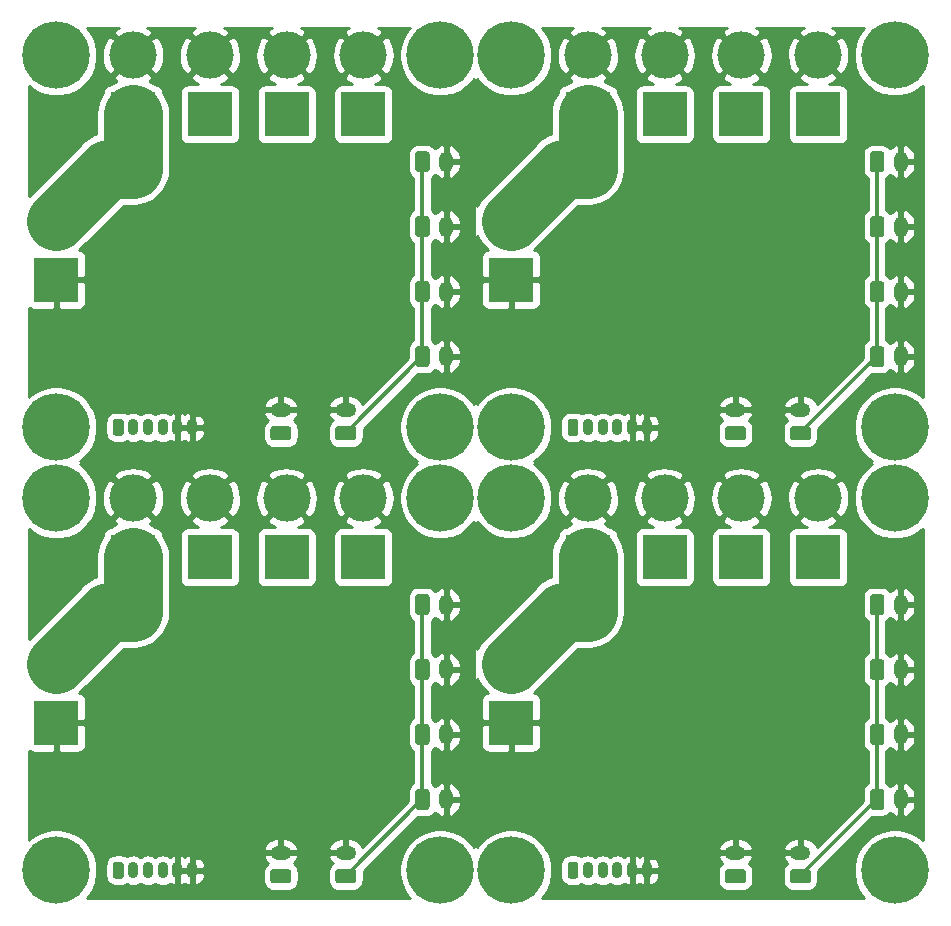
<source format=gbr>
G04 #@! TF.GenerationSoftware,KiCad,Pcbnew,(5.1.2)-1*
G04 #@! TF.CreationDate,2020-06-07T00:30:59+09:00*
G04 #@! TF.ProjectId,universal_power_board,756e6976-6572-4736-916c-5f706f776572,rev?*
G04 #@! TF.SameCoordinates,Original*
G04 #@! TF.FileFunction,Copper,L2,Bot*
G04 #@! TF.FilePolarity,Positive*
%FSLAX46Y46*%
G04 Gerber Fmt 4.6, Leading zero omitted, Abs format (unit mm)*
G04 Created by KiCad (PCBNEW (5.1.2)-1) date 2020-06-07 00:30:59*
%MOMM*%
%LPD*%
G04 APERTURE LIST*
%ADD10C,0.100000*%
%ADD11C,0.900000*%
%ADD12O,0.900000X1.400000*%
%ADD13R,3.800000X3.800000*%
%ADD14C,4.000000*%
%ADD15C,1.200000*%
%ADD16O,1.750000X1.200000*%
%ADD17C,5.700000*%
%ADD18O,1.200000X1.750000*%
%ADD19C,3.800000*%
%ADD20C,0.250000*%
%ADD21C,5.000000*%
%ADD22C,0.300400*%
%ADD23C,0.254000*%
G04 APERTURE END LIST*
D10*
G36*
X158997054Y-145301083D02*
G01*
X159018895Y-145304323D01*
X159040314Y-145309688D01*
X159061104Y-145317127D01*
X159081064Y-145326568D01*
X159100003Y-145337919D01*
X159117738Y-145351073D01*
X159134099Y-145365901D01*
X159148927Y-145382262D01*
X159162081Y-145399997D01*
X159173432Y-145418936D01*
X159182873Y-145438896D01*
X159190312Y-145459686D01*
X159195677Y-145481105D01*
X159198917Y-145502946D01*
X159200000Y-145525000D01*
X159200000Y-146475000D01*
X159198917Y-146497054D01*
X159195677Y-146518895D01*
X159190312Y-146540314D01*
X159182873Y-146561104D01*
X159173432Y-146581064D01*
X159162081Y-146600003D01*
X159148927Y-146617738D01*
X159134099Y-146634099D01*
X159117738Y-146648927D01*
X159100003Y-146662081D01*
X159081064Y-146673432D01*
X159061104Y-146682873D01*
X159040314Y-146690312D01*
X159018895Y-146695677D01*
X158997054Y-146698917D01*
X158975000Y-146700000D01*
X158525000Y-146700000D01*
X158502946Y-146698917D01*
X158481105Y-146695677D01*
X158459686Y-146690312D01*
X158438896Y-146682873D01*
X158418936Y-146673432D01*
X158399997Y-146662081D01*
X158382262Y-146648927D01*
X158365901Y-146634099D01*
X158351073Y-146617738D01*
X158337919Y-146600003D01*
X158326568Y-146581064D01*
X158317127Y-146561104D01*
X158309688Y-146540314D01*
X158304323Y-146518895D01*
X158301083Y-146497054D01*
X158300000Y-146475000D01*
X158300000Y-145525000D01*
X158301083Y-145502946D01*
X158304323Y-145481105D01*
X158309688Y-145459686D01*
X158317127Y-145438896D01*
X158326568Y-145418936D01*
X158337919Y-145399997D01*
X158351073Y-145382262D01*
X158365901Y-145365901D01*
X158382262Y-145351073D01*
X158399997Y-145337919D01*
X158418936Y-145326568D01*
X158438896Y-145317127D01*
X158459686Y-145309688D01*
X158481105Y-145304323D01*
X158502946Y-145301083D01*
X158525000Y-145300000D01*
X158975000Y-145300000D01*
X158997054Y-145301083D01*
X158997054Y-145301083D01*
G37*
D11*
X158750000Y-146000000D03*
D12*
X160000000Y-146000000D03*
X161250000Y-146000000D03*
X162500000Y-146000000D03*
X163750000Y-146000000D03*
X165000000Y-146000000D03*
D10*
G36*
X120497054Y-145301083D02*
G01*
X120518895Y-145304323D01*
X120540314Y-145309688D01*
X120561104Y-145317127D01*
X120581064Y-145326568D01*
X120600003Y-145337919D01*
X120617738Y-145351073D01*
X120634099Y-145365901D01*
X120648927Y-145382262D01*
X120662081Y-145399997D01*
X120673432Y-145418936D01*
X120682873Y-145438896D01*
X120690312Y-145459686D01*
X120695677Y-145481105D01*
X120698917Y-145502946D01*
X120700000Y-145525000D01*
X120700000Y-146475000D01*
X120698917Y-146497054D01*
X120695677Y-146518895D01*
X120690312Y-146540314D01*
X120682873Y-146561104D01*
X120673432Y-146581064D01*
X120662081Y-146600003D01*
X120648927Y-146617738D01*
X120634099Y-146634099D01*
X120617738Y-146648927D01*
X120600003Y-146662081D01*
X120581064Y-146673432D01*
X120561104Y-146682873D01*
X120540314Y-146690312D01*
X120518895Y-146695677D01*
X120497054Y-146698917D01*
X120475000Y-146700000D01*
X120025000Y-146700000D01*
X120002946Y-146698917D01*
X119981105Y-146695677D01*
X119959686Y-146690312D01*
X119938896Y-146682873D01*
X119918936Y-146673432D01*
X119899997Y-146662081D01*
X119882262Y-146648927D01*
X119865901Y-146634099D01*
X119851073Y-146617738D01*
X119837919Y-146600003D01*
X119826568Y-146581064D01*
X119817127Y-146561104D01*
X119809688Y-146540314D01*
X119804323Y-146518895D01*
X119801083Y-146497054D01*
X119800000Y-146475000D01*
X119800000Y-145525000D01*
X119801083Y-145502946D01*
X119804323Y-145481105D01*
X119809688Y-145459686D01*
X119817127Y-145438896D01*
X119826568Y-145418936D01*
X119837919Y-145399997D01*
X119851073Y-145382262D01*
X119865901Y-145365901D01*
X119882262Y-145351073D01*
X119899997Y-145337919D01*
X119918936Y-145326568D01*
X119938896Y-145317127D01*
X119959686Y-145309688D01*
X119981105Y-145304323D01*
X120002946Y-145301083D01*
X120025000Y-145300000D01*
X120475000Y-145300000D01*
X120497054Y-145301083D01*
X120497054Y-145301083D01*
G37*
D11*
X120250000Y-146000000D03*
D12*
X121500000Y-146000000D03*
X122750000Y-146000000D03*
X124000000Y-146000000D03*
X125250000Y-146000000D03*
X126500000Y-146000000D03*
D10*
G36*
X158997054Y-107801083D02*
G01*
X159018895Y-107804323D01*
X159040314Y-107809688D01*
X159061104Y-107817127D01*
X159081064Y-107826568D01*
X159100003Y-107837919D01*
X159117738Y-107851073D01*
X159134099Y-107865901D01*
X159148927Y-107882262D01*
X159162081Y-107899997D01*
X159173432Y-107918936D01*
X159182873Y-107938896D01*
X159190312Y-107959686D01*
X159195677Y-107981105D01*
X159198917Y-108002946D01*
X159200000Y-108025000D01*
X159200000Y-108975000D01*
X159198917Y-108997054D01*
X159195677Y-109018895D01*
X159190312Y-109040314D01*
X159182873Y-109061104D01*
X159173432Y-109081064D01*
X159162081Y-109100003D01*
X159148927Y-109117738D01*
X159134099Y-109134099D01*
X159117738Y-109148927D01*
X159100003Y-109162081D01*
X159081064Y-109173432D01*
X159061104Y-109182873D01*
X159040314Y-109190312D01*
X159018895Y-109195677D01*
X158997054Y-109198917D01*
X158975000Y-109200000D01*
X158525000Y-109200000D01*
X158502946Y-109198917D01*
X158481105Y-109195677D01*
X158459686Y-109190312D01*
X158438896Y-109182873D01*
X158418936Y-109173432D01*
X158399997Y-109162081D01*
X158382262Y-109148927D01*
X158365901Y-109134099D01*
X158351073Y-109117738D01*
X158337919Y-109100003D01*
X158326568Y-109081064D01*
X158317127Y-109061104D01*
X158309688Y-109040314D01*
X158304323Y-109018895D01*
X158301083Y-108997054D01*
X158300000Y-108975000D01*
X158300000Y-108025000D01*
X158301083Y-108002946D01*
X158304323Y-107981105D01*
X158309688Y-107959686D01*
X158317127Y-107938896D01*
X158326568Y-107918936D01*
X158337919Y-107899997D01*
X158351073Y-107882262D01*
X158365901Y-107865901D01*
X158382262Y-107851073D01*
X158399997Y-107837919D01*
X158418936Y-107826568D01*
X158438896Y-107817127D01*
X158459686Y-107809688D01*
X158481105Y-107804323D01*
X158502946Y-107801083D01*
X158525000Y-107800000D01*
X158975000Y-107800000D01*
X158997054Y-107801083D01*
X158997054Y-107801083D01*
G37*
D11*
X158750000Y-108500000D03*
D12*
X160000000Y-108500000D03*
X161250000Y-108500000D03*
X162500000Y-108500000D03*
X163750000Y-108500000D03*
X165000000Y-108500000D03*
D13*
X166500000Y-119500000D03*
D14*
X166500000Y-114500000D03*
D13*
X128000000Y-119500000D03*
D14*
X128000000Y-114500000D03*
D13*
X166500000Y-82000000D03*
D14*
X166500000Y-77000000D03*
D10*
G36*
X178649505Y-145901204D02*
G01*
X178673773Y-145904804D01*
X178697572Y-145910765D01*
X178720671Y-145919030D01*
X178742850Y-145929520D01*
X178763893Y-145942132D01*
X178783599Y-145956747D01*
X178801777Y-145973223D01*
X178818253Y-145991401D01*
X178832868Y-146011107D01*
X178845480Y-146032150D01*
X178855970Y-146054329D01*
X178864235Y-146077428D01*
X178870196Y-146101227D01*
X178873796Y-146125495D01*
X178875000Y-146149999D01*
X178875000Y-146850001D01*
X178873796Y-146874505D01*
X178870196Y-146898773D01*
X178864235Y-146922572D01*
X178855970Y-146945671D01*
X178845480Y-146967850D01*
X178832868Y-146988893D01*
X178818253Y-147008599D01*
X178801777Y-147026777D01*
X178783599Y-147043253D01*
X178763893Y-147057868D01*
X178742850Y-147070480D01*
X178720671Y-147080970D01*
X178697572Y-147089235D01*
X178673773Y-147095196D01*
X178649505Y-147098796D01*
X178625001Y-147100000D01*
X177374999Y-147100000D01*
X177350495Y-147098796D01*
X177326227Y-147095196D01*
X177302428Y-147089235D01*
X177279329Y-147080970D01*
X177257150Y-147070480D01*
X177236107Y-147057868D01*
X177216401Y-147043253D01*
X177198223Y-147026777D01*
X177181747Y-147008599D01*
X177167132Y-146988893D01*
X177154520Y-146967850D01*
X177144030Y-146945671D01*
X177135765Y-146922572D01*
X177129804Y-146898773D01*
X177126204Y-146874505D01*
X177125000Y-146850001D01*
X177125000Y-146149999D01*
X177126204Y-146125495D01*
X177129804Y-146101227D01*
X177135765Y-146077428D01*
X177144030Y-146054329D01*
X177154520Y-146032150D01*
X177167132Y-146011107D01*
X177181747Y-145991401D01*
X177198223Y-145973223D01*
X177216401Y-145956747D01*
X177236107Y-145942132D01*
X177257150Y-145929520D01*
X177279329Y-145919030D01*
X177302428Y-145910765D01*
X177326227Y-145904804D01*
X177350495Y-145901204D01*
X177374999Y-145900000D01*
X178625001Y-145900000D01*
X178649505Y-145901204D01*
X178649505Y-145901204D01*
G37*
D15*
X178000000Y-146500000D03*
D16*
X178000000Y-144500000D03*
D10*
G36*
X140149505Y-145901204D02*
G01*
X140173773Y-145904804D01*
X140197572Y-145910765D01*
X140220671Y-145919030D01*
X140242850Y-145929520D01*
X140263893Y-145942132D01*
X140283599Y-145956747D01*
X140301777Y-145973223D01*
X140318253Y-145991401D01*
X140332868Y-146011107D01*
X140345480Y-146032150D01*
X140355970Y-146054329D01*
X140364235Y-146077428D01*
X140370196Y-146101227D01*
X140373796Y-146125495D01*
X140375000Y-146149999D01*
X140375000Y-146850001D01*
X140373796Y-146874505D01*
X140370196Y-146898773D01*
X140364235Y-146922572D01*
X140355970Y-146945671D01*
X140345480Y-146967850D01*
X140332868Y-146988893D01*
X140318253Y-147008599D01*
X140301777Y-147026777D01*
X140283599Y-147043253D01*
X140263893Y-147057868D01*
X140242850Y-147070480D01*
X140220671Y-147080970D01*
X140197572Y-147089235D01*
X140173773Y-147095196D01*
X140149505Y-147098796D01*
X140125001Y-147100000D01*
X138874999Y-147100000D01*
X138850495Y-147098796D01*
X138826227Y-147095196D01*
X138802428Y-147089235D01*
X138779329Y-147080970D01*
X138757150Y-147070480D01*
X138736107Y-147057868D01*
X138716401Y-147043253D01*
X138698223Y-147026777D01*
X138681747Y-147008599D01*
X138667132Y-146988893D01*
X138654520Y-146967850D01*
X138644030Y-146945671D01*
X138635765Y-146922572D01*
X138629804Y-146898773D01*
X138626204Y-146874505D01*
X138625000Y-146850001D01*
X138625000Y-146149999D01*
X138626204Y-146125495D01*
X138629804Y-146101227D01*
X138635765Y-146077428D01*
X138644030Y-146054329D01*
X138654520Y-146032150D01*
X138667132Y-146011107D01*
X138681747Y-145991401D01*
X138698223Y-145973223D01*
X138716401Y-145956747D01*
X138736107Y-145942132D01*
X138757150Y-145929520D01*
X138779329Y-145919030D01*
X138802428Y-145910765D01*
X138826227Y-145904804D01*
X138850495Y-145901204D01*
X138874999Y-145900000D01*
X140125001Y-145900000D01*
X140149505Y-145901204D01*
X140149505Y-145901204D01*
G37*
D15*
X139500000Y-146500000D03*
D16*
X139500000Y-144500000D03*
D10*
G36*
X178649505Y-108401204D02*
G01*
X178673773Y-108404804D01*
X178697572Y-108410765D01*
X178720671Y-108419030D01*
X178742850Y-108429520D01*
X178763893Y-108442132D01*
X178783599Y-108456747D01*
X178801777Y-108473223D01*
X178818253Y-108491401D01*
X178832868Y-108511107D01*
X178845480Y-108532150D01*
X178855970Y-108554329D01*
X178864235Y-108577428D01*
X178870196Y-108601227D01*
X178873796Y-108625495D01*
X178875000Y-108649999D01*
X178875000Y-109350001D01*
X178873796Y-109374505D01*
X178870196Y-109398773D01*
X178864235Y-109422572D01*
X178855970Y-109445671D01*
X178845480Y-109467850D01*
X178832868Y-109488893D01*
X178818253Y-109508599D01*
X178801777Y-109526777D01*
X178783599Y-109543253D01*
X178763893Y-109557868D01*
X178742850Y-109570480D01*
X178720671Y-109580970D01*
X178697572Y-109589235D01*
X178673773Y-109595196D01*
X178649505Y-109598796D01*
X178625001Y-109600000D01*
X177374999Y-109600000D01*
X177350495Y-109598796D01*
X177326227Y-109595196D01*
X177302428Y-109589235D01*
X177279329Y-109580970D01*
X177257150Y-109570480D01*
X177236107Y-109557868D01*
X177216401Y-109543253D01*
X177198223Y-109526777D01*
X177181747Y-109508599D01*
X177167132Y-109488893D01*
X177154520Y-109467850D01*
X177144030Y-109445671D01*
X177135765Y-109422572D01*
X177129804Y-109398773D01*
X177126204Y-109374505D01*
X177125000Y-109350001D01*
X177125000Y-108649999D01*
X177126204Y-108625495D01*
X177129804Y-108601227D01*
X177135765Y-108577428D01*
X177144030Y-108554329D01*
X177154520Y-108532150D01*
X177167132Y-108511107D01*
X177181747Y-108491401D01*
X177198223Y-108473223D01*
X177216401Y-108456747D01*
X177236107Y-108442132D01*
X177257150Y-108429520D01*
X177279329Y-108419030D01*
X177302428Y-108410765D01*
X177326227Y-108404804D01*
X177350495Y-108401204D01*
X177374999Y-108400000D01*
X178625001Y-108400000D01*
X178649505Y-108401204D01*
X178649505Y-108401204D01*
G37*
D15*
X178000000Y-109000000D03*
D16*
X178000000Y-107000000D03*
D17*
X153500000Y-146000000D03*
X115000000Y-146000000D03*
X153500000Y-108500000D03*
X153500000Y-114500000D03*
X115000000Y-114500000D03*
X153500000Y-77000000D03*
D10*
G36*
X184874505Y-128126204D02*
G01*
X184898773Y-128129804D01*
X184922572Y-128135765D01*
X184945671Y-128144030D01*
X184967850Y-128154520D01*
X184988893Y-128167132D01*
X185008599Y-128181747D01*
X185026777Y-128198223D01*
X185043253Y-128216401D01*
X185057868Y-128236107D01*
X185070480Y-128257150D01*
X185080970Y-128279329D01*
X185089235Y-128302428D01*
X185095196Y-128326227D01*
X185098796Y-128350495D01*
X185100000Y-128374999D01*
X185100000Y-129625001D01*
X185098796Y-129649505D01*
X185095196Y-129673773D01*
X185089235Y-129697572D01*
X185080970Y-129720671D01*
X185070480Y-129742850D01*
X185057868Y-129763893D01*
X185043253Y-129783599D01*
X185026777Y-129801777D01*
X185008599Y-129818253D01*
X184988893Y-129832868D01*
X184967850Y-129845480D01*
X184945671Y-129855970D01*
X184922572Y-129864235D01*
X184898773Y-129870196D01*
X184874505Y-129873796D01*
X184850001Y-129875000D01*
X184149999Y-129875000D01*
X184125495Y-129873796D01*
X184101227Y-129870196D01*
X184077428Y-129864235D01*
X184054329Y-129855970D01*
X184032150Y-129845480D01*
X184011107Y-129832868D01*
X183991401Y-129818253D01*
X183973223Y-129801777D01*
X183956747Y-129783599D01*
X183942132Y-129763893D01*
X183929520Y-129742850D01*
X183919030Y-129720671D01*
X183910765Y-129697572D01*
X183904804Y-129673773D01*
X183901204Y-129649505D01*
X183900000Y-129625001D01*
X183900000Y-128374999D01*
X183901204Y-128350495D01*
X183904804Y-128326227D01*
X183910765Y-128302428D01*
X183919030Y-128279329D01*
X183929520Y-128257150D01*
X183942132Y-128236107D01*
X183956747Y-128216401D01*
X183973223Y-128198223D01*
X183991401Y-128181747D01*
X184011107Y-128167132D01*
X184032150Y-128154520D01*
X184054329Y-128144030D01*
X184077428Y-128135765D01*
X184101227Y-128129804D01*
X184125495Y-128126204D01*
X184149999Y-128125000D01*
X184850001Y-128125000D01*
X184874505Y-128126204D01*
X184874505Y-128126204D01*
G37*
D15*
X184500000Y-129000000D03*
D18*
X186500000Y-129000000D03*
D10*
G36*
X146374505Y-128126204D02*
G01*
X146398773Y-128129804D01*
X146422572Y-128135765D01*
X146445671Y-128144030D01*
X146467850Y-128154520D01*
X146488893Y-128167132D01*
X146508599Y-128181747D01*
X146526777Y-128198223D01*
X146543253Y-128216401D01*
X146557868Y-128236107D01*
X146570480Y-128257150D01*
X146580970Y-128279329D01*
X146589235Y-128302428D01*
X146595196Y-128326227D01*
X146598796Y-128350495D01*
X146600000Y-128374999D01*
X146600000Y-129625001D01*
X146598796Y-129649505D01*
X146595196Y-129673773D01*
X146589235Y-129697572D01*
X146580970Y-129720671D01*
X146570480Y-129742850D01*
X146557868Y-129763893D01*
X146543253Y-129783599D01*
X146526777Y-129801777D01*
X146508599Y-129818253D01*
X146488893Y-129832868D01*
X146467850Y-129845480D01*
X146445671Y-129855970D01*
X146422572Y-129864235D01*
X146398773Y-129870196D01*
X146374505Y-129873796D01*
X146350001Y-129875000D01*
X145649999Y-129875000D01*
X145625495Y-129873796D01*
X145601227Y-129870196D01*
X145577428Y-129864235D01*
X145554329Y-129855970D01*
X145532150Y-129845480D01*
X145511107Y-129832868D01*
X145491401Y-129818253D01*
X145473223Y-129801777D01*
X145456747Y-129783599D01*
X145442132Y-129763893D01*
X145429520Y-129742850D01*
X145419030Y-129720671D01*
X145410765Y-129697572D01*
X145404804Y-129673773D01*
X145401204Y-129649505D01*
X145400000Y-129625001D01*
X145400000Y-128374999D01*
X145401204Y-128350495D01*
X145404804Y-128326227D01*
X145410765Y-128302428D01*
X145419030Y-128279329D01*
X145429520Y-128257150D01*
X145442132Y-128236107D01*
X145456747Y-128216401D01*
X145473223Y-128198223D01*
X145491401Y-128181747D01*
X145511107Y-128167132D01*
X145532150Y-128154520D01*
X145554329Y-128144030D01*
X145577428Y-128135765D01*
X145601227Y-128129804D01*
X145625495Y-128126204D01*
X145649999Y-128125000D01*
X146350001Y-128125000D01*
X146374505Y-128126204D01*
X146374505Y-128126204D01*
G37*
D15*
X146000000Y-129000000D03*
D18*
X148000000Y-129000000D03*
D10*
G36*
X184874505Y-90626204D02*
G01*
X184898773Y-90629804D01*
X184922572Y-90635765D01*
X184945671Y-90644030D01*
X184967850Y-90654520D01*
X184988893Y-90667132D01*
X185008599Y-90681747D01*
X185026777Y-90698223D01*
X185043253Y-90716401D01*
X185057868Y-90736107D01*
X185070480Y-90757150D01*
X185080970Y-90779329D01*
X185089235Y-90802428D01*
X185095196Y-90826227D01*
X185098796Y-90850495D01*
X185100000Y-90874999D01*
X185100000Y-92125001D01*
X185098796Y-92149505D01*
X185095196Y-92173773D01*
X185089235Y-92197572D01*
X185080970Y-92220671D01*
X185070480Y-92242850D01*
X185057868Y-92263893D01*
X185043253Y-92283599D01*
X185026777Y-92301777D01*
X185008599Y-92318253D01*
X184988893Y-92332868D01*
X184967850Y-92345480D01*
X184945671Y-92355970D01*
X184922572Y-92364235D01*
X184898773Y-92370196D01*
X184874505Y-92373796D01*
X184850001Y-92375000D01*
X184149999Y-92375000D01*
X184125495Y-92373796D01*
X184101227Y-92370196D01*
X184077428Y-92364235D01*
X184054329Y-92355970D01*
X184032150Y-92345480D01*
X184011107Y-92332868D01*
X183991401Y-92318253D01*
X183973223Y-92301777D01*
X183956747Y-92283599D01*
X183942132Y-92263893D01*
X183929520Y-92242850D01*
X183919030Y-92220671D01*
X183910765Y-92197572D01*
X183904804Y-92173773D01*
X183901204Y-92149505D01*
X183900000Y-92125001D01*
X183900000Y-90874999D01*
X183901204Y-90850495D01*
X183904804Y-90826227D01*
X183910765Y-90802428D01*
X183919030Y-90779329D01*
X183929520Y-90757150D01*
X183942132Y-90736107D01*
X183956747Y-90716401D01*
X183973223Y-90698223D01*
X183991401Y-90681747D01*
X184011107Y-90667132D01*
X184032150Y-90654520D01*
X184054329Y-90644030D01*
X184077428Y-90635765D01*
X184101227Y-90629804D01*
X184125495Y-90626204D01*
X184149999Y-90625000D01*
X184850001Y-90625000D01*
X184874505Y-90626204D01*
X184874505Y-90626204D01*
G37*
D15*
X184500000Y-91500000D03*
D18*
X186500000Y-91500000D03*
D10*
G36*
X184874505Y-133626204D02*
G01*
X184898773Y-133629804D01*
X184922572Y-133635765D01*
X184945671Y-133644030D01*
X184967850Y-133654520D01*
X184988893Y-133667132D01*
X185008599Y-133681747D01*
X185026777Y-133698223D01*
X185043253Y-133716401D01*
X185057868Y-133736107D01*
X185070480Y-133757150D01*
X185080970Y-133779329D01*
X185089235Y-133802428D01*
X185095196Y-133826227D01*
X185098796Y-133850495D01*
X185100000Y-133874999D01*
X185100000Y-135125001D01*
X185098796Y-135149505D01*
X185095196Y-135173773D01*
X185089235Y-135197572D01*
X185080970Y-135220671D01*
X185070480Y-135242850D01*
X185057868Y-135263893D01*
X185043253Y-135283599D01*
X185026777Y-135301777D01*
X185008599Y-135318253D01*
X184988893Y-135332868D01*
X184967850Y-135345480D01*
X184945671Y-135355970D01*
X184922572Y-135364235D01*
X184898773Y-135370196D01*
X184874505Y-135373796D01*
X184850001Y-135375000D01*
X184149999Y-135375000D01*
X184125495Y-135373796D01*
X184101227Y-135370196D01*
X184077428Y-135364235D01*
X184054329Y-135355970D01*
X184032150Y-135345480D01*
X184011107Y-135332868D01*
X183991401Y-135318253D01*
X183973223Y-135301777D01*
X183956747Y-135283599D01*
X183942132Y-135263893D01*
X183929520Y-135242850D01*
X183919030Y-135220671D01*
X183910765Y-135197572D01*
X183904804Y-135173773D01*
X183901204Y-135149505D01*
X183900000Y-135125001D01*
X183900000Y-133874999D01*
X183901204Y-133850495D01*
X183904804Y-133826227D01*
X183910765Y-133802428D01*
X183919030Y-133779329D01*
X183929520Y-133757150D01*
X183942132Y-133736107D01*
X183956747Y-133716401D01*
X183973223Y-133698223D01*
X183991401Y-133681747D01*
X184011107Y-133667132D01*
X184032150Y-133654520D01*
X184054329Y-133644030D01*
X184077428Y-133635765D01*
X184101227Y-133629804D01*
X184125495Y-133626204D01*
X184149999Y-133625000D01*
X184850001Y-133625000D01*
X184874505Y-133626204D01*
X184874505Y-133626204D01*
G37*
D15*
X184500000Y-134500000D03*
D18*
X186500000Y-134500000D03*
D10*
G36*
X146374505Y-133626204D02*
G01*
X146398773Y-133629804D01*
X146422572Y-133635765D01*
X146445671Y-133644030D01*
X146467850Y-133654520D01*
X146488893Y-133667132D01*
X146508599Y-133681747D01*
X146526777Y-133698223D01*
X146543253Y-133716401D01*
X146557868Y-133736107D01*
X146570480Y-133757150D01*
X146580970Y-133779329D01*
X146589235Y-133802428D01*
X146595196Y-133826227D01*
X146598796Y-133850495D01*
X146600000Y-133874999D01*
X146600000Y-135125001D01*
X146598796Y-135149505D01*
X146595196Y-135173773D01*
X146589235Y-135197572D01*
X146580970Y-135220671D01*
X146570480Y-135242850D01*
X146557868Y-135263893D01*
X146543253Y-135283599D01*
X146526777Y-135301777D01*
X146508599Y-135318253D01*
X146488893Y-135332868D01*
X146467850Y-135345480D01*
X146445671Y-135355970D01*
X146422572Y-135364235D01*
X146398773Y-135370196D01*
X146374505Y-135373796D01*
X146350001Y-135375000D01*
X145649999Y-135375000D01*
X145625495Y-135373796D01*
X145601227Y-135370196D01*
X145577428Y-135364235D01*
X145554329Y-135355970D01*
X145532150Y-135345480D01*
X145511107Y-135332868D01*
X145491401Y-135318253D01*
X145473223Y-135301777D01*
X145456747Y-135283599D01*
X145442132Y-135263893D01*
X145429520Y-135242850D01*
X145419030Y-135220671D01*
X145410765Y-135197572D01*
X145404804Y-135173773D01*
X145401204Y-135149505D01*
X145400000Y-135125001D01*
X145400000Y-133874999D01*
X145401204Y-133850495D01*
X145404804Y-133826227D01*
X145410765Y-133802428D01*
X145419030Y-133779329D01*
X145429520Y-133757150D01*
X145442132Y-133736107D01*
X145456747Y-133716401D01*
X145473223Y-133698223D01*
X145491401Y-133681747D01*
X145511107Y-133667132D01*
X145532150Y-133654520D01*
X145554329Y-133644030D01*
X145577428Y-133635765D01*
X145601227Y-133629804D01*
X145625495Y-133626204D01*
X145649999Y-133625000D01*
X146350001Y-133625000D01*
X146374505Y-133626204D01*
X146374505Y-133626204D01*
G37*
D15*
X146000000Y-134500000D03*
D18*
X148000000Y-134500000D03*
D10*
G36*
X184874505Y-96126204D02*
G01*
X184898773Y-96129804D01*
X184922572Y-96135765D01*
X184945671Y-96144030D01*
X184967850Y-96154520D01*
X184988893Y-96167132D01*
X185008599Y-96181747D01*
X185026777Y-96198223D01*
X185043253Y-96216401D01*
X185057868Y-96236107D01*
X185070480Y-96257150D01*
X185080970Y-96279329D01*
X185089235Y-96302428D01*
X185095196Y-96326227D01*
X185098796Y-96350495D01*
X185100000Y-96374999D01*
X185100000Y-97625001D01*
X185098796Y-97649505D01*
X185095196Y-97673773D01*
X185089235Y-97697572D01*
X185080970Y-97720671D01*
X185070480Y-97742850D01*
X185057868Y-97763893D01*
X185043253Y-97783599D01*
X185026777Y-97801777D01*
X185008599Y-97818253D01*
X184988893Y-97832868D01*
X184967850Y-97845480D01*
X184945671Y-97855970D01*
X184922572Y-97864235D01*
X184898773Y-97870196D01*
X184874505Y-97873796D01*
X184850001Y-97875000D01*
X184149999Y-97875000D01*
X184125495Y-97873796D01*
X184101227Y-97870196D01*
X184077428Y-97864235D01*
X184054329Y-97855970D01*
X184032150Y-97845480D01*
X184011107Y-97832868D01*
X183991401Y-97818253D01*
X183973223Y-97801777D01*
X183956747Y-97783599D01*
X183942132Y-97763893D01*
X183929520Y-97742850D01*
X183919030Y-97720671D01*
X183910765Y-97697572D01*
X183904804Y-97673773D01*
X183901204Y-97649505D01*
X183900000Y-97625001D01*
X183900000Y-96374999D01*
X183901204Y-96350495D01*
X183904804Y-96326227D01*
X183910765Y-96302428D01*
X183919030Y-96279329D01*
X183929520Y-96257150D01*
X183942132Y-96236107D01*
X183956747Y-96216401D01*
X183973223Y-96198223D01*
X183991401Y-96181747D01*
X184011107Y-96167132D01*
X184032150Y-96154520D01*
X184054329Y-96144030D01*
X184077428Y-96135765D01*
X184101227Y-96129804D01*
X184125495Y-96126204D01*
X184149999Y-96125000D01*
X184850001Y-96125000D01*
X184874505Y-96126204D01*
X184874505Y-96126204D01*
G37*
D15*
X184500000Y-97000000D03*
D18*
X186500000Y-97000000D03*
D17*
X186000000Y-114500000D03*
X147500000Y-114500000D03*
X186000000Y-77000000D03*
D10*
G36*
X173149505Y-145901204D02*
G01*
X173173773Y-145904804D01*
X173197572Y-145910765D01*
X173220671Y-145919030D01*
X173242850Y-145929520D01*
X173263893Y-145942132D01*
X173283599Y-145956747D01*
X173301777Y-145973223D01*
X173318253Y-145991401D01*
X173332868Y-146011107D01*
X173345480Y-146032150D01*
X173355970Y-146054329D01*
X173364235Y-146077428D01*
X173370196Y-146101227D01*
X173373796Y-146125495D01*
X173375000Y-146149999D01*
X173375000Y-146850001D01*
X173373796Y-146874505D01*
X173370196Y-146898773D01*
X173364235Y-146922572D01*
X173355970Y-146945671D01*
X173345480Y-146967850D01*
X173332868Y-146988893D01*
X173318253Y-147008599D01*
X173301777Y-147026777D01*
X173283599Y-147043253D01*
X173263893Y-147057868D01*
X173242850Y-147070480D01*
X173220671Y-147080970D01*
X173197572Y-147089235D01*
X173173773Y-147095196D01*
X173149505Y-147098796D01*
X173125001Y-147100000D01*
X171874999Y-147100000D01*
X171850495Y-147098796D01*
X171826227Y-147095196D01*
X171802428Y-147089235D01*
X171779329Y-147080970D01*
X171757150Y-147070480D01*
X171736107Y-147057868D01*
X171716401Y-147043253D01*
X171698223Y-147026777D01*
X171681747Y-147008599D01*
X171667132Y-146988893D01*
X171654520Y-146967850D01*
X171644030Y-146945671D01*
X171635765Y-146922572D01*
X171629804Y-146898773D01*
X171626204Y-146874505D01*
X171625000Y-146850001D01*
X171625000Y-146149999D01*
X171626204Y-146125495D01*
X171629804Y-146101227D01*
X171635765Y-146077428D01*
X171644030Y-146054329D01*
X171654520Y-146032150D01*
X171667132Y-146011107D01*
X171681747Y-145991401D01*
X171698223Y-145973223D01*
X171716401Y-145956747D01*
X171736107Y-145942132D01*
X171757150Y-145929520D01*
X171779329Y-145919030D01*
X171802428Y-145910765D01*
X171826227Y-145904804D01*
X171850495Y-145901204D01*
X171874999Y-145900000D01*
X173125001Y-145900000D01*
X173149505Y-145901204D01*
X173149505Y-145901204D01*
G37*
D15*
X172500000Y-146500000D03*
D16*
X172500000Y-144500000D03*
D10*
G36*
X134649505Y-145901204D02*
G01*
X134673773Y-145904804D01*
X134697572Y-145910765D01*
X134720671Y-145919030D01*
X134742850Y-145929520D01*
X134763893Y-145942132D01*
X134783599Y-145956747D01*
X134801777Y-145973223D01*
X134818253Y-145991401D01*
X134832868Y-146011107D01*
X134845480Y-146032150D01*
X134855970Y-146054329D01*
X134864235Y-146077428D01*
X134870196Y-146101227D01*
X134873796Y-146125495D01*
X134875000Y-146149999D01*
X134875000Y-146850001D01*
X134873796Y-146874505D01*
X134870196Y-146898773D01*
X134864235Y-146922572D01*
X134855970Y-146945671D01*
X134845480Y-146967850D01*
X134832868Y-146988893D01*
X134818253Y-147008599D01*
X134801777Y-147026777D01*
X134783599Y-147043253D01*
X134763893Y-147057868D01*
X134742850Y-147070480D01*
X134720671Y-147080970D01*
X134697572Y-147089235D01*
X134673773Y-147095196D01*
X134649505Y-147098796D01*
X134625001Y-147100000D01*
X133374999Y-147100000D01*
X133350495Y-147098796D01*
X133326227Y-147095196D01*
X133302428Y-147089235D01*
X133279329Y-147080970D01*
X133257150Y-147070480D01*
X133236107Y-147057868D01*
X133216401Y-147043253D01*
X133198223Y-147026777D01*
X133181747Y-147008599D01*
X133167132Y-146988893D01*
X133154520Y-146967850D01*
X133144030Y-146945671D01*
X133135765Y-146922572D01*
X133129804Y-146898773D01*
X133126204Y-146874505D01*
X133125000Y-146850001D01*
X133125000Y-146149999D01*
X133126204Y-146125495D01*
X133129804Y-146101227D01*
X133135765Y-146077428D01*
X133144030Y-146054329D01*
X133154520Y-146032150D01*
X133167132Y-146011107D01*
X133181747Y-145991401D01*
X133198223Y-145973223D01*
X133216401Y-145956747D01*
X133236107Y-145942132D01*
X133257150Y-145929520D01*
X133279329Y-145919030D01*
X133302428Y-145910765D01*
X133326227Y-145904804D01*
X133350495Y-145901204D01*
X133374999Y-145900000D01*
X134625001Y-145900000D01*
X134649505Y-145901204D01*
X134649505Y-145901204D01*
G37*
D15*
X134000000Y-146500000D03*
D16*
X134000000Y-144500000D03*
D10*
G36*
X173149505Y-108401204D02*
G01*
X173173773Y-108404804D01*
X173197572Y-108410765D01*
X173220671Y-108419030D01*
X173242850Y-108429520D01*
X173263893Y-108442132D01*
X173283599Y-108456747D01*
X173301777Y-108473223D01*
X173318253Y-108491401D01*
X173332868Y-108511107D01*
X173345480Y-108532150D01*
X173355970Y-108554329D01*
X173364235Y-108577428D01*
X173370196Y-108601227D01*
X173373796Y-108625495D01*
X173375000Y-108649999D01*
X173375000Y-109350001D01*
X173373796Y-109374505D01*
X173370196Y-109398773D01*
X173364235Y-109422572D01*
X173355970Y-109445671D01*
X173345480Y-109467850D01*
X173332868Y-109488893D01*
X173318253Y-109508599D01*
X173301777Y-109526777D01*
X173283599Y-109543253D01*
X173263893Y-109557868D01*
X173242850Y-109570480D01*
X173220671Y-109580970D01*
X173197572Y-109589235D01*
X173173773Y-109595196D01*
X173149505Y-109598796D01*
X173125001Y-109600000D01*
X171874999Y-109600000D01*
X171850495Y-109598796D01*
X171826227Y-109595196D01*
X171802428Y-109589235D01*
X171779329Y-109580970D01*
X171757150Y-109570480D01*
X171736107Y-109557868D01*
X171716401Y-109543253D01*
X171698223Y-109526777D01*
X171681747Y-109508599D01*
X171667132Y-109488893D01*
X171654520Y-109467850D01*
X171644030Y-109445671D01*
X171635765Y-109422572D01*
X171629804Y-109398773D01*
X171626204Y-109374505D01*
X171625000Y-109350001D01*
X171625000Y-108649999D01*
X171626204Y-108625495D01*
X171629804Y-108601227D01*
X171635765Y-108577428D01*
X171644030Y-108554329D01*
X171654520Y-108532150D01*
X171667132Y-108511107D01*
X171681747Y-108491401D01*
X171698223Y-108473223D01*
X171716401Y-108456747D01*
X171736107Y-108442132D01*
X171757150Y-108429520D01*
X171779329Y-108419030D01*
X171802428Y-108410765D01*
X171826227Y-108404804D01*
X171850495Y-108401204D01*
X171874999Y-108400000D01*
X173125001Y-108400000D01*
X173149505Y-108401204D01*
X173149505Y-108401204D01*
G37*
D15*
X172500000Y-109000000D03*
D16*
X172500000Y-107000000D03*
D10*
G36*
X184874505Y-122626204D02*
G01*
X184898773Y-122629804D01*
X184922572Y-122635765D01*
X184945671Y-122644030D01*
X184967850Y-122654520D01*
X184988893Y-122667132D01*
X185008599Y-122681747D01*
X185026777Y-122698223D01*
X185043253Y-122716401D01*
X185057868Y-122736107D01*
X185070480Y-122757150D01*
X185080970Y-122779329D01*
X185089235Y-122802428D01*
X185095196Y-122826227D01*
X185098796Y-122850495D01*
X185100000Y-122874999D01*
X185100000Y-124125001D01*
X185098796Y-124149505D01*
X185095196Y-124173773D01*
X185089235Y-124197572D01*
X185080970Y-124220671D01*
X185070480Y-124242850D01*
X185057868Y-124263893D01*
X185043253Y-124283599D01*
X185026777Y-124301777D01*
X185008599Y-124318253D01*
X184988893Y-124332868D01*
X184967850Y-124345480D01*
X184945671Y-124355970D01*
X184922572Y-124364235D01*
X184898773Y-124370196D01*
X184874505Y-124373796D01*
X184850001Y-124375000D01*
X184149999Y-124375000D01*
X184125495Y-124373796D01*
X184101227Y-124370196D01*
X184077428Y-124364235D01*
X184054329Y-124355970D01*
X184032150Y-124345480D01*
X184011107Y-124332868D01*
X183991401Y-124318253D01*
X183973223Y-124301777D01*
X183956747Y-124283599D01*
X183942132Y-124263893D01*
X183929520Y-124242850D01*
X183919030Y-124220671D01*
X183910765Y-124197572D01*
X183904804Y-124173773D01*
X183901204Y-124149505D01*
X183900000Y-124125001D01*
X183900000Y-122874999D01*
X183901204Y-122850495D01*
X183904804Y-122826227D01*
X183910765Y-122802428D01*
X183919030Y-122779329D01*
X183929520Y-122757150D01*
X183942132Y-122736107D01*
X183956747Y-122716401D01*
X183973223Y-122698223D01*
X183991401Y-122681747D01*
X184011107Y-122667132D01*
X184032150Y-122654520D01*
X184054329Y-122644030D01*
X184077428Y-122635765D01*
X184101227Y-122629804D01*
X184125495Y-122626204D01*
X184149999Y-122625000D01*
X184850001Y-122625000D01*
X184874505Y-122626204D01*
X184874505Y-122626204D01*
G37*
D15*
X184500000Y-123500000D03*
D18*
X186500000Y-123500000D03*
D10*
G36*
X146374505Y-122626204D02*
G01*
X146398773Y-122629804D01*
X146422572Y-122635765D01*
X146445671Y-122644030D01*
X146467850Y-122654520D01*
X146488893Y-122667132D01*
X146508599Y-122681747D01*
X146526777Y-122698223D01*
X146543253Y-122716401D01*
X146557868Y-122736107D01*
X146570480Y-122757150D01*
X146580970Y-122779329D01*
X146589235Y-122802428D01*
X146595196Y-122826227D01*
X146598796Y-122850495D01*
X146600000Y-122874999D01*
X146600000Y-124125001D01*
X146598796Y-124149505D01*
X146595196Y-124173773D01*
X146589235Y-124197572D01*
X146580970Y-124220671D01*
X146570480Y-124242850D01*
X146557868Y-124263893D01*
X146543253Y-124283599D01*
X146526777Y-124301777D01*
X146508599Y-124318253D01*
X146488893Y-124332868D01*
X146467850Y-124345480D01*
X146445671Y-124355970D01*
X146422572Y-124364235D01*
X146398773Y-124370196D01*
X146374505Y-124373796D01*
X146350001Y-124375000D01*
X145649999Y-124375000D01*
X145625495Y-124373796D01*
X145601227Y-124370196D01*
X145577428Y-124364235D01*
X145554329Y-124355970D01*
X145532150Y-124345480D01*
X145511107Y-124332868D01*
X145491401Y-124318253D01*
X145473223Y-124301777D01*
X145456747Y-124283599D01*
X145442132Y-124263893D01*
X145429520Y-124242850D01*
X145419030Y-124220671D01*
X145410765Y-124197572D01*
X145404804Y-124173773D01*
X145401204Y-124149505D01*
X145400000Y-124125001D01*
X145400000Y-122874999D01*
X145401204Y-122850495D01*
X145404804Y-122826227D01*
X145410765Y-122802428D01*
X145419030Y-122779329D01*
X145429520Y-122757150D01*
X145442132Y-122736107D01*
X145456747Y-122716401D01*
X145473223Y-122698223D01*
X145491401Y-122681747D01*
X145511107Y-122667132D01*
X145532150Y-122654520D01*
X145554329Y-122644030D01*
X145577428Y-122635765D01*
X145601227Y-122629804D01*
X145625495Y-122626204D01*
X145649999Y-122625000D01*
X146350001Y-122625000D01*
X146374505Y-122626204D01*
X146374505Y-122626204D01*
G37*
D15*
X146000000Y-123500000D03*
D18*
X148000000Y-123500000D03*
D10*
G36*
X184874505Y-85126204D02*
G01*
X184898773Y-85129804D01*
X184922572Y-85135765D01*
X184945671Y-85144030D01*
X184967850Y-85154520D01*
X184988893Y-85167132D01*
X185008599Y-85181747D01*
X185026777Y-85198223D01*
X185043253Y-85216401D01*
X185057868Y-85236107D01*
X185070480Y-85257150D01*
X185080970Y-85279329D01*
X185089235Y-85302428D01*
X185095196Y-85326227D01*
X185098796Y-85350495D01*
X185100000Y-85374999D01*
X185100000Y-86625001D01*
X185098796Y-86649505D01*
X185095196Y-86673773D01*
X185089235Y-86697572D01*
X185080970Y-86720671D01*
X185070480Y-86742850D01*
X185057868Y-86763893D01*
X185043253Y-86783599D01*
X185026777Y-86801777D01*
X185008599Y-86818253D01*
X184988893Y-86832868D01*
X184967850Y-86845480D01*
X184945671Y-86855970D01*
X184922572Y-86864235D01*
X184898773Y-86870196D01*
X184874505Y-86873796D01*
X184850001Y-86875000D01*
X184149999Y-86875000D01*
X184125495Y-86873796D01*
X184101227Y-86870196D01*
X184077428Y-86864235D01*
X184054329Y-86855970D01*
X184032150Y-86845480D01*
X184011107Y-86832868D01*
X183991401Y-86818253D01*
X183973223Y-86801777D01*
X183956747Y-86783599D01*
X183942132Y-86763893D01*
X183929520Y-86742850D01*
X183919030Y-86720671D01*
X183910765Y-86697572D01*
X183904804Y-86673773D01*
X183901204Y-86649505D01*
X183900000Y-86625001D01*
X183900000Y-85374999D01*
X183901204Y-85350495D01*
X183904804Y-85326227D01*
X183910765Y-85302428D01*
X183919030Y-85279329D01*
X183929520Y-85257150D01*
X183942132Y-85236107D01*
X183956747Y-85216401D01*
X183973223Y-85198223D01*
X183991401Y-85181747D01*
X184011107Y-85167132D01*
X184032150Y-85154520D01*
X184054329Y-85144030D01*
X184077428Y-85135765D01*
X184101227Y-85129804D01*
X184125495Y-85126204D01*
X184149999Y-85125000D01*
X184850001Y-85125000D01*
X184874505Y-85126204D01*
X184874505Y-85126204D01*
G37*
D15*
X184500000Y-86000000D03*
D18*
X186500000Y-86000000D03*
D10*
G36*
X184874505Y-139126204D02*
G01*
X184898773Y-139129804D01*
X184922572Y-139135765D01*
X184945671Y-139144030D01*
X184967850Y-139154520D01*
X184988893Y-139167132D01*
X185008599Y-139181747D01*
X185026777Y-139198223D01*
X185043253Y-139216401D01*
X185057868Y-139236107D01*
X185070480Y-139257150D01*
X185080970Y-139279329D01*
X185089235Y-139302428D01*
X185095196Y-139326227D01*
X185098796Y-139350495D01*
X185100000Y-139374999D01*
X185100000Y-140625001D01*
X185098796Y-140649505D01*
X185095196Y-140673773D01*
X185089235Y-140697572D01*
X185080970Y-140720671D01*
X185070480Y-140742850D01*
X185057868Y-140763893D01*
X185043253Y-140783599D01*
X185026777Y-140801777D01*
X185008599Y-140818253D01*
X184988893Y-140832868D01*
X184967850Y-140845480D01*
X184945671Y-140855970D01*
X184922572Y-140864235D01*
X184898773Y-140870196D01*
X184874505Y-140873796D01*
X184850001Y-140875000D01*
X184149999Y-140875000D01*
X184125495Y-140873796D01*
X184101227Y-140870196D01*
X184077428Y-140864235D01*
X184054329Y-140855970D01*
X184032150Y-140845480D01*
X184011107Y-140832868D01*
X183991401Y-140818253D01*
X183973223Y-140801777D01*
X183956747Y-140783599D01*
X183942132Y-140763893D01*
X183929520Y-140742850D01*
X183919030Y-140720671D01*
X183910765Y-140697572D01*
X183904804Y-140673773D01*
X183901204Y-140649505D01*
X183900000Y-140625001D01*
X183900000Y-139374999D01*
X183901204Y-139350495D01*
X183904804Y-139326227D01*
X183910765Y-139302428D01*
X183919030Y-139279329D01*
X183929520Y-139257150D01*
X183942132Y-139236107D01*
X183956747Y-139216401D01*
X183973223Y-139198223D01*
X183991401Y-139181747D01*
X184011107Y-139167132D01*
X184032150Y-139154520D01*
X184054329Y-139144030D01*
X184077428Y-139135765D01*
X184101227Y-139129804D01*
X184125495Y-139126204D01*
X184149999Y-139125000D01*
X184850001Y-139125000D01*
X184874505Y-139126204D01*
X184874505Y-139126204D01*
G37*
D15*
X184500000Y-140000000D03*
D18*
X186500000Y-140000000D03*
D10*
G36*
X146374505Y-139126204D02*
G01*
X146398773Y-139129804D01*
X146422572Y-139135765D01*
X146445671Y-139144030D01*
X146467850Y-139154520D01*
X146488893Y-139167132D01*
X146508599Y-139181747D01*
X146526777Y-139198223D01*
X146543253Y-139216401D01*
X146557868Y-139236107D01*
X146570480Y-139257150D01*
X146580970Y-139279329D01*
X146589235Y-139302428D01*
X146595196Y-139326227D01*
X146598796Y-139350495D01*
X146600000Y-139374999D01*
X146600000Y-140625001D01*
X146598796Y-140649505D01*
X146595196Y-140673773D01*
X146589235Y-140697572D01*
X146580970Y-140720671D01*
X146570480Y-140742850D01*
X146557868Y-140763893D01*
X146543253Y-140783599D01*
X146526777Y-140801777D01*
X146508599Y-140818253D01*
X146488893Y-140832868D01*
X146467850Y-140845480D01*
X146445671Y-140855970D01*
X146422572Y-140864235D01*
X146398773Y-140870196D01*
X146374505Y-140873796D01*
X146350001Y-140875000D01*
X145649999Y-140875000D01*
X145625495Y-140873796D01*
X145601227Y-140870196D01*
X145577428Y-140864235D01*
X145554329Y-140855970D01*
X145532150Y-140845480D01*
X145511107Y-140832868D01*
X145491401Y-140818253D01*
X145473223Y-140801777D01*
X145456747Y-140783599D01*
X145442132Y-140763893D01*
X145429520Y-140742850D01*
X145419030Y-140720671D01*
X145410765Y-140697572D01*
X145404804Y-140673773D01*
X145401204Y-140649505D01*
X145400000Y-140625001D01*
X145400000Y-139374999D01*
X145401204Y-139350495D01*
X145404804Y-139326227D01*
X145410765Y-139302428D01*
X145419030Y-139279329D01*
X145429520Y-139257150D01*
X145442132Y-139236107D01*
X145456747Y-139216401D01*
X145473223Y-139198223D01*
X145491401Y-139181747D01*
X145511107Y-139167132D01*
X145532150Y-139154520D01*
X145554329Y-139144030D01*
X145577428Y-139135765D01*
X145601227Y-139129804D01*
X145625495Y-139126204D01*
X145649999Y-139125000D01*
X146350001Y-139125000D01*
X146374505Y-139126204D01*
X146374505Y-139126204D01*
G37*
D15*
X146000000Y-140000000D03*
D18*
X148000000Y-140000000D03*
D10*
G36*
X184874505Y-101626204D02*
G01*
X184898773Y-101629804D01*
X184922572Y-101635765D01*
X184945671Y-101644030D01*
X184967850Y-101654520D01*
X184988893Y-101667132D01*
X185008599Y-101681747D01*
X185026777Y-101698223D01*
X185043253Y-101716401D01*
X185057868Y-101736107D01*
X185070480Y-101757150D01*
X185080970Y-101779329D01*
X185089235Y-101802428D01*
X185095196Y-101826227D01*
X185098796Y-101850495D01*
X185100000Y-101874999D01*
X185100000Y-103125001D01*
X185098796Y-103149505D01*
X185095196Y-103173773D01*
X185089235Y-103197572D01*
X185080970Y-103220671D01*
X185070480Y-103242850D01*
X185057868Y-103263893D01*
X185043253Y-103283599D01*
X185026777Y-103301777D01*
X185008599Y-103318253D01*
X184988893Y-103332868D01*
X184967850Y-103345480D01*
X184945671Y-103355970D01*
X184922572Y-103364235D01*
X184898773Y-103370196D01*
X184874505Y-103373796D01*
X184850001Y-103375000D01*
X184149999Y-103375000D01*
X184125495Y-103373796D01*
X184101227Y-103370196D01*
X184077428Y-103364235D01*
X184054329Y-103355970D01*
X184032150Y-103345480D01*
X184011107Y-103332868D01*
X183991401Y-103318253D01*
X183973223Y-103301777D01*
X183956747Y-103283599D01*
X183942132Y-103263893D01*
X183929520Y-103242850D01*
X183919030Y-103220671D01*
X183910765Y-103197572D01*
X183904804Y-103173773D01*
X183901204Y-103149505D01*
X183900000Y-103125001D01*
X183900000Y-101874999D01*
X183901204Y-101850495D01*
X183904804Y-101826227D01*
X183910765Y-101802428D01*
X183919030Y-101779329D01*
X183929520Y-101757150D01*
X183942132Y-101736107D01*
X183956747Y-101716401D01*
X183973223Y-101698223D01*
X183991401Y-101681747D01*
X184011107Y-101667132D01*
X184032150Y-101654520D01*
X184054329Y-101644030D01*
X184077428Y-101635765D01*
X184101227Y-101629804D01*
X184125495Y-101626204D01*
X184149999Y-101625000D01*
X184850001Y-101625000D01*
X184874505Y-101626204D01*
X184874505Y-101626204D01*
G37*
D15*
X184500000Y-102500000D03*
D18*
X186500000Y-102500000D03*
D17*
X186000000Y-146000000D03*
X147500000Y-146000000D03*
X186000000Y-108500000D03*
D13*
X153500000Y-133500000D03*
D19*
X153500000Y-128500000D03*
D13*
X115000000Y-133500000D03*
D19*
X115000000Y-128500000D03*
D13*
X153500000Y-96000000D03*
D19*
X153500000Y-91000000D03*
D13*
X160000000Y-119500000D03*
D14*
X160000000Y-114500000D03*
D13*
X121500000Y-119500000D03*
D14*
X121500000Y-114500000D03*
D13*
X160000000Y-82000000D03*
D14*
X160000000Y-77000000D03*
D13*
X173000000Y-119500000D03*
D14*
X173000000Y-114500000D03*
D13*
X134500000Y-119500000D03*
D14*
X134500000Y-114500000D03*
D13*
X173000000Y-82000000D03*
D14*
X173000000Y-77000000D03*
D13*
X179500000Y-119500000D03*
D14*
X179500000Y-114500000D03*
D13*
X141000000Y-119500000D03*
D14*
X141000000Y-114500000D03*
D13*
X179500000Y-82000000D03*
D14*
X179500000Y-77000000D03*
X141000000Y-77000000D03*
D13*
X141000000Y-82000000D03*
D14*
X134500000Y-77000000D03*
D13*
X134500000Y-82000000D03*
D14*
X121500000Y-77000000D03*
D13*
X121500000Y-82000000D03*
D14*
X128000000Y-77000000D03*
D13*
X128000000Y-82000000D03*
D17*
X147500000Y-108500000D03*
X147500000Y-77000000D03*
X115000000Y-108500000D03*
X115000000Y-77000000D03*
D19*
X115000000Y-91000000D03*
D13*
X115000000Y-96000000D03*
D18*
X148000000Y-102500000D03*
D10*
G36*
X146374505Y-101626204D02*
G01*
X146398773Y-101629804D01*
X146422572Y-101635765D01*
X146445671Y-101644030D01*
X146467850Y-101654520D01*
X146488893Y-101667132D01*
X146508599Y-101681747D01*
X146526777Y-101698223D01*
X146543253Y-101716401D01*
X146557868Y-101736107D01*
X146570480Y-101757150D01*
X146580970Y-101779329D01*
X146589235Y-101802428D01*
X146595196Y-101826227D01*
X146598796Y-101850495D01*
X146600000Y-101874999D01*
X146600000Y-103125001D01*
X146598796Y-103149505D01*
X146595196Y-103173773D01*
X146589235Y-103197572D01*
X146580970Y-103220671D01*
X146570480Y-103242850D01*
X146557868Y-103263893D01*
X146543253Y-103283599D01*
X146526777Y-103301777D01*
X146508599Y-103318253D01*
X146488893Y-103332868D01*
X146467850Y-103345480D01*
X146445671Y-103355970D01*
X146422572Y-103364235D01*
X146398773Y-103370196D01*
X146374505Y-103373796D01*
X146350001Y-103375000D01*
X145649999Y-103375000D01*
X145625495Y-103373796D01*
X145601227Y-103370196D01*
X145577428Y-103364235D01*
X145554329Y-103355970D01*
X145532150Y-103345480D01*
X145511107Y-103332868D01*
X145491401Y-103318253D01*
X145473223Y-103301777D01*
X145456747Y-103283599D01*
X145442132Y-103263893D01*
X145429520Y-103242850D01*
X145419030Y-103220671D01*
X145410765Y-103197572D01*
X145404804Y-103173773D01*
X145401204Y-103149505D01*
X145400000Y-103125001D01*
X145400000Y-101874999D01*
X145401204Y-101850495D01*
X145404804Y-101826227D01*
X145410765Y-101802428D01*
X145419030Y-101779329D01*
X145429520Y-101757150D01*
X145442132Y-101736107D01*
X145456747Y-101716401D01*
X145473223Y-101698223D01*
X145491401Y-101681747D01*
X145511107Y-101667132D01*
X145532150Y-101654520D01*
X145554329Y-101644030D01*
X145577428Y-101635765D01*
X145601227Y-101629804D01*
X145625495Y-101626204D01*
X145649999Y-101625000D01*
X146350001Y-101625000D01*
X146374505Y-101626204D01*
X146374505Y-101626204D01*
G37*
D15*
X146000000Y-102500000D03*
D18*
X148000000Y-86000000D03*
D10*
G36*
X146374505Y-85126204D02*
G01*
X146398773Y-85129804D01*
X146422572Y-85135765D01*
X146445671Y-85144030D01*
X146467850Y-85154520D01*
X146488893Y-85167132D01*
X146508599Y-85181747D01*
X146526777Y-85198223D01*
X146543253Y-85216401D01*
X146557868Y-85236107D01*
X146570480Y-85257150D01*
X146580970Y-85279329D01*
X146589235Y-85302428D01*
X146595196Y-85326227D01*
X146598796Y-85350495D01*
X146600000Y-85374999D01*
X146600000Y-86625001D01*
X146598796Y-86649505D01*
X146595196Y-86673773D01*
X146589235Y-86697572D01*
X146580970Y-86720671D01*
X146570480Y-86742850D01*
X146557868Y-86763893D01*
X146543253Y-86783599D01*
X146526777Y-86801777D01*
X146508599Y-86818253D01*
X146488893Y-86832868D01*
X146467850Y-86845480D01*
X146445671Y-86855970D01*
X146422572Y-86864235D01*
X146398773Y-86870196D01*
X146374505Y-86873796D01*
X146350001Y-86875000D01*
X145649999Y-86875000D01*
X145625495Y-86873796D01*
X145601227Y-86870196D01*
X145577428Y-86864235D01*
X145554329Y-86855970D01*
X145532150Y-86845480D01*
X145511107Y-86832868D01*
X145491401Y-86818253D01*
X145473223Y-86801777D01*
X145456747Y-86783599D01*
X145442132Y-86763893D01*
X145429520Y-86742850D01*
X145419030Y-86720671D01*
X145410765Y-86697572D01*
X145404804Y-86673773D01*
X145401204Y-86649505D01*
X145400000Y-86625001D01*
X145400000Y-85374999D01*
X145401204Y-85350495D01*
X145404804Y-85326227D01*
X145410765Y-85302428D01*
X145419030Y-85279329D01*
X145429520Y-85257150D01*
X145442132Y-85236107D01*
X145456747Y-85216401D01*
X145473223Y-85198223D01*
X145491401Y-85181747D01*
X145511107Y-85167132D01*
X145532150Y-85154520D01*
X145554329Y-85144030D01*
X145577428Y-85135765D01*
X145601227Y-85129804D01*
X145625495Y-85126204D01*
X145649999Y-85125000D01*
X146350001Y-85125000D01*
X146374505Y-85126204D01*
X146374505Y-85126204D01*
G37*
D15*
X146000000Y-86000000D03*
D16*
X139500000Y-107000000D03*
D10*
G36*
X140149505Y-108401204D02*
G01*
X140173773Y-108404804D01*
X140197572Y-108410765D01*
X140220671Y-108419030D01*
X140242850Y-108429520D01*
X140263893Y-108442132D01*
X140283599Y-108456747D01*
X140301777Y-108473223D01*
X140318253Y-108491401D01*
X140332868Y-108511107D01*
X140345480Y-108532150D01*
X140355970Y-108554329D01*
X140364235Y-108577428D01*
X140370196Y-108601227D01*
X140373796Y-108625495D01*
X140375000Y-108649999D01*
X140375000Y-109350001D01*
X140373796Y-109374505D01*
X140370196Y-109398773D01*
X140364235Y-109422572D01*
X140355970Y-109445671D01*
X140345480Y-109467850D01*
X140332868Y-109488893D01*
X140318253Y-109508599D01*
X140301777Y-109526777D01*
X140283599Y-109543253D01*
X140263893Y-109557868D01*
X140242850Y-109570480D01*
X140220671Y-109580970D01*
X140197572Y-109589235D01*
X140173773Y-109595196D01*
X140149505Y-109598796D01*
X140125001Y-109600000D01*
X138874999Y-109600000D01*
X138850495Y-109598796D01*
X138826227Y-109595196D01*
X138802428Y-109589235D01*
X138779329Y-109580970D01*
X138757150Y-109570480D01*
X138736107Y-109557868D01*
X138716401Y-109543253D01*
X138698223Y-109526777D01*
X138681747Y-109508599D01*
X138667132Y-109488893D01*
X138654520Y-109467850D01*
X138644030Y-109445671D01*
X138635765Y-109422572D01*
X138629804Y-109398773D01*
X138626204Y-109374505D01*
X138625000Y-109350001D01*
X138625000Y-108649999D01*
X138626204Y-108625495D01*
X138629804Y-108601227D01*
X138635765Y-108577428D01*
X138644030Y-108554329D01*
X138654520Y-108532150D01*
X138667132Y-108511107D01*
X138681747Y-108491401D01*
X138698223Y-108473223D01*
X138716401Y-108456747D01*
X138736107Y-108442132D01*
X138757150Y-108429520D01*
X138779329Y-108419030D01*
X138802428Y-108410765D01*
X138826227Y-108404804D01*
X138850495Y-108401204D01*
X138874999Y-108400000D01*
X140125001Y-108400000D01*
X140149505Y-108401204D01*
X140149505Y-108401204D01*
G37*
D15*
X139500000Y-109000000D03*
D16*
X134000000Y-107000000D03*
D10*
G36*
X134649505Y-108401204D02*
G01*
X134673773Y-108404804D01*
X134697572Y-108410765D01*
X134720671Y-108419030D01*
X134742850Y-108429520D01*
X134763893Y-108442132D01*
X134783599Y-108456747D01*
X134801777Y-108473223D01*
X134818253Y-108491401D01*
X134832868Y-108511107D01*
X134845480Y-108532150D01*
X134855970Y-108554329D01*
X134864235Y-108577428D01*
X134870196Y-108601227D01*
X134873796Y-108625495D01*
X134875000Y-108649999D01*
X134875000Y-109350001D01*
X134873796Y-109374505D01*
X134870196Y-109398773D01*
X134864235Y-109422572D01*
X134855970Y-109445671D01*
X134845480Y-109467850D01*
X134832868Y-109488893D01*
X134818253Y-109508599D01*
X134801777Y-109526777D01*
X134783599Y-109543253D01*
X134763893Y-109557868D01*
X134742850Y-109570480D01*
X134720671Y-109580970D01*
X134697572Y-109589235D01*
X134673773Y-109595196D01*
X134649505Y-109598796D01*
X134625001Y-109600000D01*
X133374999Y-109600000D01*
X133350495Y-109598796D01*
X133326227Y-109595196D01*
X133302428Y-109589235D01*
X133279329Y-109580970D01*
X133257150Y-109570480D01*
X133236107Y-109557868D01*
X133216401Y-109543253D01*
X133198223Y-109526777D01*
X133181747Y-109508599D01*
X133167132Y-109488893D01*
X133154520Y-109467850D01*
X133144030Y-109445671D01*
X133135765Y-109422572D01*
X133129804Y-109398773D01*
X133126204Y-109374505D01*
X133125000Y-109350001D01*
X133125000Y-108649999D01*
X133126204Y-108625495D01*
X133129804Y-108601227D01*
X133135765Y-108577428D01*
X133144030Y-108554329D01*
X133154520Y-108532150D01*
X133167132Y-108511107D01*
X133181747Y-108491401D01*
X133198223Y-108473223D01*
X133216401Y-108456747D01*
X133236107Y-108442132D01*
X133257150Y-108429520D01*
X133279329Y-108419030D01*
X133302428Y-108410765D01*
X133326227Y-108404804D01*
X133350495Y-108401204D01*
X133374999Y-108400000D01*
X134625001Y-108400000D01*
X134649505Y-108401204D01*
X134649505Y-108401204D01*
G37*
D15*
X134000000Y-109000000D03*
D18*
X148000000Y-97000000D03*
D10*
G36*
X146374505Y-96126204D02*
G01*
X146398773Y-96129804D01*
X146422572Y-96135765D01*
X146445671Y-96144030D01*
X146467850Y-96154520D01*
X146488893Y-96167132D01*
X146508599Y-96181747D01*
X146526777Y-96198223D01*
X146543253Y-96216401D01*
X146557868Y-96236107D01*
X146570480Y-96257150D01*
X146580970Y-96279329D01*
X146589235Y-96302428D01*
X146595196Y-96326227D01*
X146598796Y-96350495D01*
X146600000Y-96374999D01*
X146600000Y-97625001D01*
X146598796Y-97649505D01*
X146595196Y-97673773D01*
X146589235Y-97697572D01*
X146580970Y-97720671D01*
X146570480Y-97742850D01*
X146557868Y-97763893D01*
X146543253Y-97783599D01*
X146526777Y-97801777D01*
X146508599Y-97818253D01*
X146488893Y-97832868D01*
X146467850Y-97845480D01*
X146445671Y-97855970D01*
X146422572Y-97864235D01*
X146398773Y-97870196D01*
X146374505Y-97873796D01*
X146350001Y-97875000D01*
X145649999Y-97875000D01*
X145625495Y-97873796D01*
X145601227Y-97870196D01*
X145577428Y-97864235D01*
X145554329Y-97855970D01*
X145532150Y-97845480D01*
X145511107Y-97832868D01*
X145491401Y-97818253D01*
X145473223Y-97801777D01*
X145456747Y-97783599D01*
X145442132Y-97763893D01*
X145429520Y-97742850D01*
X145419030Y-97720671D01*
X145410765Y-97697572D01*
X145404804Y-97673773D01*
X145401204Y-97649505D01*
X145400000Y-97625001D01*
X145400000Y-96374999D01*
X145401204Y-96350495D01*
X145404804Y-96326227D01*
X145410765Y-96302428D01*
X145419030Y-96279329D01*
X145429520Y-96257150D01*
X145442132Y-96236107D01*
X145456747Y-96216401D01*
X145473223Y-96198223D01*
X145491401Y-96181747D01*
X145511107Y-96167132D01*
X145532150Y-96154520D01*
X145554329Y-96144030D01*
X145577428Y-96135765D01*
X145601227Y-96129804D01*
X145625495Y-96126204D01*
X145649999Y-96125000D01*
X146350001Y-96125000D01*
X146374505Y-96126204D01*
X146374505Y-96126204D01*
G37*
D15*
X146000000Y-97000000D03*
D18*
X148000000Y-91500000D03*
D10*
G36*
X146374505Y-90626204D02*
G01*
X146398773Y-90629804D01*
X146422572Y-90635765D01*
X146445671Y-90644030D01*
X146467850Y-90654520D01*
X146488893Y-90667132D01*
X146508599Y-90681747D01*
X146526777Y-90698223D01*
X146543253Y-90716401D01*
X146557868Y-90736107D01*
X146570480Y-90757150D01*
X146580970Y-90779329D01*
X146589235Y-90802428D01*
X146595196Y-90826227D01*
X146598796Y-90850495D01*
X146600000Y-90874999D01*
X146600000Y-92125001D01*
X146598796Y-92149505D01*
X146595196Y-92173773D01*
X146589235Y-92197572D01*
X146580970Y-92220671D01*
X146570480Y-92242850D01*
X146557868Y-92263893D01*
X146543253Y-92283599D01*
X146526777Y-92301777D01*
X146508599Y-92318253D01*
X146488893Y-92332868D01*
X146467850Y-92345480D01*
X146445671Y-92355970D01*
X146422572Y-92364235D01*
X146398773Y-92370196D01*
X146374505Y-92373796D01*
X146350001Y-92375000D01*
X145649999Y-92375000D01*
X145625495Y-92373796D01*
X145601227Y-92370196D01*
X145577428Y-92364235D01*
X145554329Y-92355970D01*
X145532150Y-92345480D01*
X145511107Y-92332868D01*
X145491401Y-92318253D01*
X145473223Y-92301777D01*
X145456747Y-92283599D01*
X145442132Y-92263893D01*
X145429520Y-92242850D01*
X145419030Y-92220671D01*
X145410765Y-92197572D01*
X145404804Y-92173773D01*
X145401204Y-92149505D01*
X145400000Y-92125001D01*
X145400000Y-90874999D01*
X145401204Y-90850495D01*
X145404804Y-90826227D01*
X145410765Y-90802428D01*
X145419030Y-90779329D01*
X145429520Y-90757150D01*
X145442132Y-90736107D01*
X145456747Y-90716401D01*
X145473223Y-90698223D01*
X145491401Y-90681747D01*
X145511107Y-90667132D01*
X145532150Y-90654520D01*
X145554329Y-90644030D01*
X145577428Y-90635765D01*
X145601227Y-90629804D01*
X145625495Y-90626204D01*
X145649999Y-90625000D01*
X146350001Y-90625000D01*
X146374505Y-90626204D01*
X146374505Y-90626204D01*
G37*
D15*
X146000000Y-91500000D03*
D12*
X126500000Y-108500000D03*
X125250000Y-108500000D03*
X124000000Y-108500000D03*
X122750000Y-108500000D03*
X121500000Y-108500000D03*
D10*
G36*
X120497054Y-107801083D02*
G01*
X120518895Y-107804323D01*
X120540314Y-107809688D01*
X120561104Y-107817127D01*
X120581064Y-107826568D01*
X120600003Y-107837919D01*
X120617738Y-107851073D01*
X120634099Y-107865901D01*
X120648927Y-107882262D01*
X120662081Y-107899997D01*
X120673432Y-107918936D01*
X120682873Y-107938896D01*
X120690312Y-107959686D01*
X120695677Y-107981105D01*
X120698917Y-108002946D01*
X120700000Y-108025000D01*
X120700000Y-108975000D01*
X120698917Y-108997054D01*
X120695677Y-109018895D01*
X120690312Y-109040314D01*
X120682873Y-109061104D01*
X120673432Y-109081064D01*
X120662081Y-109100003D01*
X120648927Y-109117738D01*
X120634099Y-109134099D01*
X120617738Y-109148927D01*
X120600003Y-109162081D01*
X120581064Y-109173432D01*
X120561104Y-109182873D01*
X120540314Y-109190312D01*
X120518895Y-109195677D01*
X120497054Y-109198917D01*
X120475000Y-109200000D01*
X120025000Y-109200000D01*
X120002946Y-109198917D01*
X119981105Y-109195677D01*
X119959686Y-109190312D01*
X119938896Y-109182873D01*
X119918936Y-109173432D01*
X119899997Y-109162081D01*
X119882262Y-109148927D01*
X119865901Y-109134099D01*
X119851073Y-109117738D01*
X119837919Y-109100003D01*
X119826568Y-109081064D01*
X119817127Y-109061104D01*
X119809688Y-109040314D01*
X119804323Y-109018895D01*
X119801083Y-108997054D01*
X119800000Y-108975000D01*
X119800000Y-108025000D01*
X119801083Y-108002946D01*
X119804323Y-107981105D01*
X119809688Y-107959686D01*
X119817127Y-107938896D01*
X119826568Y-107918936D01*
X119837919Y-107899997D01*
X119851073Y-107882262D01*
X119865901Y-107865901D01*
X119882262Y-107851073D01*
X119899997Y-107837919D01*
X119918936Y-107826568D01*
X119938896Y-107817127D01*
X119959686Y-107809688D01*
X119981105Y-107804323D01*
X120002946Y-107801083D01*
X120025000Y-107800000D01*
X120475000Y-107800000D01*
X120497054Y-107801083D01*
X120497054Y-107801083D01*
G37*
D11*
X120250000Y-108500000D03*
D20*
X134000000Y-107000000D02*
X132799700Y-107000000D01*
X126500000Y-108500000D02*
X126500000Y-107474700D01*
X126500000Y-107474700D02*
X132325000Y-107474700D01*
X132325000Y-107474700D02*
X132799700Y-107000000D01*
X141000000Y-77000000D02*
X148000000Y-84000000D01*
X148000000Y-84000000D02*
X148000000Y-86000000D01*
X148000000Y-97000000D02*
X148000000Y-102500000D01*
X148000000Y-91500000D02*
X148000000Y-97000000D01*
X148000000Y-91500000D02*
X148000000Y-86000000D01*
X172500000Y-107000000D02*
X171299700Y-107000000D01*
X134000000Y-144500000D02*
X132799700Y-144500000D01*
X172500000Y-144500000D02*
X171299700Y-144500000D01*
X179500000Y-77000000D02*
X186500000Y-84000000D01*
X141000000Y-114500000D02*
X148000000Y-121500000D01*
X179500000Y-114500000D02*
X186500000Y-121500000D01*
X165000000Y-108500000D02*
X165000000Y-107474700D01*
X126500000Y-146000000D02*
X126500000Y-144974700D01*
X165000000Y-146000000D02*
X165000000Y-144974700D01*
X170825000Y-107474700D02*
X171299700Y-107000000D01*
X132325000Y-144974700D02*
X132799700Y-144500000D01*
X170825000Y-144974700D02*
X171299700Y-144500000D01*
X165000000Y-107474700D02*
X170825000Y-107474700D01*
X126500000Y-144974700D02*
X132325000Y-144974700D01*
X165000000Y-144974700D02*
X170825000Y-144974700D01*
X186500000Y-84000000D02*
X186500000Y-86000000D01*
X148000000Y-121500000D02*
X148000000Y-123500000D01*
X186500000Y-121500000D02*
X186500000Y-123500000D01*
X186500000Y-97000000D02*
X186500000Y-102500000D01*
X148000000Y-134500000D02*
X148000000Y-140000000D01*
X186500000Y-134500000D02*
X186500000Y-140000000D01*
X186500000Y-91500000D02*
X186500000Y-97000000D01*
X148000000Y-129000000D02*
X148000000Y-134500000D01*
X186500000Y-129000000D02*
X186500000Y-134500000D01*
X186500000Y-91500000D02*
X186500000Y-86000000D01*
X148000000Y-129000000D02*
X148000000Y-123500000D01*
X186500000Y-129000000D02*
X186500000Y-123500000D01*
D21*
X121500000Y-82000000D02*
X121500000Y-86600300D01*
X121500000Y-86600300D02*
X119399700Y-86600300D01*
X119399700Y-86600300D02*
X115000000Y-91000000D01*
X160000000Y-86600300D02*
X157899700Y-86600300D01*
X121500000Y-124100300D02*
X119399700Y-124100300D01*
X160000000Y-124100300D02*
X157899700Y-124100300D01*
X160000000Y-82000000D02*
X160000000Y-86600300D01*
X121500000Y-119500000D02*
X121500000Y-124100300D01*
X160000000Y-119500000D02*
X160000000Y-124100300D01*
X157899700Y-86600300D02*
X153500000Y-91000000D01*
X119399700Y-124100300D02*
X115000000Y-128500000D01*
X157899700Y-124100300D02*
X153500000Y-128500000D01*
D22*
X146000000Y-102500000D02*
X139500000Y-109000000D01*
X146000000Y-102500000D02*
X146000000Y-97000000D01*
X146000000Y-91500000D02*
X146000000Y-86000000D01*
X146000000Y-97000000D02*
X146000000Y-91500000D01*
X184500000Y-102500000D02*
X178000000Y-109000000D01*
X146000000Y-140000000D02*
X139500000Y-146500000D01*
X184500000Y-140000000D02*
X178000000Y-146500000D01*
X184500000Y-102500000D02*
X184500000Y-97000000D01*
X146000000Y-140000000D02*
X146000000Y-134500000D01*
X184500000Y-140000000D02*
X184500000Y-134500000D01*
X184500000Y-91500000D02*
X184500000Y-86000000D01*
X146000000Y-129000000D02*
X146000000Y-123500000D01*
X184500000Y-129000000D02*
X184500000Y-123500000D01*
X184500000Y-97000000D02*
X184500000Y-91500000D01*
X146000000Y-134500000D02*
X146000000Y-129000000D01*
X184500000Y-134500000D02*
X184500000Y-129000000D01*
D23*
G36*
X120048228Y-74785742D02*
G01*
X119832106Y-75152501D01*
X121500000Y-76820395D01*
X123167894Y-75152501D01*
X122951772Y-74785742D01*
X122711512Y-74660000D01*
X126783476Y-74660000D01*
X126548228Y-74785742D01*
X126332106Y-75152501D01*
X128000000Y-76820395D01*
X129667894Y-75152501D01*
X129451772Y-74785742D01*
X129211512Y-74660000D01*
X133283476Y-74660000D01*
X133048228Y-74785742D01*
X132832106Y-75152501D01*
X134500000Y-76820395D01*
X136167894Y-75152501D01*
X135951772Y-74785742D01*
X135711512Y-74660000D01*
X139783476Y-74660000D01*
X139548228Y-74785742D01*
X139332106Y-75152501D01*
X141000000Y-76820395D01*
X142667894Y-75152501D01*
X142451772Y-74785742D01*
X142211512Y-74660000D01*
X144911466Y-74660000D01*
X144793024Y-74778442D01*
X144411633Y-75349234D01*
X144148927Y-75983463D01*
X144015000Y-76656758D01*
X144015000Y-77343242D01*
X144148927Y-78016537D01*
X144411633Y-78650766D01*
X144793024Y-79221558D01*
X145278442Y-79706976D01*
X145849234Y-80088367D01*
X146483463Y-80351073D01*
X147156758Y-80485000D01*
X147843242Y-80485000D01*
X148516537Y-80351073D01*
X149150766Y-80088367D01*
X149721558Y-79706976D01*
X150206976Y-79221558D01*
X150373000Y-78973086D01*
X150373000Y-90764779D01*
X150349833Y-91000000D01*
X150373000Y-91235221D01*
X150373000Y-106526914D01*
X150206976Y-106278442D01*
X149721558Y-105793024D01*
X149150766Y-105411633D01*
X148516537Y-105148927D01*
X147843242Y-105015000D01*
X147156758Y-105015000D01*
X146483463Y-105148927D01*
X145849234Y-105411633D01*
X145278442Y-105793024D01*
X144793024Y-106278442D01*
X144411633Y-106849234D01*
X144148927Y-107483463D01*
X144015000Y-108156758D01*
X144015000Y-108843242D01*
X144148927Y-109516537D01*
X144411633Y-110150766D01*
X144793024Y-110721558D01*
X145278442Y-111206976D01*
X145526914Y-111373000D01*
X116973086Y-111373000D01*
X117221558Y-111206976D01*
X117706976Y-110721558D01*
X118088367Y-110150766D01*
X118351073Y-109516537D01*
X118485000Y-108843242D01*
X118485000Y-108156758D01*
X118458792Y-108025000D01*
X119161928Y-108025000D01*
X119161928Y-108975000D01*
X119178512Y-109143377D01*
X119227625Y-109305283D01*
X119307382Y-109454497D01*
X119414716Y-109585284D01*
X119545503Y-109692618D01*
X119694717Y-109772375D01*
X119856623Y-109821488D01*
X120025000Y-109838072D01*
X120475000Y-109838072D01*
X120643377Y-109821488D01*
X120805283Y-109772375D01*
X120954497Y-109692618D01*
X120957396Y-109690239D01*
X121082781Y-109757259D01*
X121287304Y-109819300D01*
X121500000Y-109840249D01*
X121712697Y-109819300D01*
X121917220Y-109757259D01*
X122105710Y-109656509D01*
X122125000Y-109640678D01*
X122144291Y-109656509D01*
X122332781Y-109757259D01*
X122537304Y-109819300D01*
X122750000Y-109840249D01*
X122962697Y-109819300D01*
X123167220Y-109757259D01*
X123355710Y-109656509D01*
X123375000Y-109640678D01*
X123394291Y-109656509D01*
X123582781Y-109757259D01*
X123787304Y-109819300D01*
X124000000Y-109840249D01*
X124212697Y-109819300D01*
X124417220Y-109757259D01*
X124605710Y-109656509D01*
X124620066Y-109644727D01*
X124681051Y-109690351D01*
X124875437Y-109783279D01*
X124955999Y-109794408D01*
X125123000Y-109667502D01*
X125123000Y-108627000D01*
X125377000Y-108627000D01*
X125377000Y-109667502D01*
X125544001Y-109794408D01*
X125624563Y-109783279D01*
X125818949Y-109690351D01*
X125875000Y-109648419D01*
X125931051Y-109690351D01*
X126125437Y-109783279D01*
X126205999Y-109794408D01*
X126373000Y-109667502D01*
X126373000Y-108627000D01*
X126627000Y-108627000D01*
X126627000Y-109667502D01*
X126794001Y-109794408D01*
X126874563Y-109783279D01*
X127068949Y-109690351D01*
X127241470Y-109561286D01*
X127385497Y-109401044D01*
X127495495Y-109215782D01*
X127567236Y-109012621D01*
X127597964Y-108799367D01*
X127455375Y-108649999D01*
X132486928Y-108649999D01*
X132486928Y-109350001D01*
X132503992Y-109523255D01*
X132554528Y-109689851D01*
X132636595Y-109843387D01*
X132747038Y-109977962D01*
X132881613Y-110088405D01*
X133035149Y-110170472D01*
X133201745Y-110221008D01*
X133374999Y-110238072D01*
X134625001Y-110238072D01*
X134798255Y-110221008D01*
X134964851Y-110170472D01*
X135118387Y-110088405D01*
X135252962Y-109977962D01*
X135363405Y-109843387D01*
X135445472Y-109689851D01*
X135496008Y-109523255D01*
X135513072Y-109350001D01*
X135513072Y-108649999D01*
X137986928Y-108649999D01*
X137986928Y-109350001D01*
X138003992Y-109523255D01*
X138054528Y-109689851D01*
X138136595Y-109843387D01*
X138247038Y-109977962D01*
X138381613Y-110088405D01*
X138535149Y-110170472D01*
X138701745Y-110221008D01*
X138874999Y-110238072D01*
X140125001Y-110238072D01*
X140298255Y-110221008D01*
X140464851Y-110170472D01*
X140618387Y-110088405D01*
X140752962Y-109977962D01*
X140863405Y-109843387D01*
X140945472Y-109689851D01*
X140996008Y-109523255D01*
X141013072Y-109350001D01*
X141013072Y-108649999D01*
X141008353Y-108602087D01*
X145602088Y-104008353D01*
X145649999Y-104013072D01*
X146350001Y-104013072D01*
X146523255Y-103996008D01*
X146689851Y-103945472D01*
X146843387Y-103863405D01*
X146977962Y-103752962D01*
X147088405Y-103618387D01*
X147090967Y-103613594D01*
X147216526Y-103738078D01*
X147419467Y-103872421D01*
X147644718Y-103964591D01*
X147682391Y-103968462D01*
X147873000Y-103843731D01*
X147873000Y-102627000D01*
X148127000Y-102627000D01*
X148127000Y-103843731D01*
X148317609Y-103968462D01*
X148355282Y-103964591D01*
X148580533Y-103872421D01*
X148783474Y-103738078D01*
X148956307Y-103566725D01*
X149092390Y-103364946D01*
X149186493Y-103140496D01*
X149235000Y-102902000D01*
X149235000Y-102627000D01*
X148127000Y-102627000D01*
X147873000Y-102627000D01*
X147853000Y-102627000D01*
X147853000Y-102373000D01*
X147873000Y-102373000D01*
X147873000Y-101156269D01*
X148127000Y-101156269D01*
X148127000Y-102373000D01*
X149235000Y-102373000D01*
X149235000Y-102098000D01*
X149186493Y-101859504D01*
X149092390Y-101635054D01*
X148956307Y-101433275D01*
X148783474Y-101261922D01*
X148580533Y-101127579D01*
X148355282Y-101035409D01*
X148317609Y-101031538D01*
X148127000Y-101156269D01*
X147873000Y-101156269D01*
X147682391Y-101031538D01*
X147644718Y-101035409D01*
X147419467Y-101127579D01*
X147216526Y-101261922D01*
X147090967Y-101386406D01*
X147088405Y-101381613D01*
X146977962Y-101247038D01*
X146843387Y-101136595D01*
X146785200Y-101105493D01*
X146785200Y-98394507D01*
X146843387Y-98363405D01*
X146977962Y-98252962D01*
X147088405Y-98118387D01*
X147090967Y-98113594D01*
X147216526Y-98238078D01*
X147419467Y-98372421D01*
X147644718Y-98464591D01*
X147682391Y-98468462D01*
X147873000Y-98343731D01*
X147873000Y-97127000D01*
X148127000Y-97127000D01*
X148127000Y-98343731D01*
X148317609Y-98468462D01*
X148355282Y-98464591D01*
X148580533Y-98372421D01*
X148783474Y-98238078D01*
X148956307Y-98066725D01*
X149092390Y-97864946D01*
X149186493Y-97640496D01*
X149235000Y-97402000D01*
X149235000Y-97127000D01*
X148127000Y-97127000D01*
X147873000Y-97127000D01*
X147853000Y-97127000D01*
X147853000Y-96873000D01*
X147873000Y-96873000D01*
X147873000Y-95656269D01*
X148127000Y-95656269D01*
X148127000Y-96873000D01*
X149235000Y-96873000D01*
X149235000Y-96598000D01*
X149186493Y-96359504D01*
X149092390Y-96135054D01*
X148956307Y-95933275D01*
X148783474Y-95761922D01*
X148580533Y-95627579D01*
X148355282Y-95535409D01*
X148317609Y-95531538D01*
X148127000Y-95656269D01*
X147873000Y-95656269D01*
X147682391Y-95531538D01*
X147644718Y-95535409D01*
X147419467Y-95627579D01*
X147216526Y-95761922D01*
X147090967Y-95886406D01*
X147088405Y-95881613D01*
X146977962Y-95747038D01*
X146843387Y-95636595D01*
X146785200Y-95605493D01*
X146785200Y-92894507D01*
X146843387Y-92863405D01*
X146977962Y-92752962D01*
X147088405Y-92618387D01*
X147090967Y-92613594D01*
X147216526Y-92738078D01*
X147419467Y-92872421D01*
X147644718Y-92964591D01*
X147682391Y-92968462D01*
X147873000Y-92843731D01*
X147873000Y-91627000D01*
X148127000Y-91627000D01*
X148127000Y-92843731D01*
X148317609Y-92968462D01*
X148355282Y-92964591D01*
X148580533Y-92872421D01*
X148783474Y-92738078D01*
X148956307Y-92566725D01*
X149092390Y-92364946D01*
X149186493Y-92140496D01*
X149235000Y-91902000D01*
X149235000Y-91627000D01*
X148127000Y-91627000D01*
X147873000Y-91627000D01*
X147853000Y-91627000D01*
X147853000Y-91373000D01*
X147873000Y-91373000D01*
X147873000Y-90156269D01*
X148127000Y-90156269D01*
X148127000Y-91373000D01*
X149235000Y-91373000D01*
X149235000Y-91098000D01*
X149186493Y-90859504D01*
X149092390Y-90635054D01*
X148956307Y-90433275D01*
X148783474Y-90261922D01*
X148580533Y-90127579D01*
X148355282Y-90035409D01*
X148317609Y-90031538D01*
X148127000Y-90156269D01*
X147873000Y-90156269D01*
X147682391Y-90031538D01*
X147644718Y-90035409D01*
X147419467Y-90127579D01*
X147216526Y-90261922D01*
X147090967Y-90386406D01*
X147088405Y-90381613D01*
X146977962Y-90247038D01*
X146843387Y-90136595D01*
X146785200Y-90105493D01*
X146785200Y-87394507D01*
X146843387Y-87363405D01*
X146977962Y-87252962D01*
X147088405Y-87118387D01*
X147090967Y-87113594D01*
X147216526Y-87238078D01*
X147419467Y-87372421D01*
X147644718Y-87464591D01*
X147682391Y-87468462D01*
X147873000Y-87343731D01*
X147873000Y-86127000D01*
X148127000Y-86127000D01*
X148127000Y-87343731D01*
X148317609Y-87468462D01*
X148355282Y-87464591D01*
X148580533Y-87372421D01*
X148783474Y-87238078D01*
X148956307Y-87066725D01*
X149092390Y-86864946D01*
X149186493Y-86640496D01*
X149235000Y-86402000D01*
X149235000Y-86127000D01*
X148127000Y-86127000D01*
X147873000Y-86127000D01*
X147853000Y-86127000D01*
X147853000Y-85873000D01*
X147873000Y-85873000D01*
X147873000Y-84656269D01*
X148127000Y-84656269D01*
X148127000Y-85873000D01*
X149235000Y-85873000D01*
X149235000Y-85598000D01*
X149186493Y-85359504D01*
X149092390Y-85135054D01*
X148956307Y-84933275D01*
X148783474Y-84761922D01*
X148580533Y-84627579D01*
X148355282Y-84535409D01*
X148317609Y-84531538D01*
X148127000Y-84656269D01*
X147873000Y-84656269D01*
X147682391Y-84531538D01*
X147644718Y-84535409D01*
X147419467Y-84627579D01*
X147216526Y-84761922D01*
X147090967Y-84886406D01*
X147088405Y-84881613D01*
X146977962Y-84747038D01*
X146843387Y-84636595D01*
X146689851Y-84554528D01*
X146523255Y-84503992D01*
X146350001Y-84486928D01*
X145649999Y-84486928D01*
X145476745Y-84503992D01*
X145310149Y-84554528D01*
X145156613Y-84636595D01*
X145022038Y-84747038D01*
X144911595Y-84881613D01*
X144829528Y-85035149D01*
X144778992Y-85201745D01*
X144761928Y-85374999D01*
X144761928Y-86625001D01*
X144778992Y-86798255D01*
X144829528Y-86964851D01*
X144911595Y-87118387D01*
X145022038Y-87252962D01*
X145156613Y-87363405D01*
X145214801Y-87394507D01*
X145214800Y-90105493D01*
X145156613Y-90136595D01*
X145022038Y-90247038D01*
X144911595Y-90381613D01*
X144829528Y-90535149D01*
X144778992Y-90701745D01*
X144761928Y-90874999D01*
X144761928Y-92125001D01*
X144778992Y-92298255D01*
X144829528Y-92464851D01*
X144911595Y-92618387D01*
X145022038Y-92752962D01*
X145156613Y-92863405D01*
X145214801Y-92894507D01*
X145214800Y-95605493D01*
X145156613Y-95636595D01*
X145022038Y-95747038D01*
X144911595Y-95881613D01*
X144829528Y-96035149D01*
X144778992Y-96201745D01*
X144761928Y-96374999D01*
X144761928Y-97625001D01*
X144778992Y-97798255D01*
X144829528Y-97964851D01*
X144911595Y-98118387D01*
X145022038Y-98252962D01*
X145156613Y-98363405D01*
X145214801Y-98394507D01*
X145214800Y-101105493D01*
X145156613Y-101136595D01*
X145022038Y-101247038D01*
X144911595Y-101381613D01*
X144829528Y-101535149D01*
X144778992Y-101701745D01*
X144761928Y-101874999D01*
X144761928Y-102627631D01*
X140900782Y-106488778D01*
X140872421Y-106419467D01*
X140738078Y-106216526D01*
X140566725Y-106043693D01*
X140364946Y-105907610D01*
X140140496Y-105813507D01*
X139902000Y-105765000D01*
X139627000Y-105765000D01*
X139627000Y-106873000D01*
X139647000Y-106873000D01*
X139647000Y-107127000D01*
X139627000Y-107127000D01*
X139627000Y-107147000D01*
X139373000Y-107147000D01*
X139373000Y-107127000D01*
X138156269Y-107127000D01*
X138031538Y-107317609D01*
X138035409Y-107355282D01*
X138127579Y-107580533D01*
X138261922Y-107783474D01*
X138386406Y-107909033D01*
X138381613Y-107911595D01*
X138247038Y-108022038D01*
X138136595Y-108156613D01*
X138054528Y-108310149D01*
X138003992Y-108476745D01*
X137986928Y-108649999D01*
X135513072Y-108649999D01*
X135496008Y-108476745D01*
X135445472Y-108310149D01*
X135363405Y-108156613D01*
X135252962Y-108022038D01*
X135118387Y-107911595D01*
X135113594Y-107909033D01*
X135238078Y-107783474D01*
X135372421Y-107580533D01*
X135464591Y-107355282D01*
X135468462Y-107317609D01*
X135343731Y-107127000D01*
X134127000Y-107127000D01*
X134127000Y-107147000D01*
X133873000Y-107147000D01*
X133873000Y-107127000D01*
X132656269Y-107127000D01*
X132531538Y-107317609D01*
X132535409Y-107355282D01*
X132627579Y-107580533D01*
X132761922Y-107783474D01*
X132886406Y-107909033D01*
X132881613Y-107911595D01*
X132747038Y-108022038D01*
X132636595Y-108156613D01*
X132554528Y-108310149D01*
X132503992Y-108476745D01*
X132486928Y-108649999D01*
X127455375Y-108649999D01*
X127433419Y-108627000D01*
X126627000Y-108627000D01*
X126373000Y-108627000D01*
X125377000Y-108627000D01*
X125123000Y-108627000D01*
X125103000Y-108627000D01*
X125103000Y-108373000D01*
X125123000Y-108373000D01*
X125123000Y-107332498D01*
X125377000Y-107332498D01*
X125377000Y-108373000D01*
X126373000Y-108373000D01*
X126373000Y-107332498D01*
X126627000Y-107332498D01*
X126627000Y-108373000D01*
X127433419Y-108373000D01*
X127597964Y-108200633D01*
X127567236Y-107987379D01*
X127495495Y-107784218D01*
X127385497Y-107598956D01*
X127241470Y-107438714D01*
X127068949Y-107309649D01*
X126874563Y-107216721D01*
X126794001Y-107205592D01*
X126627000Y-107332498D01*
X126373000Y-107332498D01*
X126205999Y-107205592D01*
X126125437Y-107216721D01*
X125931051Y-107309649D01*
X125875000Y-107351581D01*
X125818949Y-107309649D01*
X125624563Y-107216721D01*
X125544001Y-107205592D01*
X125377000Y-107332498D01*
X125123000Y-107332498D01*
X124955999Y-107205592D01*
X124875437Y-107216721D01*
X124681051Y-107309649D01*
X124620066Y-107355273D01*
X124605710Y-107343491D01*
X124417219Y-107242741D01*
X124212696Y-107180700D01*
X124000000Y-107159751D01*
X123787303Y-107180700D01*
X123582780Y-107242741D01*
X123394290Y-107343491D01*
X123375000Y-107359322D01*
X123355710Y-107343491D01*
X123167219Y-107242741D01*
X122962696Y-107180700D01*
X122750000Y-107159751D01*
X122537303Y-107180700D01*
X122332780Y-107242741D01*
X122144290Y-107343491D01*
X122125000Y-107359322D01*
X122105710Y-107343491D01*
X121917219Y-107242741D01*
X121712696Y-107180700D01*
X121500000Y-107159751D01*
X121287303Y-107180700D01*
X121082780Y-107242741D01*
X120957395Y-107309761D01*
X120954497Y-107307382D01*
X120805283Y-107227625D01*
X120643377Y-107178512D01*
X120475000Y-107161928D01*
X120025000Y-107161928D01*
X119856623Y-107178512D01*
X119694717Y-107227625D01*
X119545503Y-107307382D01*
X119414716Y-107414716D01*
X119307382Y-107545503D01*
X119227625Y-107694717D01*
X119178512Y-107856623D01*
X119161928Y-108025000D01*
X118458792Y-108025000D01*
X118351073Y-107483463D01*
X118088367Y-106849234D01*
X117976887Y-106682391D01*
X132531538Y-106682391D01*
X132656269Y-106873000D01*
X133873000Y-106873000D01*
X133873000Y-105765000D01*
X134127000Y-105765000D01*
X134127000Y-106873000D01*
X135343731Y-106873000D01*
X135468462Y-106682391D01*
X138031538Y-106682391D01*
X138156269Y-106873000D01*
X139373000Y-106873000D01*
X139373000Y-105765000D01*
X139098000Y-105765000D01*
X138859504Y-105813507D01*
X138635054Y-105907610D01*
X138433275Y-106043693D01*
X138261922Y-106216526D01*
X138127579Y-106419467D01*
X138035409Y-106644718D01*
X138031538Y-106682391D01*
X135468462Y-106682391D01*
X135464591Y-106644718D01*
X135372421Y-106419467D01*
X135238078Y-106216526D01*
X135066725Y-106043693D01*
X134864946Y-105907610D01*
X134640496Y-105813507D01*
X134402000Y-105765000D01*
X134127000Y-105765000D01*
X133873000Y-105765000D01*
X133598000Y-105765000D01*
X133359504Y-105813507D01*
X133135054Y-105907610D01*
X132933275Y-106043693D01*
X132761922Y-106216526D01*
X132627579Y-106419467D01*
X132535409Y-106644718D01*
X132531538Y-106682391D01*
X117976887Y-106682391D01*
X117706976Y-106278442D01*
X117221558Y-105793024D01*
X116650766Y-105411633D01*
X116016537Y-105148927D01*
X115343242Y-105015000D01*
X114656758Y-105015000D01*
X113983463Y-105148927D01*
X113349234Y-105411633D01*
X112778442Y-105793024D01*
X112660000Y-105911466D01*
X112660000Y-98360364D01*
X112745506Y-98430537D01*
X112855820Y-98489502D01*
X112975518Y-98525812D01*
X113100000Y-98538072D01*
X114714250Y-98535000D01*
X114873000Y-98376250D01*
X114873000Y-96127000D01*
X115127000Y-96127000D01*
X115127000Y-98376250D01*
X115285750Y-98535000D01*
X116900000Y-98538072D01*
X117024482Y-98525812D01*
X117144180Y-98489502D01*
X117254494Y-98430537D01*
X117351185Y-98351185D01*
X117430537Y-98254494D01*
X117489502Y-98144180D01*
X117525812Y-98024482D01*
X117538072Y-97900000D01*
X117535000Y-96285750D01*
X117376250Y-96127000D01*
X115127000Y-96127000D01*
X114873000Y-96127000D01*
X114853000Y-96127000D01*
X114853000Y-95873000D01*
X114873000Y-95873000D01*
X114873000Y-95853000D01*
X115127000Y-95853000D01*
X115127000Y-95873000D01*
X117376250Y-95873000D01*
X117535000Y-95714250D01*
X117538072Y-94100000D01*
X117525812Y-93975518D01*
X117489502Y-93855820D01*
X117430537Y-93745506D01*
X117351185Y-93648815D01*
X117254494Y-93569463D01*
X117144180Y-93510498D01*
X117024482Y-93474188D01*
X116937373Y-93465609D01*
X117107883Y-93325675D01*
X120698260Y-89735300D01*
X121345998Y-89735300D01*
X121500000Y-89750468D01*
X121654002Y-89735300D01*
X122114567Y-89689938D01*
X122705517Y-89510676D01*
X123250140Y-89219569D01*
X123727505Y-88827805D01*
X124119269Y-88350440D01*
X124410376Y-87805817D01*
X124589638Y-87214867D01*
X124650168Y-86600300D01*
X124635000Y-86446298D01*
X124635000Y-81845998D01*
X124589638Y-81385433D01*
X124410376Y-80794483D01*
X124119269Y-80249860D01*
X124038072Y-80150921D01*
X124038072Y-80100000D01*
X125461928Y-80100000D01*
X125461928Y-83900000D01*
X125474188Y-84024482D01*
X125510498Y-84144180D01*
X125569463Y-84254494D01*
X125648815Y-84351185D01*
X125745506Y-84430537D01*
X125855820Y-84489502D01*
X125975518Y-84525812D01*
X126100000Y-84538072D01*
X129900000Y-84538072D01*
X130024482Y-84525812D01*
X130144180Y-84489502D01*
X130254494Y-84430537D01*
X130351185Y-84351185D01*
X130430537Y-84254494D01*
X130489502Y-84144180D01*
X130525812Y-84024482D01*
X130538072Y-83900000D01*
X130538072Y-80100000D01*
X131961928Y-80100000D01*
X131961928Y-83900000D01*
X131974188Y-84024482D01*
X132010498Y-84144180D01*
X132069463Y-84254494D01*
X132148815Y-84351185D01*
X132245506Y-84430537D01*
X132355820Y-84489502D01*
X132475518Y-84525812D01*
X132600000Y-84538072D01*
X136400000Y-84538072D01*
X136524482Y-84525812D01*
X136644180Y-84489502D01*
X136754494Y-84430537D01*
X136851185Y-84351185D01*
X136930537Y-84254494D01*
X136989502Y-84144180D01*
X137025812Y-84024482D01*
X137038072Y-83900000D01*
X137038072Y-80100000D01*
X138461928Y-80100000D01*
X138461928Y-83900000D01*
X138474188Y-84024482D01*
X138510498Y-84144180D01*
X138569463Y-84254494D01*
X138648815Y-84351185D01*
X138745506Y-84430537D01*
X138855820Y-84489502D01*
X138975518Y-84525812D01*
X139100000Y-84538072D01*
X142900000Y-84538072D01*
X143024482Y-84525812D01*
X143144180Y-84489502D01*
X143254494Y-84430537D01*
X143351185Y-84351185D01*
X143430537Y-84254494D01*
X143489502Y-84144180D01*
X143525812Y-84024482D01*
X143538072Y-83900000D01*
X143538072Y-80100000D01*
X143525812Y-79975518D01*
X143489502Y-79855820D01*
X143430537Y-79745506D01*
X143351185Y-79648815D01*
X143254494Y-79569463D01*
X143144180Y-79510498D01*
X143024482Y-79474188D01*
X142900000Y-79461928D01*
X141955747Y-79461928D01*
X142034526Y-79437279D01*
X142451772Y-79214258D01*
X142667894Y-78847499D01*
X141000000Y-77179605D01*
X139332106Y-78847499D01*
X139548228Y-79214258D01*
X140008105Y-79454938D01*
X140031892Y-79461928D01*
X139100000Y-79461928D01*
X138975518Y-79474188D01*
X138855820Y-79510498D01*
X138745506Y-79569463D01*
X138648815Y-79648815D01*
X138569463Y-79745506D01*
X138510498Y-79855820D01*
X138474188Y-79975518D01*
X138461928Y-80100000D01*
X137038072Y-80100000D01*
X137025812Y-79975518D01*
X136989502Y-79855820D01*
X136930537Y-79745506D01*
X136851185Y-79648815D01*
X136754494Y-79569463D01*
X136644180Y-79510498D01*
X136524482Y-79474188D01*
X136400000Y-79461928D01*
X135455747Y-79461928D01*
X135534526Y-79437279D01*
X135951772Y-79214258D01*
X136167894Y-78847499D01*
X134500000Y-77179605D01*
X132832106Y-78847499D01*
X133048228Y-79214258D01*
X133508105Y-79454938D01*
X133531892Y-79461928D01*
X132600000Y-79461928D01*
X132475518Y-79474188D01*
X132355820Y-79510498D01*
X132245506Y-79569463D01*
X132148815Y-79648815D01*
X132069463Y-79745506D01*
X132010498Y-79855820D01*
X131974188Y-79975518D01*
X131961928Y-80100000D01*
X130538072Y-80100000D01*
X130525812Y-79975518D01*
X130489502Y-79855820D01*
X130430537Y-79745506D01*
X130351185Y-79648815D01*
X130254494Y-79569463D01*
X130144180Y-79510498D01*
X130024482Y-79474188D01*
X129900000Y-79461928D01*
X128955747Y-79461928D01*
X129034526Y-79437279D01*
X129451772Y-79214258D01*
X129667894Y-78847499D01*
X128000000Y-77179605D01*
X126332106Y-78847499D01*
X126548228Y-79214258D01*
X127008105Y-79454938D01*
X127031892Y-79461928D01*
X126100000Y-79461928D01*
X125975518Y-79474188D01*
X125855820Y-79510498D01*
X125745506Y-79569463D01*
X125648815Y-79648815D01*
X125569463Y-79745506D01*
X125510498Y-79855820D01*
X125474188Y-79975518D01*
X125461928Y-80100000D01*
X124038072Y-80100000D01*
X124025812Y-79975518D01*
X123989502Y-79855820D01*
X123930537Y-79745506D01*
X123851185Y-79648815D01*
X123754494Y-79569463D01*
X123644180Y-79510498D01*
X123524482Y-79474188D01*
X123400000Y-79461928D01*
X123349078Y-79461928D01*
X123250139Y-79380731D01*
X122945231Y-79217754D01*
X122951772Y-79214258D01*
X123167894Y-78847499D01*
X121500000Y-77179605D01*
X119832106Y-78847499D01*
X120048228Y-79214258D01*
X120054838Y-79217717D01*
X119749860Y-79380731D01*
X119650921Y-79461928D01*
X119600000Y-79461928D01*
X119475518Y-79474188D01*
X119355820Y-79510498D01*
X119245506Y-79569463D01*
X119148815Y-79648815D01*
X119069463Y-79745506D01*
X119010498Y-79855820D01*
X118974188Y-79975518D01*
X118961928Y-80100000D01*
X118961928Y-80150922D01*
X118880731Y-80249861D01*
X118589624Y-80794484D01*
X118410362Y-81385434D01*
X118365000Y-81845999D01*
X118365000Y-83638107D01*
X118194183Y-83689924D01*
X117649560Y-83981031D01*
X117172195Y-84372795D01*
X117074026Y-84492414D01*
X112674325Y-88892117D01*
X112660000Y-88909572D01*
X112660000Y-79588534D01*
X112778442Y-79706976D01*
X113349234Y-80088367D01*
X113983463Y-80351073D01*
X114656758Y-80485000D01*
X115343242Y-80485000D01*
X116016537Y-80351073D01*
X116650766Y-80088367D01*
X117221558Y-79706976D01*
X117706976Y-79221558D01*
X118088367Y-78650766D01*
X118351073Y-78016537D01*
X118485000Y-77343242D01*
X118485000Y-77023071D01*
X118852352Y-77023071D01*
X118907727Y-77539159D01*
X119062721Y-78034526D01*
X119285742Y-78451772D01*
X119652501Y-78667894D01*
X121320395Y-77000000D01*
X121679605Y-77000000D01*
X123347499Y-78667894D01*
X123714258Y-78451772D01*
X123954938Y-77991895D01*
X124101275Y-77493902D01*
X124143509Y-77023071D01*
X125352352Y-77023071D01*
X125407727Y-77539159D01*
X125562721Y-78034526D01*
X125785742Y-78451772D01*
X126152501Y-78667894D01*
X127820395Y-77000000D01*
X128179605Y-77000000D01*
X129847499Y-78667894D01*
X130214258Y-78451772D01*
X130454938Y-77991895D01*
X130601275Y-77493902D01*
X130643509Y-77023071D01*
X131852352Y-77023071D01*
X131907727Y-77539159D01*
X132062721Y-78034526D01*
X132285742Y-78451772D01*
X132652501Y-78667894D01*
X134320395Y-77000000D01*
X134679605Y-77000000D01*
X136347499Y-78667894D01*
X136714258Y-78451772D01*
X136954938Y-77991895D01*
X137101275Y-77493902D01*
X137143509Y-77023071D01*
X138352352Y-77023071D01*
X138407727Y-77539159D01*
X138562721Y-78034526D01*
X138785742Y-78451772D01*
X139152501Y-78667894D01*
X140820395Y-77000000D01*
X141179605Y-77000000D01*
X142847499Y-78667894D01*
X143214258Y-78451772D01*
X143454938Y-77991895D01*
X143601275Y-77493902D01*
X143647648Y-76976929D01*
X143592273Y-76460841D01*
X143437279Y-75965474D01*
X143214258Y-75548228D01*
X142847499Y-75332106D01*
X141179605Y-77000000D01*
X140820395Y-77000000D01*
X139152501Y-75332106D01*
X138785742Y-75548228D01*
X138545062Y-76008105D01*
X138398725Y-76506098D01*
X138352352Y-77023071D01*
X137143509Y-77023071D01*
X137147648Y-76976929D01*
X137092273Y-76460841D01*
X136937279Y-75965474D01*
X136714258Y-75548228D01*
X136347499Y-75332106D01*
X134679605Y-77000000D01*
X134320395Y-77000000D01*
X132652501Y-75332106D01*
X132285742Y-75548228D01*
X132045062Y-76008105D01*
X131898725Y-76506098D01*
X131852352Y-77023071D01*
X130643509Y-77023071D01*
X130647648Y-76976929D01*
X130592273Y-76460841D01*
X130437279Y-75965474D01*
X130214258Y-75548228D01*
X129847499Y-75332106D01*
X128179605Y-77000000D01*
X127820395Y-77000000D01*
X126152501Y-75332106D01*
X125785742Y-75548228D01*
X125545062Y-76008105D01*
X125398725Y-76506098D01*
X125352352Y-77023071D01*
X124143509Y-77023071D01*
X124147648Y-76976929D01*
X124092273Y-76460841D01*
X123937279Y-75965474D01*
X123714258Y-75548228D01*
X123347499Y-75332106D01*
X121679605Y-77000000D01*
X121320395Y-77000000D01*
X119652501Y-75332106D01*
X119285742Y-75548228D01*
X119045062Y-76008105D01*
X118898725Y-76506098D01*
X118852352Y-77023071D01*
X118485000Y-77023071D01*
X118485000Y-76656758D01*
X118351073Y-75983463D01*
X118088367Y-75349234D01*
X117706976Y-74778442D01*
X117588534Y-74660000D01*
X120283476Y-74660000D01*
X120048228Y-74785742D01*
X120048228Y-74785742D01*
G37*
X120048228Y-74785742D02*
X119832106Y-75152501D01*
X121500000Y-76820395D01*
X123167894Y-75152501D01*
X122951772Y-74785742D01*
X122711512Y-74660000D01*
X126783476Y-74660000D01*
X126548228Y-74785742D01*
X126332106Y-75152501D01*
X128000000Y-76820395D01*
X129667894Y-75152501D01*
X129451772Y-74785742D01*
X129211512Y-74660000D01*
X133283476Y-74660000D01*
X133048228Y-74785742D01*
X132832106Y-75152501D01*
X134500000Y-76820395D01*
X136167894Y-75152501D01*
X135951772Y-74785742D01*
X135711512Y-74660000D01*
X139783476Y-74660000D01*
X139548228Y-74785742D01*
X139332106Y-75152501D01*
X141000000Y-76820395D01*
X142667894Y-75152501D01*
X142451772Y-74785742D01*
X142211512Y-74660000D01*
X144911466Y-74660000D01*
X144793024Y-74778442D01*
X144411633Y-75349234D01*
X144148927Y-75983463D01*
X144015000Y-76656758D01*
X144015000Y-77343242D01*
X144148927Y-78016537D01*
X144411633Y-78650766D01*
X144793024Y-79221558D01*
X145278442Y-79706976D01*
X145849234Y-80088367D01*
X146483463Y-80351073D01*
X147156758Y-80485000D01*
X147843242Y-80485000D01*
X148516537Y-80351073D01*
X149150766Y-80088367D01*
X149721558Y-79706976D01*
X150206976Y-79221558D01*
X150373000Y-78973086D01*
X150373000Y-90764779D01*
X150349833Y-91000000D01*
X150373000Y-91235221D01*
X150373000Y-106526914D01*
X150206976Y-106278442D01*
X149721558Y-105793024D01*
X149150766Y-105411633D01*
X148516537Y-105148927D01*
X147843242Y-105015000D01*
X147156758Y-105015000D01*
X146483463Y-105148927D01*
X145849234Y-105411633D01*
X145278442Y-105793024D01*
X144793024Y-106278442D01*
X144411633Y-106849234D01*
X144148927Y-107483463D01*
X144015000Y-108156758D01*
X144015000Y-108843242D01*
X144148927Y-109516537D01*
X144411633Y-110150766D01*
X144793024Y-110721558D01*
X145278442Y-111206976D01*
X145526914Y-111373000D01*
X116973086Y-111373000D01*
X117221558Y-111206976D01*
X117706976Y-110721558D01*
X118088367Y-110150766D01*
X118351073Y-109516537D01*
X118485000Y-108843242D01*
X118485000Y-108156758D01*
X118458792Y-108025000D01*
X119161928Y-108025000D01*
X119161928Y-108975000D01*
X119178512Y-109143377D01*
X119227625Y-109305283D01*
X119307382Y-109454497D01*
X119414716Y-109585284D01*
X119545503Y-109692618D01*
X119694717Y-109772375D01*
X119856623Y-109821488D01*
X120025000Y-109838072D01*
X120475000Y-109838072D01*
X120643377Y-109821488D01*
X120805283Y-109772375D01*
X120954497Y-109692618D01*
X120957396Y-109690239D01*
X121082781Y-109757259D01*
X121287304Y-109819300D01*
X121500000Y-109840249D01*
X121712697Y-109819300D01*
X121917220Y-109757259D01*
X122105710Y-109656509D01*
X122125000Y-109640678D01*
X122144291Y-109656509D01*
X122332781Y-109757259D01*
X122537304Y-109819300D01*
X122750000Y-109840249D01*
X122962697Y-109819300D01*
X123167220Y-109757259D01*
X123355710Y-109656509D01*
X123375000Y-109640678D01*
X123394291Y-109656509D01*
X123582781Y-109757259D01*
X123787304Y-109819300D01*
X124000000Y-109840249D01*
X124212697Y-109819300D01*
X124417220Y-109757259D01*
X124605710Y-109656509D01*
X124620066Y-109644727D01*
X124681051Y-109690351D01*
X124875437Y-109783279D01*
X124955999Y-109794408D01*
X125123000Y-109667502D01*
X125123000Y-108627000D01*
X125377000Y-108627000D01*
X125377000Y-109667502D01*
X125544001Y-109794408D01*
X125624563Y-109783279D01*
X125818949Y-109690351D01*
X125875000Y-109648419D01*
X125931051Y-109690351D01*
X126125437Y-109783279D01*
X126205999Y-109794408D01*
X126373000Y-109667502D01*
X126373000Y-108627000D01*
X126627000Y-108627000D01*
X126627000Y-109667502D01*
X126794001Y-109794408D01*
X126874563Y-109783279D01*
X127068949Y-109690351D01*
X127241470Y-109561286D01*
X127385497Y-109401044D01*
X127495495Y-109215782D01*
X127567236Y-109012621D01*
X127597964Y-108799367D01*
X127455375Y-108649999D01*
X132486928Y-108649999D01*
X132486928Y-109350001D01*
X132503992Y-109523255D01*
X132554528Y-109689851D01*
X132636595Y-109843387D01*
X132747038Y-109977962D01*
X132881613Y-110088405D01*
X133035149Y-110170472D01*
X133201745Y-110221008D01*
X133374999Y-110238072D01*
X134625001Y-110238072D01*
X134798255Y-110221008D01*
X134964851Y-110170472D01*
X135118387Y-110088405D01*
X135252962Y-109977962D01*
X135363405Y-109843387D01*
X135445472Y-109689851D01*
X135496008Y-109523255D01*
X135513072Y-109350001D01*
X135513072Y-108649999D01*
X137986928Y-108649999D01*
X137986928Y-109350001D01*
X138003992Y-109523255D01*
X138054528Y-109689851D01*
X138136595Y-109843387D01*
X138247038Y-109977962D01*
X138381613Y-110088405D01*
X138535149Y-110170472D01*
X138701745Y-110221008D01*
X138874999Y-110238072D01*
X140125001Y-110238072D01*
X140298255Y-110221008D01*
X140464851Y-110170472D01*
X140618387Y-110088405D01*
X140752962Y-109977962D01*
X140863405Y-109843387D01*
X140945472Y-109689851D01*
X140996008Y-109523255D01*
X141013072Y-109350001D01*
X141013072Y-108649999D01*
X141008353Y-108602087D01*
X145602088Y-104008353D01*
X145649999Y-104013072D01*
X146350001Y-104013072D01*
X146523255Y-103996008D01*
X146689851Y-103945472D01*
X146843387Y-103863405D01*
X146977962Y-103752962D01*
X147088405Y-103618387D01*
X147090967Y-103613594D01*
X147216526Y-103738078D01*
X147419467Y-103872421D01*
X147644718Y-103964591D01*
X147682391Y-103968462D01*
X147873000Y-103843731D01*
X147873000Y-102627000D01*
X148127000Y-102627000D01*
X148127000Y-103843731D01*
X148317609Y-103968462D01*
X148355282Y-103964591D01*
X148580533Y-103872421D01*
X148783474Y-103738078D01*
X148956307Y-103566725D01*
X149092390Y-103364946D01*
X149186493Y-103140496D01*
X149235000Y-102902000D01*
X149235000Y-102627000D01*
X148127000Y-102627000D01*
X147873000Y-102627000D01*
X147853000Y-102627000D01*
X147853000Y-102373000D01*
X147873000Y-102373000D01*
X147873000Y-101156269D01*
X148127000Y-101156269D01*
X148127000Y-102373000D01*
X149235000Y-102373000D01*
X149235000Y-102098000D01*
X149186493Y-101859504D01*
X149092390Y-101635054D01*
X148956307Y-101433275D01*
X148783474Y-101261922D01*
X148580533Y-101127579D01*
X148355282Y-101035409D01*
X148317609Y-101031538D01*
X148127000Y-101156269D01*
X147873000Y-101156269D01*
X147682391Y-101031538D01*
X147644718Y-101035409D01*
X147419467Y-101127579D01*
X147216526Y-101261922D01*
X147090967Y-101386406D01*
X147088405Y-101381613D01*
X146977962Y-101247038D01*
X146843387Y-101136595D01*
X146785200Y-101105493D01*
X146785200Y-98394507D01*
X146843387Y-98363405D01*
X146977962Y-98252962D01*
X147088405Y-98118387D01*
X147090967Y-98113594D01*
X147216526Y-98238078D01*
X147419467Y-98372421D01*
X147644718Y-98464591D01*
X147682391Y-98468462D01*
X147873000Y-98343731D01*
X147873000Y-97127000D01*
X148127000Y-97127000D01*
X148127000Y-98343731D01*
X148317609Y-98468462D01*
X148355282Y-98464591D01*
X148580533Y-98372421D01*
X148783474Y-98238078D01*
X148956307Y-98066725D01*
X149092390Y-97864946D01*
X149186493Y-97640496D01*
X149235000Y-97402000D01*
X149235000Y-97127000D01*
X148127000Y-97127000D01*
X147873000Y-97127000D01*
X147853000Y-97127000D01*
X147853000Y-96873000D01*
X147873000Y-96873000D01*
X147873000Y-95656269D01*
X148127000Y-95656269D01*
X148127000Y-96873000D01*
X149235000Y-96873000D01*
X149235000Y-96598000D01*
X149186493Y-96359504D01*
X149092390Y-96135054D01*
X148956307Y-95933275D01*
X148783474Y-95761922D01*
X148580533Y-95627579D01*
X148355282Y-95535409D01*
X148317609Y-95531538D01*
X148127000Y-95656269D01*
X147873000Y-95656269D01*
X147682391Y-95531538D01*
X147644718Y-95535409D01*
X147419467Y-95627579D01*
X147216526Y-95761922D01*
X147090967Y-95886406D01*
X147088405Y-95881613D01*
X146977962Y-95747038D01*
X146843387Y-95636595D01*
X146785200Y-95605493D01*
X146785200Y-92894507D01*
X146843387Y-92863405D01*
X146977962Y-92752962D01*
X147088405Y-92618387D01*
X147090967Y-92613594D01*
X147216526Y-92738078D01*
X147419467Y-92872421D01*
X147644718Y-92964591D01*
X147682391Y-92968462D01*
X147873000Y-92843731D01*
X147873000Y-91627000D01*
X148127000Y-91627000D01*
X148127000Y-92843731D01*
X148317609Y-92968462D01*
X148355282Y-92964591D01*
X148580533Y-92872421D01*
X148783474Y-92738078D01*
X148956307Y-92566725D01*
X149092390Y-92364946D01*
X149186493Y-92140496D01*
X149235000Y-91902000D01*
X149235000Y-91627000D01*
X148127000Y-91627000D01*
X147873000Y-91627000D01*
X147853000Y-91627000D01*
X147853000Y-91373000D01*
X147873000Y-91373000D01*
X147873000Y-90156269D01*
X148127000Y-90156269D01*
X148127000Y-91373000D01*
X149235000Y-91373000D01*
X149235000Y-91098000D01*
X149186493Y-90859504D01*
X149092390Y-90635054D01*
X148956307Y-90433275D01*
X148783474Y-90261922D01*
X148580533Y-90127579D01*
X148355282Y-90035409D01*
X148317609Y-90031538D01*
X148127000Y-90156269D01*
X147873000Y-90156269D01*
X147682391Y-90031538D01*
X147644718Y-90035409D01*
X147419467Y-90127579D01*
X147216526Y-90261922D01*
X147090967Y-90386406D01*
X147088405Y-90381613D01*
X146977962Y-90247038D01*
X146843387Y-90136595D01*
X146785200Y-90105493D01*
X146785200Y-87394507D01*
X146843387Y-87363405D01*
X146977962Y-87252962D01*
X147088405Y-87118387D01*
X147090967Y-87113594D01*
X147216526Y-87238078D01*
X147419467Y-87372421D01*
X147644718Y-87464591D01*
X147682391Y-87468462D01*
X147873000Y-87343731D01*
X147873000Y-86127000D01*
X148127000Y-86127000D01*
X148127000Y-87343731D01*
X148317609Y-87468462D01*
X148355282Y-87464591D01*
X148580533Y-87372421D01*
X148783474Y-87238078D01*
X148956307Y-87066725D01*
X149092390Y-86864946D01*
X149186493Y-86640496D01*
X149235000Y-86402000D01*
X149235000Y-86127000D01*
X148127000Y-86127000D01*
X147873000Y-86127000D01*
X147853000Y-86127000D01*
X147853000Y-85873000D01*
X147873000Y-85873000D01*
X147873000Y-84656269D01*
X148127000Y-84656269D01*
X148127000Y-85873000D01*
X149235000Y-85873000D01*
X149235000Y-85598000D01*
X149186493Y-85359504D01*
X149092390Y-85135054D01*
X148956307Y-84933275D01*
X148783474Y-84761922D01*
X148580533Y-84627579D01*
X148355282Y-84535409D01*
X148317609Y-84531538D01*
X148127000Y-84656269D01*
X147873000Y-84656269D01*
X147682391Y-84531538D01*
X147644718Y-84535409D01*
X147419467Y-84627579D01*
X147216526Y-84761922D01*
X147090967Y-84886406D01*
X147088405Y-84881613D01*
X146977962Y-84747038D01*
X146843387Y-84636595D01*
X146689851Y-84554528D01*
X146523255Y-84503992D01*
X146350001Y-84486928D01*
X145649999Y-84486928D01*
X145476745Y-84503992D01*
X145310149Y-84554528D01*
X145156613Y-84636595D01*
X145022038Y-84747038D01*
X144911595Y-84881613D01*
X144829528Y-85035149D01*
X144778992Y-85201745D01*
X144761928Y-85374999D01*
X144761928Y-86625001D01*
X144778992Y-86798255D01*
X144829528Y-86964851D01*
X144911595Y-87118387D01*
X145022038Y-87252962D01*
X145156613Y-87363405D01*
X145214801Y-87394507D01*
X145214800Y-90105493D01*
X145156613Y-90136595D01*
X145022038Y-90247038D01*
X144911595Y-90381613D01*
X144829528Y-90535149D01*
X144778992Y-90701745D01*
X144761928Y-90874999D01*
X144761928Y-92125001D01*
X144778992Y-92298255D01*
X144829528Y-92464851D01*
X144911595Y-92618387D01*
X145022038Y-92752962D01*
X145156613Y-92863405D01*
X145214801Y-92894507D01*
X145214800Y-95605493D01*
X145156613Y-95636595D01*
X145022038Y-95747038D01*
X144911595Y-95881613D01*
X144829528Y-96035149D01*
X144778992Y-96201745D01*
X144761928Y-96374999D01*
X144761928Y-97625001D01*
X144778992Y-97798255D01*
X144829528Y-97964851D01*
X144911595Y-98118387D01*
X145022038Y-98252962D01*
X145156613Y-98363405D01*
X145214801Y-98394507D01*
X145214800Y-101105493D01*
X145156613Y-101136595D01*
X145022038Y-101247038D01*
X144911595Y-101381613D01*
X144829528Y-101535149D01*
X144778992Y-101701745D01*
X144761928Y-101874999D01*
X144761928Y-102627631D01*
X140900782Y-106488778D01*
X140872421Y-106419467D01*
X140738078Y-106216526D01*
X140566725Y-106043693D01*
X140364946Y-105907610D01*
X140140496Y-105813507D01*
X139902000Y-105765000D01*
X139627000Y-105765000D01*
X139627000Y-106873000D01*
X139647000Y-106873000D01*
X139647000Y-107127000D01*
X139627000Y-107127000D01*
X139627000Y-107147000D01*
X139373000Y-107147000D01*
X139373000Y-107127000D01*
X138156269Y-107127000D01*
X138031538Y-107317609D01*
X138035409Y-107355282D01*
X138127579Y-107580533D01*
X138261922Y-107783474D01*
X138386406Y-107909033D01*
X138381613Y-107911595D01*
X138247038Y-108022038D01*
X138136595Y-108156613D01*
X138054528Y-108310149D01*
X138003992Y-108476745D01*
X137986928Y-108649999D01*
X135513072Y-108649999D01*
X135496008Y-108476745D01*
X135445472Y-108310149D01*
X135363405Y-108156613D01*
X135252962Y-108022038D01*
X135118387Y-107911595D01*
X135113594Y-107909033D01*
X135238078Y-107783474D01*
X135372421Y-107580533D01*
X135464591Y-107355282D01*
X135468462Y-107317609D01*
X135343731Y-107127000D01*
X134127000Y-107127000D01*
X134127000Y-107147000D01*
X133873000Y-107147000D01*
X133873000Y-107127000D01*
X132656269Y-107127000D01*
X132531538Y-107317609D01*
X132535409Y-107355282D01*
X132627579Y-107580533D01*
X132761922Y-107783474D01*
X132886406Y-107909033D01*
X132881613Y-107911595D01*
X132747038Y-108022038D01*
X132636595Y-108156613D01*
X132554528Y-108310149D01*
X132503992Y-108476745D01*
X132486928Y-108649999D01*
X127455375Y-108649999D01*
X127433419Y-108627000D01*
X126627000Y-108627000D01*
X126373000Y-108627000D01*
X125377000Y-108627000D01*
X125123000Y-108627000D01*
X125103000Y-108627000D01*
X125103000Y-108373000D01*
X125123000Y-108373000D01*
X125123000Y-107332498D01*
X125377000Y-107332498D01*
X125377000Y-108373000D01*
X126373000Y-108373000D01*
X126373000Y-107332498D01*
X126627000Y-107332498D01*
X126627000Y-108373000D01*
X127433419Y-108373000D01*
X127597964Y-108200633D01*
X127567236Y-107987379D01*
X127495495Y-107784218D01*
X127385497Y-107598956D01*
X127241470Y-107438714D01*
X127068949Y-107309649D01*
X126874563Y-107216721D01*
X126794001Y-107205592D01*
X126627000Y-107332498D01*
X126373000Y-107332498D01*
X126205999Y-107205592D01*
X126125437Y-107216721D01*
X125931051Y-107309649D01*
X125875000Y-107351581D01*
X125818949Y-107309649D01*
X125624563Y-107216721D01*
X125544001Y-107205592D01*
X125377000Y-107332498D01*
X125123000Y-107332498D01*
X124955999Y-107205592D01*
X124875437Y-107216721D01*
X124681051Y-107309649D01*
X124620066Y-107355273D01*
X124605710Y-107343491D01*
X124417219Y-107242741D01*
X124212696Y-107180700D01*
X124000000Y-107159751D01*
X123787303Y-107180700D01*
X123582780Y-107242741D01*
X123394290Y-107343491D01*
X123375000Y-107359322D01*
X123355710Y-107343491D01*
X123167219Y-107242741D01*
X122962696Y-107180700D01*
X122750000Y-107159751D01*
X122537303Y-107180700D01*
X122332780Y-107242741D01*
X122144290Y-107343491D01*
X122125000Y-107359322D01*
X122105710Y-107343491D01*
X121917219Y-107242741D01*
X121712696Y-107180700D01*
X121500000Y-107159751D01*
X121287303Y-107180700D01*
X121082780Y-107242741D01*
X120957395Y-107309761D01*
X120954497Y-107307382D01*
X120805283Y-107227625D01*
X120643377Y-107178512D01*
X120475000Y-107161928D01*
X120025000Y-107161928D01*
X119856623Y-107178512D01*
X119694717Y-107227625D01*
X119545503Y-107307382D01*
X119414716Y-107414716D01*
X119307382Y-107545503D01*
X119227625Y-107694717D01*
X119178512Y-107856623D01*
X119161928Y-108025000D01*
X118458792Y-108025000D01*
X118351073Y-107483463D01*
X118088367Y-106849234D01*
X117976887Y-106682391D01*
X132531538Y-106682391D01*
X132656269Y-106873000D01*
X133873000Y-106873000D01*
X133873000Y-105765000D01*
X134127000Y-105765000D01*
X134127000Y-106873000D01*
X135343731Y-106873000D01*
X135468462Y-106682391D01*
X138031538Y-106682391D01*
X138156269Y-106873000D01*
X139373000Y-106873000D01*
X139373000Y-105765000D01*
X139098000Y-105765000D01*
X138859504Y-105813507D01*
X138635054Y-105907610D01*
X138433275Y-106043693D01*
X138261922Y-106216526D01*
X138127579Y-106419467D01*
X138035409Y-106644718D01*
X138031538Y-106682391D01*
X135468462Y-106682391D01*
X135464591Y-106644718D01*
X135372421Y-106419467D01*
X135238078Y-106216526D01*
X135066725Y-106043693D01*
X134864946Y-105907610D01*
X134640496Y-105813507D01*
X134402000Y-105765000D01*
X134127000Y-105765000D01*
X133873000Y-105765000D01*
X133598000Y-105765000D01*
X133359504Y-105813507D01*
X133135054Y-105907610D01*
X132933275Y-106043693D01*
X132761922Y-106216526D01*
X132627579Y-106419467D01*
X132535409Y-106644718D01*
X132531538Y-106682391D01*
X117976887Y-106682391D01*
X117706976Y-106278442D01*
X117221558Y-105793024D01*
X116650766Y-105411633D01*
X116016537Y-105148927D01*
X115343242Y-105015000D01*
X114656758Y-105015000D01*
X113983463Y-105148927D01*
X113349234Y-105411633D01*
X112778442Y-105793024D01*
X112660000Y-105911466D01*
X112660000Y-98360364D01*
X112745506Y-98430537D01*
X112855820Y-98489502D01*
X112975518Y-98525812D01*
X113100000Y-98538072D01*
X114714250Y-98535000D01*
X114873000Y-98376250D01*
X114873000Y-96127000D01*
X115127000Y-96127000D01*
X115127000Y-98376250D01*
X115285750Y-98535000D01*
X116900000Y-98538072D01*
X117024482Y-98525812D01*
X117144180Y-98489502D01*
X117254494Y-98430537D01*
X117351185Y-98351185D01*
X117430537Y-98254494D01*
X117489502Y-98144180D01*
X117525812Y-98024482D01*
X117538072Y-97900000D01*
X117535000Y-96285750D01*
X117376250Y-96127000D01*
X115127000Y-96127000D01*
X114873000Y-96127000D01*
X114853000Y-96127000D01*
X114853000Y-95873000D01*
X114873000Y-95873000D01*
X114873000Y-95853000D01*
X115127000Y-95853000D01*
X115127000Y-95873000D01*
X117376250Y-95873000D01*
X117535000Y-95714250D01*
X117538072Y-94100000D01*
X117525812Y-93975518D01*
X117489502Y-93855820D01*
X117430537Y-93745506D01*
X117351185Y-93648815D01*
X117254494Y-93569463D01*
X117144180Y-93510498D01*
X117024482Y-93474188D01*
X116937373Y-93465609D01*
X117107883Y-93325675D01*
X120698260Y-89735300D01*
X121345998Y-89735300D01*
X121500000Y-89750468D01*
X121654002Y-89735300D01*
X122114567Y-89689938D01*
X122705517Y-89510676D01*
X123250140Y-89219569D01*
X123727505Y-88827805D01*
X124119269Y-88350440D01*
X124410376Y-87805817D01*
X124589638Y-87214867D01*
X124650168Y-86600300D01*
X124635000Y-86446298D01*
X124635000Y-81845998D01*
X124589638Y-81385433D01*
X124410376Y-80794483D01*
X124119269Y-80249860D01*
X124038072Y-80150921D01*
X124038072Y-80100000D01*
X125461928Y-80100000D01*
X125461928Y-83900000D01*
X125474188Y-84024482D01*
X125510498Y-84144180D01*
X125569463Y-84254494D01*
X125648815Y-84351185D01*
X125745506Y-84430537D01*
X125855820Y-84489502D01*
X125975518Y-84525812D01*
X126100000Y-84538072D01*
X129900000Y-84538072D01*
X130024482Y-84525812D01*
X130144180Y-84489502D01*
X130254494Y-84430537D01*
X130351185Y-84351185D01*
X130430537Y-84254494D01*
X130489502Y-84144180D01*
X130525812Y-84024482D01*
X130538072Y-83900000D01*
X130538072Y-80100000D01*
X131961928Y-80100000D01*
X131961928Y-83900000D01*
X131974188Y-84024482D01*
X132010498Y-84144180D01*
X132069463Y-84254494D01*
X132148815Y-84351185D01*
X132245506Y-84430537D01*
X132355820Y-84489502D01*
X132475518Y-84525812D01*
X132600000Y-84538072D01*
X136400000Y-84538072D01*
X136524482Y-84525812D01*
X136644180Y-84489502D01*
X136754494Y-84430537D01*
X136851185Y-84351185D01*
X136930537Y-84254494D01*
X136989502Y-84144180D01*
X137025812Y-84024482D01*
X137038072Y-83900000D01*
X137038072Y-80100000D01*
X138461928Y-80100000D01*
X138461928Y-83900000D01*
X138474188Y-84024482D01*
X138510498Y-84144180D01*
X138569463Y-84254494D01*
X138648815Y-84351185D01*
X138745506Y-84430537D01*
X138855820Y-84489502D01*
X138975518Y-84525812D01*
X139100000Y-84538072D01*
X142900000Y-84538072D01*
X143024482Y-84525812D01*
X143144180Y-84489502D01*
X143254494Y-84430537D01*
X143351185Y-84351185D01*
X143430537Y-84254494D01*
X143489502Y-84144180D01*
X143525812Y-84024482D01*
X143538072Y-83900000D01*
X143538072Y-80100000D01*
X143525812Y-79975518D01*
X143489502Y-79855820D01*
X143430537Y-79745506D01*
X143351185Y-79648815D01*
X143254494Y-79569463D01*
X143144180Y-79510498D01*
X143024482Y-79474188D01*
X142900000Y-79461928D01*
X141955747Y-79461928D01*
X142034526Y-79437279D01*
X142451772Y-79214258D01*
X142667894Y-78847499D01*
X141000000Y-77179605D01*
X139332106Y-78847499D01*
X139548228Y-79214258D01*
X140008105Y-79454938D01*
X140031892Y-79461928D01*
X139100000Y-79461928D01*
X138975518Y-79474188D01*
X138855820Y-79510498D01*
X138745506Y-79569463D01*
X138648815Y-79648815D01*
X138569463Y-79745506D01*
X138510498Y-79855820D01*
X138474188Y-79975518D01*
X138461928Y-80100000D01*
X137038072Y-80100000D01*
X137025812Y-79975518D01*
X136989502Y-79855820D01*
X136930537Y-79745506D01*
X136851185Y-79648815D01*
X136754494Y-79569463D01*
X136644180Y-79510498D01*
X136524482Y-79474188D01*
X136400000Y-79461928D01*
X135455747Y-79461928D01*
X135534526Y-79437279D01*
X135951772Y-79214258D01*
X136167894Y-78847499D01*
X134500000Y-77179605D01*
X132832106Y-78847499D01*
X133048228Y-79214258D01*
X133508105Y-79454938D01*
X133531892Y-79461928D01*
X132600000Y-79461928D01*
X132475518Y-79474188D01*
X132355820Y-79510498D01*
X132245506Y-79569463D01*
X132148815Y-79648815D01*
X132069463Y-79745506D01*
X132010498Y-79855820D01*
X131974188Y-79975518D01*
X131961928Y-80100000D01*
X130538072Y-80100000D01*
X130525812Y-79975518D01*
X130489502Y-79855820D01*
X130430537Y-79745506D01*
X130351185Y-79648815D01*
X130254494Y-79569463D01*
X130144180Y-79510498D01*
X130024482Y-79474188D01*
X129900000Y-79461928D01*
X128955747Y-79461928D01*
X129034526Y-79437279D01*
X129451772Y-79214258D01*
X129667894Y-78847499D01*
X128000000Y-77179605D01*
X126332106Y-78847499D01*
X126548228Y-79214258D01*
X127008105Y-79454938D01*
X127031892Y-79461928D01*
X126100000Y-79461928D01*
X125975518Y-79474188D01*
X125855820Y-79510498D01*
X125745506Y-79569463D01*
X125648815Y-79648815D01*
X125569463Y-79745506D01*
X125510498Y-79855820D01*
X125474188Y-79975518D01*
X125461928Y-80100000D01*
X124038072Y-80100000D01*
X124025812Y-79975518D01*
X123989502Y-79855820D01*
X123930537Y-79745506D01*
X123851185Y-79648815D01*
X123754494Y-79569463D01*
X123644180Y-79510498D01*
X123524482Y-79474188D01*
X123400000Y-79461928D01*
X123349078Y-79461928D01*
X123250139Y-79380731D01*
X122945231Y-79217754D01*
X122951772Y-79214258D01*
X123167894Y-78847499D01*
X121500000Y-77179605D01*
X119832106Y-78847499D01*
X120048228Y-79214258D01*
X120054838Y-79217717D01*
X119749860Y-79380731D01*
X119650921Y-79461928D01*
X119600000Y-79461928D01*
X119475518Y-79474188D01*
X119355820Y-79510498D01*
X119245506Y-79569463D01*
X119148815Y-79648815D01*
X119069463Y-79745506D01*
X119010498Y-79855820D01*
X118974188Y-79975518D01*
X118961928Y-80100000D01*
X118961928Y-80150922D01*
X118880731Y-80249861D01*
X118589624Y-80794484D01*
X118410362Y-81385434D01*
X118365000Y-81845999D01*
X118365000Y-83638107D01*
X118194183Y-83689924D01*
X117649560Y-83981031D01*
X117172195Y-84372795D01*
X117074026Y-84492414D01*
X112674325Y-88892117D01*
X112660000Y-88909572D01*
X112660000Y-79588534D01*
X112778442Y-79706976D01*
X113349234Y-80088367D01*
X113983463Y-80351073D01*
X114656758Y-80485000D01*
X115343242Y-80485000D01*
X116016537Y-80351073D01*
X116650766Y-80088367D01*
X117221558Y-79706976D01*
X117706976Y-79221558D01*
X118088367Y-78650766D01*
X118351073Y-78016537D01*
X118485000Y-77343242D01*
X118485000Y-77023071D01*
X118852352Y-77023071D01*
X118907727Y-77539159D01*
X119062721Y-78034526D01*
X119285742Y-78451772D01*
X119652501Y-78667894D01*
X121320395Y-77000000D01*
X121679605Y-77000000D01*
X123347499Y-78667894D01*
X123714258Y-78451772D01*
X123954938Y-77991895D01*
X124101275Y-77493902D01*
X124143509Y-77023071D01*
X125352352Y-77023071D01*
X125407727Y-77539159D01*
X125562721Y-78034526D01*
X125785742Y-78451772D01*
X126152501Y-78667894D01*
X127820395Y-77000000D01*
X128179605Y-77000000D01*
X129847499Y-78667894D01*
X130214258Y-78451772D01*
X130454938Y-77991895D01*
X130601275Y-77493902D01*
X130643509Y-77023071D01*
X131852352Y-77023071D01*
X131907727Y-77539159D01*
X132062721Y-78034526D01*
X132285742Y-78451772D01*
X132652501Y-78667894D01*
X134320395Y-77000000D01*
X134679605Y-77000000D01*
X136347499Y-78667894D01*
X136714258Y-78451772D01*
X136954938Y-77991895D01*
X137101275Y-77493902D01*
X137143509Y-77023071D01*
X138352352Y-77023071D01*
X138407727Y-77539159D01*
X138562721Y-78034526D01*
X138785742Y-78451772D01*
X139152501Y-78667894D01*
X140820395Y-77000000D01*
X141179605Y-77000000D01*
X142847499Y-78667894D01*
X143214258Y-78451772D01*
X143454938Y-77991895D01*
X143601275Y-77493902D01*
X143647648Y-76976929D01*
X143592273Y-76460841D01*
X143437279Y-75965474D01*
X143214258Y-75548228D01*
X142847499Y-75332106D01*
X141179605Y-77000000D01*
X140820395Y-77000000D01*
X139152501Y-75332106D01*
X138785742Y-75548228D01*
X138545062Y-76008105D01*
X138398725Y-76506098D01*
X138352352Y-77023071D01*
X137143509Y-77023071D01*
X137147648Y-76976929D01*
X137092273Y-76460841D01*
X136937279Y-75965474D01*
X136714258Y-75548228D01*
X136347499Y-75332106D01*
X134679605Y-77000000D01*
X134320395Y-77000000D01*
X132652501Y-75332106D01*
X132285742Y-75548228D01*
X132045062Y-76008105D01*
X131898725Y-76506098D01*
X131852352Y-77023071D01*
X130643509Y-77023071D01*
X130647648Y-76976929D01*
X130592273Y-76460841D01*
X130437279Y-75965474D01*
X130214258Y-75548228D01*
X129847499Y-75332106D01*
X128179605Y-77000000D01*
X127820395Y-77000000D01*
X126152501Y-75332106D01*
X125785742Y-75548228D01*
X125545062Y-76008105D01*
X125398725Y-76506098D01*
X125352352Y-77023071D01*
X124143509Y-77023071D01*
X124147648Y-76976929D01*
X124092273Y-76460841D01*
X123937279Y-75965474D01*
X123714258Y-75548228D01*
X123347499Y-75332106D01*
X121679605Y-77000000D01*
X121320395Y-77000000D01*
X119652501Y-75332106D01*
X119285742Y-75548228D01*
X119045062Y-76008105D01*
X118898725Y-76506098D01*
X118852352Y-77023071D01*
X118485000Y-77023071D01*
X118485000Y-76656758D01*
X118351073Y-75983463D01*
X118088367Y-75349234D01*
X117706976Y-74778442D01*
X117588534Y-74660000D01*
X120283476Y-74660000D01*
X120048228Y-74785742D01*
G36*
X158548228Y-74785742D02*
G01*
X158332106Y-75152501D01*
X160000000Y-76820395D01*
X161667894Y-75152501D01*
X161451772Y-74785742D01*
X161211512Y-74660000D01*
X165283476Y-74660000D01*
X165048228Y-74785742D01*
X164832106Y-75152501D01*
X166500000Y-76820395D01*
X168167894Y-75152501D01*
X167951772Y-74785742D01*
X167711512Y-74660000D01*
X171783476Y-74660000D01*
X171548228Y-74785742D01*
X171332106Y-75152501D01*
X173000000Y-76820395D01*
X174667894Y-75152501D01*
X174451772Y-74785742D01*
X174211512Y-74660000D01*
X178283476Y-74660000D01*
X178048228Y-74785742D01*
X177832106Y-75152501D01*
X179500000Y-76820395D01*
X181167894Y-75152501D01*
X180951772Y-74785742D01*
X180711512Y-74660000D01*
X183411466Y-74660000D01*
X183293024Y-74778442D01*
X182911633Y-75349234D01*
X182648927Y-75983463D01*
X182515000Y-76656758D01*
X182515000Y-77343242D01*
X182648927Y-78016537D01*
X182911633Y-78650766D01*
X183293024Y-79221558D01*
X183778442Y-79706976D01*
X184349234Y-80088367D01*
X184983463Y-80351073D01*
X185656758Y-80485000D01*
X186343242Y-80485000D01*
X187016537Y-80351073D01*
X187650766Y-80088367D01*
X188221558Y-79706976D01*
X188340001Y-79588533D01*
X188340001Y-105911467D01*
X188221558Y-105793024D01*
X187650766Y-105411633D01*
X187016537Y-105148927D01*
X186343242Y-105015000D01*
X185656758Y-105015000D01*
X184983463Y-105148927D01*
X184349234Y-105411633D01*
X183778442Y-105793024D01*
X183293024Y-106278442D01*
X182911633Y-106849234D01*
X182648927Y-107483463D01*
X182515000Y-108156758D01*
X182515000Y-108843242D01*
X182648927Y-109516537D01*
X182911633Y-110150766D01*
X183293024Y-110721558D01*
X183778442Y-111206976D01*
X184026914Y-111373000D01*
X155473086Y-111373000D01*
X155721558Y-111206976D01*
X156206976Y-110721558D01*
X156588367Y-110150766D01*
X156851073Y-109516537D01*
X156985000Y-108843242D01*
X156985000Y-108156758D01*
X156958792Y-108025000D01*
X157661928Y-108025000D01*
X157661928Y-108975000D01*
X157678512Y-109143377D01*
X157727625Y-109305283D01*
X157807382Y-109454497D01*
X157914716Y-109585284D01*
X158045503Y-109692618D01*
X158194717Y-109772375D01*
X158356623Y-109821488D01*
X158525000Y-109838072D01*
X158975000Y-109838072D01*
X159143377Y-109821488D01*
X159305283Y-109772375D01*
X159454497Y-109692618D01*
X159457396Y-109690239D01*
X159582781Y-109757259D01*
X159787304Y-109819300D01*
X160000000Y-109840249D01*
X160212697Y-109819300D01*
X160417220Y-109757259D01*
X160605710Y-109656509D01*
X160625001Y-109640678D01*
X160644291Y-109656509D01*
X160832781Y-109757259D01*
X161037304Y-109819300D01*
X161250000Y-109840249D01*
X161462697Y-109819300D01*
X161667220Y-109757259D01*
X161855710Y-109656509D01*
X161875001Y-109640678D01*
X161894291Y-109656509D01*
X162082781Y-109757259D01*
X162287304Y-109819300D01*
X162500000Y-109840249D01*
X162712697Y-109819300D01*
X162917220Y-109757259D01*
X163105710Y-109656509D01*
X163120066Y-109644727D01*
X163181051Y-109690351D01*
X163375437Y-109783279D01*
X163455999Y-109794408D01*
X163623000Y-109667502D01*
X163623000Y-108627000D01*
X163877000Y-108627000D01*
X163877000Y-109667502D01*
X164044001Y-109794408D01*
X164124563Y-109783279D01*
X164318949Y-109690351D01*
X164375000Y-109648419D01*
X164431051Y-109690351D01*
X164625437Y-109783279D01*
X164705999Y-109794408D01*
X164873000Y-109667502D01*
X164873000Y-108627000D01*
X165127000Y-108627000D01*
X165127000Y-109667502D01*
X165294001Y-109794408D01*
X165374563Y-109783279D01*
X165568949Y-109690351D01*
X165741470Y-109561286D01*
X165885497Y-109401044D01*
X165995495Y-109215782D01*
X166067236Y-109012621D01*
X166097964Y-108799367D01*
X165955375Y-108649999D01*
X170986928Y-108649999D01*
X170986928Y-109350001D01*
X171003992Y-109523255D01*
X171054528Y-109689851D01*
X171136595Y-109843387D01*
X171247038Y-109977962D01*
X171381613Y-110088405D01*
X171535149Y-110170472D01*
X171701745Y-110221008D01*
X171874999Y-110238072D01*
X173125001Y-110238072D01*
X173298255Y-110221008D01*
X173464851Y-110170472D01*
X173618387Y-110088405D01*
X173752962Y-109977962D01*
X173863405Y-109843387D01*
X173945472Y-109689851D01*
X173996008Y-109523255D01*
X174013072Y-109350001D01*
X174013072Y-108649999D01*
X176486928Y-108649999D01*
X176486928Y-109350001D01*
X176503992Y-109523255D01*
X176554528Y-109689851D01*
X176636595Y-109843387D01*
X176747038Y-109977962D01*
X176881613Y-110088405D01*
X177035149Y-110170472D01*
X177201745Y-110221008D01*
X177374999Y-110238072D01*
X178625001Y-110238072D01*
X178798255Y-110221008D01*
X178964851Y-110170472D01*
X179118387Y-110088405D01*
X179252962Y-109977962D01*
X179363405Y-109843387D01*
X179445472Y-109689851D01*
X179496008Y-109523255D01*
X179513072Y-109350001D01*
X179513072Y-108649999D01*
X179508353Y-108602087D01*
X184102088Y-104008353D01*
X184149999Y-104013072D01*
X184850001Y-104013072D01*
X185023255Y-103996008D01*
X185189851Y-103945472D01*
X185343387Y-103863405D01*
X185477962Y-103752962D01*
X185588405Y-103618387D01*
X185590967Y-103613594D01*
X185716526Y-103738078D01*
X185919467Y-103872421D01*
X186144718Y-103964591D01*
X186182391Y-103968462D01*
X186373000Y-103843731D01*
X186373000Y-102627000D01*
X186627000Y-102627000D01*
X186627000Y-103843731D01*
X186817609Y-103968462D01*
X186855282Y-103964591D01*
X187080533Y-103872421D01*
X187283474Y-103738078D01*
X187456307Y-103566725D01*
X187592390Y-103364946D01*
X187686493Y-103140496D01*
X187735000Y-102902000D01*
X187735000Y-102627000D01*
X186627000Y-102627000D01*
X186373000Y-102627000D01*
X186353000Y-102627000D01*
X186353000Y-102373000D01*
X186373000Y-102373000D01*
X186373000Y-101156269D01*
X186627000Y-101156269D01*
X186627000Y-102373000D01*
X187735000Y-102373000D01*
X187735000Y-102098000D01*
X187686493Y-101859504D01*
X187592390Y-101635054D01*
X187456307Y-101433275D01*
X187283474Y-101261922D01*
X187080533Y-101127579D01*
X186855282Y-101035409D01*
X186817609Y-101031538D01*
X186627000Y-101156269D01*
X186373000Y-101156269D01*
X186182391Y-101031538D01*
X186144718Y-101035409D01*
X185919467Y-101127579D01*
X185716526Y-101261922D01*
X185590967Y-101386406D01*
X185588405Y-101381613D01*
X185477962Y-101247038D01*
X185343387Y-101136595D01*
X185285200Y-101105493D01*
X185285200Y-98394507D01*
X185343387Y-98363405D01*
X185477962Y-98252962D01*
X185588405Y-98118387D01*
X185590967Y-98113594D01*
X185716526Y-98238078D01*
X185919467Y-98372421D01*
X186144718Y-98464591D01*
X186182391Y-98468462D01*
X186373000Y-98343731D01*
X186373000Y-97127000D01*
X186627000Y-97127000D01*
X186627000Y-98343731D01*
X186817609Y-98468462D01*
X186855282Y-98464591D01*
X187080533Y-98372421D01*
X187283474Y-98238078D01*
X187456307Y-98066725D01*
X187592390Y-97864946D01*
X187686493Y-97640496D01*
X187735000Y-97402000D01*
X187735000Y-97127000D01*
X186627000Y-97127000D01*
X186373000Y-97127000D01*
X186353000Y-97127000D01*
X186353000Y-96873000D01*
X186373000Y-96873000D01*
X186373000Y-95656269D01*
X186627000Y-95656269D01*
X186627000Y-96873000D01*
X187735000Y-96873000D01*
X187735000Y-96598000D01*
X187686493Y-96359504D01*
X187592390Y-96135054D01*
X187456307Y-95933275D01*
X187283474Y-95761922D01*
X187080533Y-95627579D01*
X186855282Y-95535409D01*
X186817609Y-95531538D01*
X186627000Y-95656269D01*
X186373000Y-95656269D01*
X186182391Y-95531538D01*
X186144718Y-95535409D01*
X185919467Y-95627579D01*
X185716526Y-95761922D01*
X185590967Y-95886406D01*
X185588405Y-95881613D01*
X185477962Y-95747038D01*
X185343387Y-95636595D01*
X185285200Y-95605493D01*
X185285200Y-92894507D01*
X185343387Y-92863405D01*
X185477962Y-92752962D01*
X185588405Y-92618387D01*
X185590967Y-92613594D01*
X185716526Y-92738078D01*
X185919467Y-92872421D01*
X186144718Y-92964591D01*
X186182391Y-92968462D01*
X186373000Y-92843731D01*
X186373000Y-91627000D01*
X186627000Y-91627000D01*
X186627000Y-92843731D01*
X186817609Y-92968462D01*
X186855282Y-92964591D01*
X187080533Y-92872421D01*
X187283474Y-92738078D01*
X187456307Y-92566725D01*
X187592390Y-92364946D01*
X187686493Y-92140496D01*
X187735000Y-91902000D01*
X187735000Y-91627000D01*
X186627000Y-91627000D01*
X186373000Y-91627000D01*
X186353000Y-91627000D01*
X186353000Y-91373000D01*
X186373000Y-91373000D01*
X186373000Y-90156269D01*
X186627000Y-90156269D01*
X186627000Y-91373000D01*
X187735000Y-91373000D01*
X187735000Y-91098000D01*
X187686493Y-90859504D01*
X187592390Y-90635054D01*
X187456307Y-90433275D01*
X187283474Y-90261922D01*
X187080533Y-90127579D01*
X186855282Y-90035409D01*
X186817609Y-90031538D01*
X186627000Y-90156269D01*
X186373000Y-90156269D01*
X186182391Y-90031538D01*
X186144718Y-90035409D01*
X185919467Y-90127579D01*
X185716526Y-90261922D01*
X185590967Y-90386406D01*
X185588405Y-90381613D01*
X185477962Y-90247038D01*
X185343387Y-90136595D01*
X185285200Y-90105493D01*
X185285200Y-87394507D01*
X185343387Y-87363405D01*
X185477962Y-87252962D01*
X185588405Y-87118387D01*
X185590967Y-87113594D01*
X185716526Y-87238078D01*
X185919467Y-87372421D01*
X186144718Y-87464591D01*
X186182391Y-87468462D01*
X186373000Y-87343731D01*
X186373000Y-86127000D01*
X186627000Y-86127000D01*
X186627000Y-87343731D01*
X186817609Y-87468462D01*
X186855282Y-87464591D01*
X187080533Y-87372421D01*
X187283474Y-87238078D01*
X187456307Y-87066725D01*
X187592390Y-86864946D01*
X187686493Y-86640496D01*
X187735000Y-86402000D01*
X187735000Y-86127000D01*
X186627000Y-86127000D01*
X186373000Y-86127000D01*
X186353000Y-86127000D01*
X186353000Y-85873000D01*
X186373000Y-85873000D01*
X186373000Y-84656269D01*
X186627000Y-84656269D01*
X186627000Y-85873000D01*
X187735000Y-85873000D01*
X187735000Y-85598000D01*
X187686493Y-85359504D01*
X187592390Y-85135054D01*
X187456307Y-84933275D01*
X187283474Y-84761922D01*
X187080533Y-84627579D01*
X186855282Y-84535409D01*
X186817609Y-84531538D01*
X186627000Y-84656269D01*
X186373000Y-84656269D01*
X186182391Y-84531538D01*
X186144718Y-84535409D01*
X185919467Y-84627579D01*
X185716526Y-84761922D01*
X185590967Y-84886406D01*
X185588405Y-84881613D01*
X185477962Y-84747038D01*
X185343387Y-84636595D01*
X185189851Y-84554528D01*
X185023255Y-84503992D01*
X184850001Y-84486928D01*
X184149999Y-84486928D01*
X183976745Y-84503992D01*
X183810149Y-84554528D01*
X183656613Y-84636595D01*
X183522038Y-84747038D01*
X183411595Y-84881613D01*
X183329528Y-85035149D01*
X183278992Y-85201745D01*
X183261928Y-85374999D01*
X183261928Y-86625001D01*
X183278992Y-86798255D01*
X183329528Y-86964851D01*
X183411595Y-87118387D01*
X183522038Y-87252962D01*
X183656613Y-87363405D01*
X183714801Y-87394507D01*
X183714800Y-90105493D01*
X183656613Y-90136595D01*
X183522038Y-90247038D01*
X183411595Y-90381613D01*
X183329528Y-90535149D01*
X183278992Y-90701745D01*
X183261928Y-90874999D01*
X183261928Y-92125001D01*
X183278992Y-92298255D01*
X183329528Y-92464851D01*
X183411595Y-92618387D01*
X183522038Y-92752962D01*
X183656613Y-92863405D01*
X183714801Y-92894507D01*
X183714800Y-95605493D01*
X183656613Y-95636595D01*
X183522038Y-95747038D01*
X183411595Y-95881613D01*
X183329528Y-96035149D01*
X183278992Y-96201745D01*
X183261928Y-96374999D01*
X183261928Y-97625001D01*
X183278992Y-97798255D01*
X183329528Y-97964851D01*
X183411595Y-98118387D01*
X183522038Y-98252962D01*
X183656613Y-98363405D01*
X183714801Y-98394507D01*
X183714800Y-101105493D01*
X183656613Y-101136595D01*
X183522038Y-101247038D01*
X183411595Y-101381613D01*
X183329528Y-101535149D01*
X183278992Y-101701745D01*
X183261928Y-101874999D01*
X183261928Y-102627631D01*
X179400782Y-106488778D01*
X179372421Y-106419467D01*
X179238078Y-106216526D01*
X179066725Y-106043693D01*
X178864946Y-105907610D01*
X178640496Y-105813507D01*
X178402000Y-105765000D01*
X178127000Y-105765000D01*
X178127000Y-106873000D01*
X178147000Y-106873000D01*
X178147000Y-107127000D01*
X178127000Y-107127000D01*
X178127000Y-107147000D01*
X177873000Y-107147000D01*
X177873000Y-107127000D01*
X176656269Y-107127000D01*
X176531538Y-107317609D01*
X176535409Y-107355282D01*
X176627579Y-107580533D01*
X176761922Y-107783474D01*
X176886406Y-107909033D01*
X176881613Y-107911595D01*
X176747038Y-108022038D01*
X176636595Y-108156613D01*
X176554528Y-108310149D01*
X176503992Y-108476745D01*
X176486928Y-108649999D01*
X174013072Y-108649999D01*
X173996008Y-108476745D01*
X173945472Y-108310149D01*
X173863405Y-108156613D01*
X173752962Y-108022038D01*
X173618387Y-107911595D01*
X173613594Y-107909033D01*
X173738078Y-107783474D01*
X173872421Y-107580533D01*
X173964591Y-107355282D01*
X173968462Y-107317609D01*
X173843731Y-107127000D01*
X172627000Y-107127000D01*
X172627000Y-107147000D01*
X172373000Y-107147000D01*
X172373000Y-107127000D01*
X171156269Y-107127000D01*
X171031538Y-107317609D01*
X171035409Y-107355282D01*
X171127579Y-107580533D01*
X171261922Y-107783474D01*
X171386406Y-107909033D01*
X171381613Y-107911595D01*
X171247038Y-108022038D01*
X171136595Y-108156613D01*
X171054528Y-108310149D01*
X171003992Y-108476745D01*
X170986928Y-108649999D01*
X165955375Y-108649999D01*
X165933419Y-108627000D01*
X165127000Y-108627000D01*
X164873000Y-108627000D01*
X163877000Y-108627000D01*
X163623000Y-108627000D01*
X163603000Y-108627000D01*
X163603000Y-108373000D01*
X163623000Y-108373000D01*
X163623000Y-107332498D01*
X163877000Y-107332498D01*
X163877000Y-108373000D01*
X164873000Y-108373000D01*
X164873000Y-107332498D01*
X165127000Y-107332498D01*
X165127000Y-108373000D01*
X165933419Y-108373000D01*
X166097964Y-108200633D01*
X166067236Y-107987379D01*
X165995495Y-107784218D01*
X165885497Y-107598956D01*
X165741470Y-107438714D01*
X165568949Y-107309649D01*
X165374563Y-107216721D01*
X165294001Y-107205592D01*
X165127000Y-107332498D01*
X164873000Y-107332498D01*
X164705999Y-107205592D01*
X164625437Y-107216721D01*
X164431051Y-107309649D01*
X164375000Y-107351581D01*
X164318949Y-107309649D01*
X164124563Y-107216721D01*
X164044001Y-107205592D01*
X163877000Y-107332498D01*
X163623000Y-107332498D01*
X163455999Y-107205592D01*
X163375437Y-107216721D01*
X163181051Y-107309649D01*
X163120066Y-107355273D01*
X163105710Y-107343491D01*
X162917219Y-107242741D01*
X162712696Y-107180700D01*
X162500000Y-107159751D01*
X162287303Y-107180700D01*
X162082780Y-107242741D01*
X161894290Y-107343491D01*
X161875000Y-107359322D01*
X161855710Y-107343491D01*
X161667219Y-107242741D01*
X161462696Y-107180700D01*
X161250000Y-107159751D01*
X161037303Y-107180700D01*
X160832780Y-107242741D01*
X160644290Y-107343491D01*
X160625000Y-107359322D01*
X160605710Y-107343491D01*
X160417219Y-107242741D01*
X160212696Y-107180700D01*
X160000000Y-107159751D01*
X159787303Y-107180700D01*
X159582780Y-107242741D01*
X159457395Y-107309761D01*
X159454497Y-107307382D01*
X159305283Y-107227625D01*
X159143377Y-107178512D01*
X158975000Y-107161928D01*
X158525000Y-107161928D01*
X158356623Y-107178512D01*
X158194717Y-107227625D01*
X158045503Y-107307382D01*
X157914716Y-107414716D01*
X157807382Y-107545503D01*
X157727625Y-107694717D01*
X157678512Y-107856623D01*
X157661928Y-108025000D01*
X156958792Y-108025000D01*
X156851073Y-107483463D01*
X156588367Y-106849234D01*
X156476887Y-106682391D01*
X171031538Y-106682391D01*
X171156269Y-106873000D01*
X172373000Y-106873000D01*
X172373000Y-105765000D01*
X172627000Y-105765000D01*
X172627000Y-106873000D01*
X173843731Y-106873000D01*
X173968462Y-106682391D01*
X176531538Y-106682391D01*
X176656269Y-106873000D01*
X177873000Y-106873000D01*
X177873000Y-105765000D01*
X177598000Y-105765000D01*
X177359504Y-105813507D01*
X177135054Y-105907610D01*
X176933275Y-106043693D01*
X176761922Y-106216526D01*
X176627579Y-106419467D01*
X176535409Y-106644718D01*
X176531538Y-106682391D01*
X173968462Y-106682391D01*
X173964591Y-106644718D01*
X173872421Y-106419467D01*
X173738078Y-106216526D01*
X173566725Y-106043693D01*
X173364946Y-105907610D01*
X173140496Y-105813507D01*
X172902000Y-105765000D01*
X172627000Y-105765000D01*
X172373000Y-105765000D01*
X172098000Y-105765000D01*
X171859504Y-105813507D01*
X171635054Y-105907610D01*
X171433275Y-106043693D01*
X171261922Y-106216526D01*
X171127579Y-106419467D01*
X171035409Y-106644718D01*
X171031538Y-106682391D01*
X156476887Y-106682391D01*
X156206976Y-106278442D01*
X155721558Y-105793024D01*
X155150766Y-105411633D01*
X154516537Y-105148927D01*
X153843242Y-105015000D01*
X153156758Y-105015000D01*
X152483463Y-105148927D01*
X151849234Y-105411633D01*
X151278442Y-105793024D01*
X150793024Y-106278442D01*
X150627000Y-106526914D01*
X150627000Y-97900000D01*
X150961928Y-97900000D01*
X150974188Y-98024482D01*
X151010498Y-98144180D01*
X151069463Y-98254494D01*
X151148815Y-98351185D01*
X151245506Y-98430537D01*
X151355820Y-98489502D01*
X151475518Y-98525812D01*
X151600000Y-98538072D01*
X153214250Y-98535000D01*
X153373000Y-98376250D01*
X153373000Y-96127000D01*
X153627000Y-96127000D01*
X153627000Y-98376250D01*
X153785750Y-98535000D01*
X155400000Y-98538072D01*
X155524482Y-98525812D01*
X155644180Y-98489502D01*
X155754494Y-98430537D01*
X155851185Y-98351185D01*
X155930537Y-98254494D01*
X155989502Y-98144180D01*
X156025812Y-98024482D01*
X156038072Y-97900000D01*
X156035000Y-96285750D01*
X155876250Y-96127000D01*
X153627000Y-96127000D01*
X153373000Y-96127000D01*
X151123750Y-96127000D01*
X150965000Y-96285750D01*
X150961928Y-97900000D01*
X150627000Y-97900000D01*
X150627000Y-92275441D01*
X150880732Y-92750139D01*
X151272495Y-93227505D01*
X151562626Y-93465609D01*
X151475518Y-93474188D01*
X151355820Y-93510498D01*
X151245506Y-93569463D01*
X151148815Y-93648815D01*
X151069463Y-93745506D01*
X151010498Y-93855820D01*
X150974188Y-93975518D01*
X150961928Y-94100000D01*
X150965000Y-95714250D01*
X151123750Y-95873000D01*
X153373000Y-95873000D01*
X153373000Y-95853000D01*
X153627000Y-95853000D01*
X153627000Y-95873000D01*
X155876250Y-95873000D01*
X156035000Y-95714250D01*
X156038072Y-94100000D01*
X156025812Y-93975518D01*
X155989502Y-93855820D01*
X155930537Y-93745506D01*
X155851185Y-93648815D01*
X155754494Y-93569463D01*
X155644180Y-93510498D01*
X155524482Y-93474188D01*
X155437373Y-93465609D01*
X155607883Y-93325675D01*
X159198260Y-89735300D01*
X159845998Y-89735300D01*
X160000000Y-89750468D01*
X160154002Y-89735300D01*
X160614567Y-89689938D01*
X161205517Y-89510676D01*
X161750140Y-89219569D01*
X162227505Y-88827805D01*
X162619269Y-88350440D01*
X162910376Y-87805817D01*
X163089638Y-87214867D01*
X163150168Y-86600300D01*
X163135000Y-86446298D01*
X163135000Y-81845998D01*
X163089638Y-81385433D01*
X162910376Y-80794483D01*
X162619269Y-80249860D01*
X162538072Y-80150921D01*
X162538072Y-80100000D01*
X163961928Y-80100000D01*
X163961928Y-83900000D01*
X163974188Y-84024482D01*
X164010498Y-84144180D01*
X164069463Y-84254494D01*
X164148815Y-84351185D01*
X164245506Y-84430537D01*
X164355820Y-84489502D01*
X164475518Y-84525812D01*
X164600000Y-84538072D01*
X168400000Y-84538072D01*
X168524482Y-84525812D01*
X168644180Y-84489502D01*
X168754494Y-84430537D01*
X168851185Y-84351185D01*
X168930537Y-84254494D01*
X168989502Y-84144180D01*
X169025812Y-84024482D01*
X169038072Y-83900000D01*
X169038072Y-80100000D01*
X170461928Y-80100000D01*
X170461928Y-83900000D01*
X170474188Y-84024482D01*
X170510498Y-84144180D01*
X170569463Y-84254494D01*
X170648815Y-84351185D01*
X170745506Y-84430537D01*
X170855820Y-84489502D01*
X170975518Y-84525812D01*
X171100000Y-84538072D01*
X174900000Y-84538072D01*
X175024482Y-84525812D01*
X175144180Y-84489502D01*
X175254494Y-84430537D01*
X175351185Y-84351185D01*
X175430537Y-84254494D01*
X175489502Y-84144180D01*
X175525812Y-84024482D01*
X175538072Y-83900000D01*
X175538072Y-80100000D01*
X176961928Y-80100000D01*
X176961928Y-83900000D01*
X176974188Y-84024482D01*
X177010498Y-84144180D01*
X177069463Y-84254494D01*
X177148815Y-84351185D01*
X177245506Y-84430537D01*
X177355820Y-84489502D01*
X177475518Y-84525812D01*
X177600000Y-84538072D01*
X181400000Y-84538072D01*
X181524482Y-84525812D01*
X181644180Y-84489502D01*
X181754494Y-84430537D01*
X181851185Y-84351185D01*
X181930537Y-84254494D01*
X181989502Y-84144180D01*
X182025812Y-84024482D01*
X182038072Y-83900000D01*
X182038072Y-80100000D01*
X182025812Y-79975518D01*
X181989502Y-79855820D01*
X181930537Y-79745506D01*
X181851185Y-79648815D01*
X181754494Y-79569463D01*
X181644180Y-79510498D01*
X181524482Y-79474188D01*
X181400000Y-79461928D01*
X180455747Y-79461928D01*
X180534526Y-79437279D01*
X180951772Y-79214258D01*
X181167894Y-78847499D01*
X179500000Y-77179605D01*
X177832106Y-78847499D01*
X178048228Y-79214258D01*
X178508105Y-79454938D01*
X178531892Y-79461928D01*
X177600000Y-79461928D01*
X177475518Y-79474188D01*
X177355820Y-79510498D01*
X177245506Y-79569463D01*
X177148815Y-79648815D01*
X177069463Y-79745506D01*
X177010498Y-79855820D01*
X176974188Y-79975518D01*
X176961928Y-80100000D01*
X175538072Y-80100000D01*
X175525812Y-79975518D01*
X175489502Y-79855820D01*
X175430537Y-79745506D01*
X175351185Y-79648815D01*
X175254494Y-79569463D01*
X175144180Y-79510498D01*
X175024482Y-79474188D01*
X174900000Y-79461928D01*
X173955747Y-79461928D01*
X174034526Y-79437279D01*
X174451772Y-79214258D01*
X174667894Y-78847499D01*
X173000000Y-77179605D01*
X171332106Y-78847499D01*
X171548228Y-79214258D01*
X172008105Y-79454938D01*
X172031892Y-79461928D01*
X171100000Y-79461928D01*
X170975518Y-79474188D01*
X170855820Y-79510498D01*
X170745506Y-79569463D01*
X170648815Y-79648815D01*
X170569463Y-79745506D01*
X170510498Y-79855820D01*
X170474188Y-79975518D01*
X170461928Y-80100000D01*
X169038072Y-80100000D01*
X169025812Y-79975518D01*
X168989502Y-79855820D01*
X168930537Y-79745506D01*
X168851185Y-79648815D01*
X168754494Y-79569463D01*
X168644180Y-79510498D01*
X168524482Y-79474188D01*
X168400000Y-79461928D01*
X167455747Y-79461928D01*
X167534526Y-79437279D01*
X167951772Y-79214258D01*
X168167894Y-78847499D01*
X166500000Y-77179605D01*
X164832106Y-78847499D01*
X165048228Y-79214258D01*
X165508105Y-79454938D01*
X165531892Y-79461928D01*
X164600000Y-79461928D01*
X164475518Y-79474188D01*
X164355820Y-79510498D01*
X164245506Y-79569463D01*
X164148815Y-79648815D01*
X164069463Y-79745506D01*
X164010498Y-79855820D01*
X163974188Y-79975518D01*
X163961928Y-80100000D01*
X162538072Y-80100000D01*
X162525812Y-79975518D01*
X162489502Y-79855820D01*
X162430537Y-79745506D01*
X162351185Y-79648815D01*
X162254494Y-79569463D01*
X162144180Y-79510498D01*
X162024482Y-79474188D01*
X161900000Y-79461928D01*
X161849078Y-79461928D01*
X161750139Y-79380731D01*
X161445231Y-79217754D01*
X161451772Y-79214258D01*
X161667894Y-78847499D01*
X160000000Y-77179605D01*
X158332106Y-78847499D01*
X158548228Y-79214258D01*
X158554838Y-79217717D01*
X158249860Y-79380731D01*
X158150921Y-79461928D01*
X158100000Y-79461928D01*
X157975518Y-79474188D01*
X157855820Y-79510498D01*
X157745506Y-79569463D01*
X157648815Y-79648815D01*
X157569463Y-79745506D01*
X157510498Y-79855820D01*
X157474188Y-79975518D01*
X157461928Y-80100000D01*
X157461928Y-80150922D01*
X157380731Y-80249861D01*
X157089624Y-80794484D01*
X156910362Y-81385434D01*
X156865000Y-81845999D01*
X156865000Y-83638107D01*
X156694183Y-83689924D01*
X156149560Y-83981031D01*
X155672195Y-84372795D01*
X155574026Y-84492414D01*
X151174325Y-88892117D01*
X150880732Y-89249861D01*
X150627000Y-89724559D01*
X150627000Y-78973086D01*
X150793024Y-79221558D01*
X151278442Y-79706976D01*
X151849234Y-80088367D01*
X152483463Y-80351073D01*
X153156758Y-80485000D01*
X153843242Y-80485000D01*
X154516537Y-80351073D01*
X155150766Y-80088367D01*
X155721558Y-79706976D01*
X156206976Y-79221558D01*
X156588367Y-78650766D01*
X156851073Y-78016537D01*
X156985000Y-77343242D01*
X156985000Y-77023071D01*
X157352352Y-77023071D01*
X157407727Y-77539159D01*
X157562721Y-78034526D01*
X157785742Y-78451772D01*
X158152501Y-78667894D01*
X159820395Y-77000000D01*
X160179605Y-77000000D01*
X161847499Y-78667894D01*
X162214258Y-78451772D01*
X162454938Y-77991895D01*
X162601275Y-77493902D01*
X162643509Y-77023071D01*
X163852352Y-77023071D01*
X163907727Y-77539159D01*
X164062721Y-78034526D01*
X164285742Y-78451772D01*
X164652501Y-78667894D01*
X166320395Y-77000000D01*
X166679605Y-77000000D01*
X168347499Y-78667894D01*
X168714258Y-78451772D01*
X168954938Y-77991895D01*
X169101275Y-77493902D01*
X169143509Y-77023071D01*
X170352352Y-77023071D01*
X170407727Y-77539159D01*
X170562721Y-78034526D01*
X170785742Y-78451772D01*
X171152501Y-78667894D01*
X172820395Y-77000000D01*
X173179605Y-77000000D01*
X174847499Y-78667894D01*
X175214258Y-78451772D01*
X175454938Y-77991895D01*
X175601275Y-77493902D01*
X175643509Y-77023071D01*
X176852352Y-77023071D01*
X176907727Y-77539159D01*
X177062721Y-78034526D01*
X177285742Y-78451772D01*
X177652501Y-78667894D01*
X179320395Y-77000000D01*
X179679605Y-77000000D01*
X181347499Y-78667894D01*
X181714258Y-78451772D01*
X181954938Y-77991895D01*
X182101275Y-77493902D01*
X182147648Y-76976929D01*
X182092273Y-76460841D01*
X181937279Y-75965474D01*
X181714258Y-75548228D01*
X181347499Y-75332106D01*
X179679605Y-77000000D01*
X179320395Y-77000000D01*
X177652501Y-75332106D01*
X177285742Y-75548228D01*
X177045062Y-76008105D01*
X176898725Y-76506098D01*
X176852352Y-77023071D01*
X175643509Y-77023071D01*
X175647648Y-76976929D01*
X175592273Y-76460841D01*
X175437279Y-75965474D01*
X175214258Y-75548228D01*
X174847499Y-75332106D01*
X173179605Y-77000000D01*
X172820395Y-77000000D01*
X171152501Y-75332106D01*
X170785742Y-75548228D01*
X170545062Y-76008105D01*
X170398725Y-76506098D01*
X170352352Y-77023071D01*
X169143509Y-77023071D01*
X169147648Y-76976929D01*
X169092273Y-76460841D01*
X168937279Y-75965474D01*
X168714258Y-75548228D01*
X168347499Y-75332106D01*
X166679605Y-77000000D01*
X166320395Y-77000000D01*
X164652501Y-75332106D01*
X164285742Y-75548228D01*
X164045062Y-76008105D01*
X163898725Y-76506098D01*
X163852352Y-77023071D01*
X162643509Y-77023071D01*
X162647648Y-76976929D01*
X162592273Y-76460841D01*
X162437279Y-75965474D01*
X162214258Y-75548228D01*
X161847499Y-75332106D01*
X160179605Y-77000000D01*
X159820395Y-77000000D01*
X158152501Y-75332106D01*
X157785742Y-75548228D01*
X157545062Y-76008105D01*
X157398725Y-76506098D01*
X157352352Y-77023071D01*
X156985000Y-77023071D01*
X156985000Y-76656758D01*
X156851073Y-75983463D01*
X156588367Y-75349234D01*
X156206976Y-74778442D01*
X156088534Y-74660000D01*
X158783476Y-74660000D01*
X158548228Y-74785742D01*
X158548228Y-74785742D01*
G37*
X158548228Y-74785742D02*
X158332106Y-75152501D01*
X160000000Y-76820395D01*
X161667894Y-75152501D01*
X161451772Y-74785742D01*
X161211512Y-74660000D01*
X165283476Y-74660000D01*
X165048228Y-74785742D01*
X164832106Y-75152501D01*
X166500000Y-76820395D01*
X168167894Y-75152501D01*
X167951772Y-74785742D01*
X167711512Y-74660000D01*
X171783476Y-74660000D01*
X171548228Y-74785742D01*
X171332106Y-75152501D01*
X173000000Y-76820395D01*
X174667894Y-75152501D01*
X174451772Y-74785742D01*
X174211512Y-74660000D01*
X178283476Y-74660000D01*
X178048228Y-74785742D01*
X177832106Y-75152501D01*
X179500000Y-76820395D01*
X181167894Y-75152501D01*
X180951772Y-74785742D01*
X180711512Y-74660000D01*
X183411466Y-74660000D01*
X183293024Y-74778442D01*
X182911633Y-75349234D01*
X182648927Y-75983463D01*
X182515000Y-76656758D01*
X182515000Y-77343242D01*
X182648927Y-78016537D01*
X182911633Y-78650766D01*
X183293024Y-79221558D01*
X183778442Y-79706976D01*
X184349234Y-80088367D01*
X184983463Y-80351073D01*
X185656758Y-80485000D01*
X186343242Y-80485000D01*
X187016537Y-80351073D01*
X187650766Y-80088367D01*
X188221558Y-79706976D01*
X188340001Y-79588533D01*
X188340001Y-105911467D01*
X188221558Y-105793024D01*
X187650766Y-105411633D01*
X187016537Y-105148927D01*
X186343242Y-105015000D01*
X185656758Y-105015000D01*
X184983463Y-105148927D01*
X184349234Y-105411633D01*
X183778442Y-105793024D01*
X183293024Y-106278442D01*
X182911633Y-106849234D01*
X182648927Y-107483463D01*
X182515000Y-108156758D01*
X182515000Y-108843242D01*
X182648927Y-109516537D01*
X182911633Y-110150766D01*
X183293024Y-110721558D01*
X183778442Y-111206976D01*
X184026914Y-111373000D01*
X155473086Y-111373000D01*
X155721558Y-111206976D01*
X156206976Y-110721558D01*
X156588367Y-110150766D01*
X156851073Y-109516537D01*
X156985000Y-108843242D01*
X156985000Y-108156758D01*
X156958792Y-108025000D01*
X157661928Y-108025000D01*
X157661928Y-108975000D01*
X157678512Y-109143377D01*
X157727625Y-109305283D01*
X157807382Y-109454497D01*
X157914716Y-109585284D01*
X158045503Y-109692618D01*
X158194717Y-109772375D01*
X158356623Y-109821488D01*
X158525000Y-109838072D01*
X158975000Y-109838072D01*
X159143377Y-109821488D01*
X159305283Y-109772375D01*
X159454497Y-109692618D01*
X159457396Y-109690239D01*
X159582781Y-109757259D01*
X159787304Y-109819300D01*
X160000000Y-109840249D01*
X160212697Y-109819300D01*
X160417220Y-109757259D01*
X160605710Y-109656509D01*
X160625001Y-109640678D01*
X160644291Y-109656509D01*
X160832781Y-109757259D01*
X161037304Y-109819300D01*
X161250000Y-109840249D01*
X161462697Y-109819300D01*
X161667220Y-109757259D01*
X161855710Y-109656509D01*
X161875001Y-109640678D01*
X161894291Y-109656509D01*
X162082781Y-109757259D01*
X162287304Y-109819300D01*
X162500000Y-109840249D01*
X162712697Y-109819300D01*
X162917220Y-109757259D01*
X163105710Y-109656509D01*
X163120066Y-109644727D01*
X163181051Y-109690351D01*
X163375437Y-109783279D01*
X163455999Y-109794408D01*
X163623000Y-109667502D01*
X163623000Y-108627000D01*
X163877000Y-108627000D01*
X163877000Y-109667502D01*
X164044001Y-109794408D01*
X164124563Y-109783279D01*
X164318949Y-109690351D01*
X164375000Y-109648419D01*
X164431051Y-109690351D01*
X164625437Y-109783279D01*
X164705999Y-109794408D01*
X164873000Y-109667502D01*
X164873000Y-108627000D01*
X165127000Y-108627000D01*
X165127000Y-109667502D01*
X165294001Y-109794408D01*
X165374563Y-109783279D01*
X165568949Y-109690351D01*
X165741470Y-109561286D01*
X165885497Y-109401044D01*
X165995495Y-109215782D01*
X166067236Y-109012621D01*
X166097964Y-108799367D01*
X165955375Y-108649999D01*
X170986928Y-108649999D01*
X170986928Y-109350001D01*
X171003992Y-109523255D01*
X171054528Y-109689851D01*
X171136595Y-109843387D01*
X171247038Y-109977962D01*
X171381613Y-110088405D01*
X171535149Y-110170472D01*
X171701745Y-110221008D01*
X171874999Y-110238072D01*
X173125001Y-110238072D01*
X173298255Y-110221008D01*
X173464851Y-110170472D01*
X173618387Y-110088405D01*
X173752962Y-109977962D01*
X173863405Y-109843387D01*
X173945472Y-109689851D01*
X173996008Y-109523255D01*
X174013072Y-109350001D01*
X174013072Y-108649999D01*
X176486928Y-108649999D01*
X176486928Y-109350001D01*
X176503992Y-109523255D01*
X176554528Y-109689851D01*
X176636595Y-109843387D01*
X176747038Y-109977962D01*
X176881613Y-110088405D01*
X177035149Y-110170472D01*
X177201745Y-110221008D01*
X177374999Y-110238072D01*
X178625001Y-110238072D01*
X178798255Y-110221008D01*
X178964851Y-110170472D01*
X179118387Y-110088405D01*
X179252962Y-109977962D01*
X179363405Y-109843387D01*
X179445472Y-109689851D01*
X179496008Y-109523255D01*
X179513072Y-109350001D01*
X179513072Y-108649999D01*
X179508353Y-108602087D01*
X184102088Y-104008353D01*
X184149999Y-104013072D01*
X184850001Y-104013072D01*
X185023255Y-103996008D01*
X185189851Y-103945472D01*
X185343387Y-103863405D01*
X185477962Y-103752962D01*
X185588405Y-103618387D01*
X185590967Y-103613594D01*
X185716526Y-103738078D01*
X185919467Y-103872421D01*
X186144718Y-103964591D01*
X186182391Y-103968462D01*
X186373000Y-103843731D01*
X186373000Y-102627000D01*
X186627000Y-102627000D01*
X186627000Y-103843731D01*
X186817609Y-103968462D01*
X186855282Y-103964591D01*
X187080533Y-103872421D01*
X187283474Y-103738078D01*
X187456307Y-103566725D01*
X187592390Y-103364946D01*
X187686493Y-103140496D01*
X187735000Y-102902000D01*
X187735000Y-102627000D01*
X186627000Y-102627000D01*
X186373000Y-102627000D01*
X186353000Y-102627000D01*
X186353000Y-102373000D01*
X186373000Y-102373000D01*
X186373000Y-101156269D01*
X186627000Y-101156269D01*
X186627000Y-102373000D01*
X187735000Y-102373000D01*
X187735000Y-102098000D01*
X187686493Y-101859504D01*
X187592390Y-101635054D01*
X187456307Y-101433275D01*
X187283474Y-101261922D01*
X187080533Y-101127579D01*
X186855282Y-101035409D01*
X186817609Y-101031538D01*
X186627000Y-101156269D01*
X186373000Y-101156269D01*
X186182391Y-101031538D01*
X186144718Y-101035409D01*
X185919467Y-101127579D01*
X185716526Y-101261922D01*
X185590967Y-101386406D01*
X185588405Y-101381613D01*
X185477962Y-101247038D01*
X185343387Y-101136595D01*
X185285200Y-101105493D01*
X185285200Y-98394507D01*
X185343387Y-98363405D01*
X185477962Y-98252962D01*
X185588405Y-98118387D01*
X185590967Y-98113594D01*
X185716526Y-98238078D01*
X185919467Y-98372421D01*
X186144718Y-98464591D01*
X186182391Y-98468462D01*
X186373000Y-98343731D01*
X186373000Y-97127000D01*
X186627000Y-97127000D01*
X186627000Y-98343731D01*
X186817609Y-98468462D01*
X186855282Y-98464591D01*
X187080533Y-98372421D01*
X187283474Y-98238078D01*
X187456307Y-98066725D01*
X187592390Y-97864946D01*
X187686493Y-97640496D01*
X187735000Y-97402000D01*
X187735000Y-97127000D01*
X186627000Y-97127000D01*
X186373000Y-97127000D01*
X186353000Y-97127000D01*
X186353000Y-96873000D01*
X186373000Y-96873000D01*
X186373000Y-95656269D01*
X186627000Y-95656269D01*
X186627000Y-96873000D01*
X187735000Y-96873000D01*
X187735000Y-96598000D01*
X187686493Y-96359504D01*
X187592390Y-96135054D01*
X187456307Y-95933275D01*
X187283474Y-95761922D01*
X187080533Y-95627579D01*
X186855282Y-95535409D01*
X186817609Y-95531538D01*
X186627000Y-95656269D01*
X186373000Y-95656269D01*
X186182391Y-95531538D01*
X186144718Y-95535409D01*
X185919467Y-95627579D01*
X185716526Y-95761922D01*
X185590967Y-95886406D01*
X185588405Y-95881613D01*
X185477962Y-95747038D01*
X185343387Y-95636595D01*
X185285200Y-95605493D01*
X185285200Y-92894507D01*
X185343387Y-92863405D01*
X185477962Y-92752962D01*
X185588405Y-92618387D01*
X185590967Y-92613594D01*
X185716526Y-92738078D01*
X185919467Y-92872421D01*
X186144718Y-92964591D01*
X186182391Y-92968462D01*
X186373000Y-92843731D01*
X186373000Y-91627000D01*
X186627000Y-91627000D01*
X186627000Y-92843731D01*
X186817609Y-92968462D01*
X186855282Y-92964591D01*
X187080533Y-92872421D01*
X187283474Y-92738078D01*
X187456307Y-92566725D01*
X187592390Y-92364946D01*
X187686493Y-92140496D01*
X187735000Y-91902000D01*
X187735000Y-91627000D01*
X186627000Y-91627000D01*
X186373000Y-91627000D01*
X186353000Y-91627000D01*
X186353000Y-91373000D01*
X186373000Y-91373000D01*
X186373000Y-90156269D01*
X186627000Y-90156269D01*
X186627000Y-91373000D01*
X187735000Y-91373000D01*
X187735000Y-91098000D01*
X187686493Y-90859504D01*
X187592390Y-90635054D01*
X187456307Y-90433275D01*
X187283474Y-90261922D01*
X187080533Y-90127579D01*
X186855282Y-90035409D01*
X186817609Y-90031538D01*
X186627000Y-90156269D01*
X186373000Y-90156269D01*
X186182391Y-90031538D01*
X186144718Y-90035409D01*
X185919467Y-90127579D01*
X185716526Y-90261922D01*
X185590967Y-90386406D01*
X185588405Y-90381613D01*
X185477962Y-90247038D01*
X185343387Y-90136595D01*
X185285200Y-90105493D01*
X185285200Y-87394507D01*
X185343387Y-87363405D01*
X185477962Y-87252962D01*
X185588405Y-87118387D01*
X185590967Y-87113594D01*
X185716526Y-87238078D01*
X185919467Y-87372421D01*
X186144718Y-87464591D01*
X186182391Y-87468462D01*
X186373000Y-87343731D01*
X186373000Y-86127000D01*
X186627000Y-86127000D01*
X186627000Y-87343731D01*
X186817609Y-87468462D01*
X186855282Y-87464591D01*
X187080533Y-87372421D01*
X187283474Y-87238078D01*
X187456307Y-87066725D01*
X187592390Y-86864946D01*
X187686493Y-86640496D01*
X187735000Y-86402000D01*
X187735000Y-86127000D01*
X186627000Y-86127000D01*
X186373000Y-86127000D01*
X186353000Y-86127000D01*
X186353000Y-85873000D01*
X186373000Y-85873000D01*
X186373000Y-84656269D01*
X186627000Y-84656269D01*
X186627000Y-85873000D01*
X187735000Y-85873000D01*
X187735000Y-85598000D01*
X187686493Y-85359504D01*
X187592390Y-85135054D01*
X187456307Y-84933275D01*
X187283474Y-84761922D01*
X187080533Y-84627579D01*
X186855282Y-84535409D01*
X186817609Y-84531538D01*
X186627000Y-84656269D01*
X186373000Y-84656269D01*
X186182391Y-84531538D01*
X186144718Y-84535409D01*
X185919467Y-84627579D01*
X185716526Y-84761922D01*
X185590967Y-84886406D01*
X185588405Y-84881613D01*
X185477962Y-84747038D01*
X185343387Y-84636595D01*
X185189851Y-84554528D01*
X185023255Y-84503992D01*
X184850001Y-84486928D01*
X184149999Y-84486928D01*
X183976745Y-84503992D01*
X183810149Y-84554528D01*
X183656613Y-84636595D01*
X183522038Y-84747038D01*
X183411595Y-84881613D01*
X183329528Y-85035149D01*
X183278992Y-85201745D01*
X183261928Y-85374999D01*
X183261928Y-86625001D01*
X183278992Y-86798255D01*
X183329528Y-86964851D01*
X183411595Y-87118387D01*
X183522038Y-87252962D01*
X183656613Y-87363405D01*
X183714801Y-87394507D01*
X183714800Y-90105493D01*
X183656613Y-90136595D01*
X183522038Y-90247038D01*
X183411595Y-90381613D01*
X183329528Y-90535149D01*
X183278992Y-90701745D01*
X183261928Y-90874999D01*
X183261928Y-92125001D01*
X183278992Y-92298255D01*
X183329528Y-92464851D01*
X183411595Y-92618387D01*
X183522038Y-92752962D01*
X183656613Y-92863405D01*
X183714801Y-92894507D01*
X183714800Y-95605493D01*
X183656613Y-95636595D01*
X183522038Y-95747038D01*
X183411595Y-95881613D01*
X183329528Y-96035149D01*
X183278992Y-96201745D01*
X183261928Y-96374999D01*
X183261928Y-97625001D01*
X183278992Y-97798255D01*
X183329528Y-97964851D01*
X183411595Y-98118387D01*
X183522038Y-98252962D01*
X183656613Y-98363405D01*
X183714801Y-98394507D01*
X183714800Y-101105493D01*
X183656613Y-101136595D01*
X183522038Y-101247038D01*
X183411595Y-101381613D01*
X183329528Y-101535149D01*
X183278992Y-101701745D01*
X183261928Y-101874999D01*
X183261928Y-102627631D01*
X179400782Y-106488778D01*
X179372421Y-106419467D01*
X179238078Y-106216526D01*
X179066725Y-106043693D01*
X178864946Y-105907610D01*
X178640496Y-105813507D01*
X178402000Y-105765000D01*
X178127000Y-105765000D01*
X178127000Y-106873000D01*
X178147000Y-106873000D01*
X178147000Y-107127000D01*
X178127000Y-107127000D01*
X178127000Y-107147000D01*
X177873000Y-107147000D01*
X177873000Y-107127000D01*
X176656269Y-107127000D01*
X176531538Y-107317609D01*
X176535409Y-107355282D01*
X176627579Y-107580533D01*
X176761922Y-107783474D01*
X176886406Y-107909033D01*
X176881613Y-107911595D01*
X176747038Y-108022038D01*
X176636595Y-108156613D01*
X176554528Y-108310149D01*
X176503992Y-108476745D01*
X176486928Y-108649999D01*
X174013072Y-108649999D01*
X173996008Y-108476745D01*
X173945472Y-108310149D01*
X173863405Y-108156613D01*
X173752962Y-108022038D01*
X173618387Y-107911595D01*
X173613594Y-107909033D01*
X173738078Y-107783474D01*
X173872421Y-107580533D01*
X173964591Y-107355282D01*
X173968462Y-107317609D01*
X173843731Y-107127000D01*
X172627000Y-107127000D01*
X172627000Y-107147000D01*
X172373000Y-107147000D01*
X172373000Y-107127000D01*
X171156269Y-107127000D01*
X171031538Y-107317609D01*
X171035409Y-107355282D01*
X171127579Y-107580533D01*
X171261922Y-107783474D01*
X171386406Y-107909033D01*
X171381613Y-107911595D01*
X171247038Y-108022038D01*
X171136595Y-108156613D01*
X171054528Y-108310149D01*
X171003992Y-108476745D01*
X170986928Y-108649999D01*
X165955375Y-108649999D01*
X165933419Y-108627000D01*
X165127000Y-108627000D01*
X164873000Y-108627000D01*
X163877000Y-108627000D01*
X163623000Y-108627000D01*
X163603000Y-108627000D01*
X163603000Y-108373000D01*
X163623000Y-108373000D01*
X163623000Y-107332498D01*
X163877000Y-107332498D01*
X163877000Y-108373000D01*
X164873000Y-108373000D01*
X164873000Y-107332498D01*
X165127000Y-107332498D01*
X165127000Y-108373000D01*
X165933419Y-108373000D01*
X166097964Y-108200633D01*
X166067236Y-107987379D01*
X165995495Y-107784218D01*
X165885497Y-107598956D01*
X165741470Y-107438714D01*
X165568949Y-107309649D01*
X165374563Y-107216721D01*
X165294001Y-107205592D01*
X165127000Y-107332498D01*
X164873000Y-107332498D01*
X164705999Y-107205592D01*
X164625437Y-107216721D01*
X164431051Y-107309649D01*
X164375000Y-107351581D01*
X164318949Y-107309649D01*
X164124563Y-107216721D01*
X164044001Y-107205592D01*
X163877000Y-107332498D01*
X163623000Y-107332498D01*
X163455999Y-107205592D01*
X163375437Y-107216721D01*
X163181051Y-107309649D01*
X163120066Y-107355273D01*
X163105710Y-107343491D01*
X162917219Y-107242741D01*
X162712696Y-107180700D01*
X162500000Y-107159751D01*
X162287303Y-107180700D01*
X162082780Y-107242741D01*
X161894290Y-107343491D01*
X161875000Y-107359322D01*
X161855710Y-107343491D01*
X161667219Y-107242741D01*
X161462696Y-107180700D01*
X161250000Y-107159751D01*
X161037303Y-107180700D01*
X160832780Y-107242741D01*
X160644290Y-107343491D01*
X160625000Y-107359322D01*
X160605710Y-107343491D01*
X160417219Y-107242741D01*
X160212696Y-107180700D01*
X160000000Y-107159751D01*
X159787303Y-107180700D01*
X159582780Y-107242741D01*
X159457395Y-107309761D01*
X159454497Y-107307382D01*
X159305283Y-107227625D01*
X159143377Y-107178512D01*
X158975000Y-107161928D01*
X158525000Y-107161928D01*
X158356623Y-107178512D01*
X158194717Y-107227625D01*
X158045503Y-107307382D01*
X157914716Y-107414716D01*
X157807382Y-107545503D01*
X157727625Y-107694717D01*
X157678512Y-107856623D01*
X157661928Y-108025000D01*
X156958792Y-108025000D01*
X156851073Y-107483463D01*
X156588367Y-106849234D01*
X156476887Y-106682391D01*
X171031538Y-106682391D01*
X171156269Y-106873000D01*
X172373000Y-106873000D01*
X172373000Y-105765000D01*
X172627000Y-105765000D01*
X172627000Y-106873000D01*
X173843731Y-106873000D01*
X173968462Y-106682391D01*
X176531538Y-106682391D01*
X176656269Y-106873000D01*
X177873000Y-106873000D01*
X177873000Y-105765000D01*
X177598000Y-105765000D01*
X177359504Y-105813507D01*
X177135054Y-105907610D01*
X176933275Y-106043693D01*
X176761922Y-106216526D01*
X176627579Y-106419467D01*
X176535409Y-106644718D01*
X176531538Y-106682391D01*
X173968462Y-106682391D01*
X173964591Y-106644718D01*
X173872421Y-106419467D01*
X173738078Y-106216526D01*
X173566725Y-106043693D01*
X173364946Y-105907610D01*
X173140496Y-105813507D01*
X172902000Y-105765000D01*
X172627000Y-105765000D01*
X172373000Y-105765000D01*
X172098000Y-105765000D01*
X171859504Y-105813507D01*
X171635054Y-105907610D01*
X171433275Y-106043693D01*
X171261922Y-106216526D01*
X171127579Y-106419467D01*
X171035409Y-106644718D01*
X171031538Y-106682391D01*
X156476887Y-106682391D01*
X156206976Y-106278442D01*
X155721558Y-105793024D01*
X155150766Y-105411633D01*
X154516537Y-105148927D01*
X153843242Y-105015000D01*
X153156758Y-105015000D01*
X152483463Y-105148927D01*
X151849234Y-105411633D01*
X151278442Y-105793024D01*
X150793024Y-106278442D01*
X150627000Y-106526914D01*
X150627000Y-97900000D01*
X150961928Y-97900000D01*
X150974188Y-98024482D01*
X151010498Y-98144180D01*
X151069463Y-98254494D01*
X151148815Y-98351185D01*
X151245506Y-98430537D01*
X151355820Y-98489502D01*
X151475518Y-98525812D01*
X151600000Y-98538072D01*
X153214250Y-98535000D01*
X153373000Y-98376250D01*
X153373000Y-96127000D01*
X153627000Y-96127000D01*
X153627000Y-98376250D01*
X153785750Y-98535000D01*
X155400000Y-98538072D01*
X155524482Y-98525812D01*
X155644180Y-98489502D01*
X155754494Y-98430537D01*
X155851185Y-98351185D01*
X155930537Y-98254494D01*
X155989502Y-98144180D01*
X156025812Y-98024482D01*
X156038072Y-97900000D01*
X156035000Y-96285750D01*
X155876250Y-96127000D01*
X153627000Y-96127000D01*
X153373000Y-96127000D01*
X151123750Y-96127000D01*
X150965000Y-96285750D01*
X150961928Y-97900000D01*
X150627000Y-97900000D01*
X150627000Y-92275441D01*
X150880732Y-92750139D01*
X151272495Y-93227505D01*
X151562626Y-93465609D01*
X151475518Y-93474188D01*
X151355820Y-93510498D01*
X151245506Y-93569463D01*
X151148815Y-93648815D01*
X151069463Y-93745506D01*
X151010498Y-93855820D01*
X150974188Y-93975518D01*
X150961928Y-94100000D01*
X150965000Y-95714250D01*
X151123750Y-95873000D01*
X153373000Y-95873000D01*
X153373000Y-95853000D01*
X153627000Y-95853000D01*
X153627000Y-95873000D01*
X155876250Y-95873000D01*
X156035000Y-95714250D01*
X156038072Y-94100000D01*
X156025812Y-93975518D01*
X155989502Y-93855820D01*
X155930537Y-93745506D01*
X155851185Y-93648815D01*
X155754494Y-93569463D01*
X155644180Y-93510498D01*
X155524482Y-93474188D01*
X155437373Y-93465609D01*
X155607883Y-93325675D01*
X159198260Y-89735300D01*
X159845998Y-89735300D01*
X160000000Y-89750468D01*
X160154002Y-89735300D01*
X160614567Y-89689938D01*
X161205517Y-89510676D01*
X161750140Y-89219569D01*
X162227505Y-88827805D01*
X162619269Y-88350440D01*
X162910376Y-87805817D01*
X163089638Y-87214867D01*
X163150168Y-86600300D01*
X163135000Y-86446298D01*
X163135000Y-81845998D01*
X163089638Y-81385433D01*
X162910376Y-80794483D01*
X162619269Y-80249860D01*
X162538072Y-80150921D01*
X162538072Y-80100000D01*
X163961928Y-80100000D01*
X163961928Y-83900000D01*
X163974188Y-84024482D01*
X164010498Y-84144180D01*
X164069463Y-84254494D01*
X164148815Y-84351185D01*
X164245506Y-84430537D01*
X164355820Y-84489502D01*
X164475518Y-84525812D01*
X164600000Y-84538072D01*
X168400000Y-84538072D01*
X168524482Y-84525812D01*
X168644180Y-84489502D01*
X168754494Y-84430537D01*
X168851185Y-84351185D01*
X168930537Y-84254494D01*
X168989502Y-84144180D01*
X169025812Y-84024482D01*
X169038072Y-83900000D01*
X169038072Y-80100000D01*
X170461928Y-80100000D01*
X170461928Y-83900000D01*
X170474188Y-84024482D01*
X170510498Y-84144180D01*
X170569463Y-84254494D01*
X170648815Y-84351185D01*
X170745506Y-84430537D01*
X170855820Y-84489502D01*
X170975518Y-84525812D01*
X171100000Y-84538072D01*
X174900000Y-84538072D01*
X175024482Y-84525812D01*
X175144180Y-84489502D01*
X175254494Y-84430537D01*
X175351185Y-84351185D01*
X175430537Y-84254494D01*
X175489502Y-84144180D01*
X175525812Y-84024482D01*
X175538072Y-83900000D01*
X175538072Y-80100000D01*
X176961928Y-80100000D01*
X176961928Y-83900000D01*
X176974188Y-84024482D01*
X177010498Y-84144180D01*
X177069463Y-84254494D01*
X177148815Y-84351185D01*
X177245506Y-84430537D01*
X177355820Y-84489502D01*
X177475518Y-84525812D01*
X177600000Y-84538072D01*
X181400000Y-84538072D01*
X181524482Y-84525812D01*
X181644180Y-84489502D01*
X181754494Y-84430537D01*
X181851185Y-84351185D01*
X181930537Y-84254494D01*
X181989502Y-84144180D01*
X182025812Y-84024482D01*
X182038072Y-83900000D01*
X182038072Y-80100000D01*
X182025812Y-79975518D01*
X181989502Y-79855820D01*
X181930537Y-79745506D01*
X181851185Y-79648815D01*
X181754494Y-79569463D01*
X181644180Y-79510498D01*
X181524482Y-79474188D01*
X181400000Y-79461928D01*
X180455747Y-79461928D01*
X180534526Y-79437279D01*
X180951772Y-79214258D01*
X181167894Y-78847499D01*
X179500000Y-77179605D01*
X177832106Y-78847499D01*
X178048228Y-79214258D01*
X178508105Y-79454938D01*
X178531892Y-79461928D01*
X177600000Y-79461928D01*
X177475518Y-79474188D01*
X177355820Y-79510498D01*
X177245506Y-79569463D01*
X177148815Y-79648815D01*
X177069463Y-79745506D01*
X177010498Y-79855820D01*
X176974188Y-79975518D01*
X176961928Y-80100000D01*
X175538072Y-80100000D01*
X175525812Y-79975518D01*
X175489502Y-79855820D01*
X175430537Y-79745506D01*
X175351185Y-79648815D01*
X175254494Y-79569463D01*
X175144180Y-79510498D01*
X175024482Y-79474188D01*
X174900000Y-79461928D01*
X173955747Y-79461928D01*
X174034526Y-79437279D01*
X174451772Y-79214258D01*
X174667894Y-78847499D01*
X173000000Y-77179605D01*
X171332106Y-78847499D01*
X171548228Y-79214258D01*
X172008105Y-79454938D01*
X172031892Y-79461928D01*
X171100000Y-79461928D01*
X170975518Y-79474188D01*
X170855820Y-79510498D01*
X170745506Y-79569463D01*
X170648815Y-79648815D01*
X170569463Y-79745506D01*
X170510498Y-79855820D01*
X170474188Y-79975518D01*
X170461928Y-80100000D01*
X169038072Y-80100000D01*
X169025812Y-79975518D01*
X168989502Y-79855820D01*
X168930537Y-79745506D01*
X168851185Y-79648815D01*
X168754494Y-79569463D01*
X168644180Y-79510498D01*
X168524482Y-79474188D01*
X168400000Y-79461928D01*
X167455747Y-79461928D01*
X167534526Y-79437279D01*
X167951772Y-79214258D01*
X168167894Y-78847499D01*
X166500000Y-77179605D01*
X164832106Y-78847499D01*
X165048228Y-79214258D01*
X165508105Y-79454938D01*
X165531892Y-79461928D01*
X164600000Y-79461928D01*
X164475518Y-79474188D01*
X164355820Y-79510498D01*
X164245506Y-79569463D01*
X164148815Y-79648815D01*
X164069463Y-79745506D01*
X164010498Y-79855820D01*
X163974188Y-79975518D01*
X163961928Y-80100000D01*
X162538072Y-80100000D01*
X162525812Y-79975518D01*
X162489502Y-79855820D01*
X162430537Y-79745506D01*
X162351185Y-79648815D01*
X162254494Y-79569463D01*
X162144180Y-79510498D01*
X162024482Y-79474188D01*
X161900000Y-79461928D01*
X161849078Y-79461928D01*
X161750139Y-79380731D01*
X161445231Y-79217754D01*
X161451772Y-79214258D01*
X161667894Y-78847499D01*
X160000000Y-77179605D01*
X158332106Y-78847499D01*
X158548228Y-79214258D01*
X158554838Y-79217717D01*
X158249860Y-79380731D01*
X158150921Y-79461928D01*
X158100000Y-79461928D01*
X157975518Y-79474188D01*
X157855820Y-79510498D01*
X157745506Y-79569463D01*
X157648815Y-79648815D01*
X157569463Y-79745506D01*
X157510498Y-79855820D01*
X157474188Y-79975518D01*
X157461928Y-80100000D01*
X157461928Y-80150922D01*
X157380731Y-80249861D01*
X157089624Y-80794484D01*
X156910362Y-81385434D01*
X156865000Y-81845999D01*
X156865000Y-83638107D01*
X156694183Y-83689924D01*
X156149560Y-83981031D01*
X155672195Y-84372795D01*
X155574026Y-84492414D01*
X151174325Y-88892117D01*
X150880732Y-89249861D01*
X150627000Y-89724559D01*
X150627000Y-78973086D01*
X150793024Y-79221558D01*
X151278442Y-79706976D01*
X151849234Y-80088367D01*
X152483463Y-80351073D01*
X153156758Y-80485000D01*
X153843242Y-80485000D01*
X154516537Y-80351073D01*
X155150766Y-80088367D01*
X155721558Y-79706976D01*
X156206976Y-79221558D01*
X156588367Y-78650766D01*
X156851073Y-78016537D01*
X156985000Y-77343242D01*
X156985000Y-77023071D01*
X157352352Y-77023071D01*
X157407727Y-77539159D01*
X157562721Y-78034526D01*
X157785742Y-78451772D01*
X158152501Y-78667894D01*
X159820395Y-77000000D01*
X160179605Y-77000000D01*
X161847499Y-78667894D01*
X162214258Y-78451772D01*
X162454938Y-77991895D01*
X162601275Y-77493902D01*
X162643509Y-77023071D01*
X163852352Y-77023071D01*
X163907727Y-77539159D01*
X164062721Y-78034526D01*
X164285742Y-78451772D01*
X164652501Y-78667894D01*
X166320395Y-77000000D01*
X166679605Y-77000000D01*
X168347499Y-78667894D01*
X168714258Y-78451772D01*
X168954938Y-77991895D01*
X169101275Y-77493902D01*
X169143509Y-77023071D01*
X170352352Y-77023071D01*
X170407727Y-77539159D01*
X170562721Y-78034526D01*
X170785742Y-78451772D01*
X171152501Y-78667894D01*
X172820395Y-77000000D01*
X173179605Y-77000000D01*
X174847499Y-78667894D01*
X175214258Y-78451772D01*
X175454938Y-77991895D01*
X175601275Y-77493902D01*
X175643509Y-77023071D01*
X176852352Y-77023071D01*
X176907727Y-77539159D01*
X177062721Y-78034526D01*
X177285742Y-78451772D01*
X177652501Y-78667894D01*
X179320395Y-77000000D01*
X179679605Y-77000000D01*
X181347499Y-78667894D01*
X181714258Y-78451772D01*
X181954938Y-77991895D01*
X182101275Y-77493902D01*
X182147648Y-76976929D01*
X182092273Y-76460841D01*
X181937279Y-75965474D01*
X181714258Y-75548228D01*
X181347499Y-75332106D01*
X179679605Y-77000000D01*
X179320395Y-77000000D01*
X177652501Y-75332106D01*
X177285742Y-75548228D01*
X177045062Y-76008105D01*
X176898725Y-76506098D01*
X176852352Y-77023071D01*
X175643509Y-77023071D01*
X175647648Y-76976929D01*
X175592273Y-76460841D01*
X175437279Y-75965474D01*
X175214258Y-75548228D01*
X174847499Y-75332106D01*
X173179605Y-77000000D01*
X172820395Y-77000000D01*
X171152501Y-75332106D01*
X170785742Y-75548228D01*
X170545062Y-76008105D01*
X170398725Y-76506098D01*
X170352352Y-77023071D01*
X169143509Y-77023071D01*
X169147648Y-76976929D01*
X169092273Y-76460841D01*
X168937279Y-75965474D01*
X168714258Y-75548228D01*
X168347499Y-75332106D01*
X166679605Y-77000000D01*
X166320395Y-77000000D01*
X164652501Y-75332106D01*
X164285742Y-75548228D01*
X164045062Y-76008105D01*
X163898725Y-76506098D01*
X163852352Y-77023071D01*
X162643509Y-77023071D01*
X162647648Y-76976929D01*
X162592273Y-76460841D01*
X162437279Y-75965474D01*
X162214258Y-75548228D01*
X161847499Y-75332106D01*
X160179605Y-77000000D01*
X159820395Y-77000000D01*
X158152501Y-75332106D01*
X157785742Y-75548228D01*
X157545062Y-76008105D01*
X157398725Y-76506098D01*
X157352352Y-77023071D01*
X156985000Y-77023071D01*
X156985000Y-76656758D01*
X156851073Y-75983463D01*
X156588367Y-75349234D01*
X156206976Y-74778442D01*
X156088534Y-74660000D01*
X158783476Y-74660000D01*
X158548228Y-74785742D01*
G36*
X145278442Y-111793024D02*
G01*
X144793024Y-112278442D01*
X144411633Y-112849234D01*
X144148927Y-113483463D01*
X144015000Y-114156758D01*
X144015000Y-114843242D01*
X144148927Y-115516537D01*
X144411633Y-116150766D01*
X144793024Y-116721558D01*
X145278442Y-117206976D01*
X145849234Y-117588367D01*
X146483463Y-117851073D01*
X147156758Y-117985000D01*
X147843242Y-117985000D01*
X148516537Y-117851073D01*
X149150766Y-117588367D01*
X149721558Y-117206976D01*
X150206976Y-116721558D01*
X150373000Y-116473086D01*
X150373000Y-128264779D01*
X150349833Y-128500000D01*
X150373000Y-128735221D01*
X150373000Y-144026914D01*
X150206976Y-143778442D01*
X149721558Y-143293024D01*
X149150766Y-142911633D01*
X148516537Y-142648927D01*
X147843242Y-142515000D01*
X147156758Y-142515000D01*
X146483463Y-142648927D01*
X145849234Y-142911633D01*
X145278442Y-143293024D01*
X144793024Y-143778442D01*
X144411633Y-144349234D01*
X144148927Y-144983463D01*
X144015000Y-145656758D01*
X144015000Y-146343242D01*
X144148927Y-147016537D01*
X144411633Y-147650766D01*
X144793024Y-148221558D01*
X144911466Y-148340000D01*
X117588534Y-148340000D01*
X117706976Y-148221558D01*
X118088367Y-147650766D01*
X118351073Y-147016537D01*
X118485000Y-146343242D01*
X118485000Y-145656758D01*
X118458792Y-145525000D01*
X119161928Y-145525000D01*
X119161928Y-146475000D01*
X119178512Y-146643377D01*
X119227625Y-146805283D01*
X119307382Y-146954497D01*
X119414716Y-147085284D01*
X119545503Y-147192618D01*
X119694717Y-147272375D01*
X119856623Y-147321488D01*
X120025000Y-147338072D01*
X120475000Y-147338072D01*
X120643377Y-147321488D01*
X120805283Y-147272375D01*
X120954497Y-147192618D01*
X120957396Y-147190239D01*
X121082781Y-147257259D01*
X121287304Y-147319300D01*
X121500000Y-147340249D01*
X121712697Y-147319300D01*
X121917220Y-147257259D01*
X122105710Y-147156509D01*
X122125001Y-147140678D01*
X122144291Y-147156509D01*
X122332781Y-147257259D01*
X122537304Y-147319300D01*
X122750000Y-147340249D01*
X122962697Y-147319300D01*
X123167220Y-147257259D01*
X123355710Y-147156509D01*
X123375001Y-147140678D01*
X123394291Y-147156509D01*
X123582781Y-147257259D01*
X123787304Y-147319300D01*
X124000000Y-147340249D01*
X124212697Y-147319300D01*
X124417220Y-147257259D01*
X124605710Y-147156509D01*
X124620066Y-147144727D01*
X124681051Y-147190351D01*
X124875437Y-147283279D01*
X124955999Y-147294408D01*
X125123000Y-147167502D01*
X125123000Y-146127000D01*
X125377000Y-146127000D01*
X125377000Y-147167502D01*
X125544001Y-147294408D01*
X125624563Y-147283279D01*
X125818949Y-147190351D01*
X125875000Y-147148419D01*
X125931051Y-147190351D01*
X126125437Y-147283279D01*
X126205999Y-147294408D01*
X126373000Y-147167502D01*
X126373000Y-146127000D01*
X126627000Y-146127000D01*
X126627000Y-147167502D01*
X126794001Y-147294408D01*
X126874563Y-147283279D01*
X127068949Y-147190351D01*
X127241470Y-147061286D01*
X127385497Y-146901044D01*
X127495495Y-146715782D01*
X127567236Y-146512621D01*
X127597964Y-146299367D01*
X127455375Y-146149999D01*
X132486928Y-146149999D01*
X132486928Y-146850001D01*
X132503992Y-147023255D01*
X132554528Y-147189851D01*
X132636595Y-147343387D01*
X132747038Y-147477962D01*
X132881613Y-147588405D01*
X133035149Y-147670472D01*
X133201745Y-147721008D01*
X133374999Y-147738072D01*
X134625001Y-147738072D01*
X134798255Y-147721008D01*
X134964851Y-147670472D01*
X135118387Y-147588405D01*
X135252962Y-147477962D01*
X135363405Y-147343387D01*
X135445472Y-147189851D01*
X135496008Y-147023255D01*
X135513072Y-146850001D01*
X135513072Y-146149999D01*
X137986928Y-146149999D01*
X137986928Y-146850001D01*
X138003992Y-147023255D01*
X138054528Y-147189851D01*
X138136595Y-147343387D01*
X138247038Y-147477962D01*
X138381613Y-147588405D01*
X138535149Y-147670472D01*
X138701745Y-147721008D01*
X138874999Y-147738072D01*
X140125001Y-147738072D01*
X140298255Y-147721008D01*
X140464851Y-147670472D01*
X140618387Y-147588405D01*
X140752962Y-147477962D01*
X140863405Y-147343387D01*
X140945472Y-147189851D01*
X140996008Y-147023255D01*
X141013072Y-146850001D01*
X141013072Y-146149999D01*
X141008353Y-146102087D01*
X145602088Y-141508353D01*
X145649999Y-141513072D01*
X146350001Y-141513072D01*
X146523255Y-141496008D01*
X146689851Y-141445472D01*
X146843387Y-141363405D01*
X146977962Y-141252962D01*
X147088405Y-141118387D01*
X147090967Y-141113594D01*
X147216526Y-141238078D01*
X147419467Y-141372421D01*
X147644718Y-141464591D01*
X147682391Y-141468462D01*
X147873000Y-141343731D01*
X147873000Y-140127000D01*
X148127000Y-140127000D01*
X148127000Y-141343731D01*
X148317609Y-141468462D01*
X148355282Y-141464591D01*
X148580533Y-141372421D01*
X148783474Y-141238078D01*
X148956307Y-141066725D01*
X149092390Y-140864946D01*
X149186493Y-140640496D01*
X149235000Y-140402000D01*
X149235000Y-140127000D01*
X148127000Y-140127000D01*
X147873000Y-140127000D01*
X147853000Y-140127000D01*
X147853000Y-139873000D01*
X147873000Y-139873000D01*
X147873000Y-138656269D01*
X148127000Y-138656269D01*
X148127000Y-139873000D01*
X149235000Y-139873000D01*
X149235000Y-139598000D01*
X149186493Y-139359504D01*
X149092390Y-139135054D01*
X148956307Y-138933275D01*
X148783474Y-138761922D01*
X148580533Y-138627579D01*
X148355282Y-138535409D01*
X148317609Y-138531538D01*
X148127000Y-138656269D01*
X147873000Y-138656269D01*
X147682391Y-138531538D01*
X147644718Y-138535409D01*
X147419467Y-138627579D01*
X147216526Y-138761922D01*
X147090967Y-138886406D01*
X147088405Y-138881613D01*
X146977962Y-138747038D01*
X146843387Y-138636595D01*
X146785200Y-138605493D01*
X146785200Y-135894507D01*
X146843387Y-135863405D01*
X146977962Y-135752962D01*
X147088405Y-135618387D01*
X147090967Y-135613594D01*
X147216526Y-135738078D01*
X147419467Y-135872421D01*
X147644718Y-135964591D01*
X147682391Y-135968462D01*
X147873000Y-135843731D01*
X147873000Y-134627000D01*
X148127000Y-134627000D01*
X148127000Y-135843731D01*
X148317609Y-135968462D01*
X148355282Y-135964591D01*
X148580533Y-135872421D01*
X148783474Y-135738078D01*
X148956307Y-135566725D01*
X149092390Y-135364946D01*
X149186493Y-135140496D01*
X149235000Y-134902000D01*
X149235000Y-134627000D01*
X148127000Y-134627000D01*
X147873000Y-134627000D01*
X147853000Y-134627000D01*
X147853000Y-134373000D01*
X147873000Y-134373000D01*
X147873000Y-133156269D01*
X148127000Y-133156269D01*
X148127000Y-134373000D01*
X149235000Y-134373000D01*
X149235000Y-134098000D01*
X149186493Y-133859504D01*
X149092390Y-133635054D01*
X148956307Y-133433275D01*
X148783474Y-133261922D01*
X148580533Y-133127579D01*
X148355282Y-133035409D01*
X148317609Y-133031538D01*
X148127000Y-133156269D01*
X147873000Y-133156269D01*
X147682391Y-133031538D01*
X147644718Y-133035409D01*
X147419467Y-133127579D01*
X147216526Y-133261922D01*
X147090967Y-133386406D01*
X147088405Y-133381613D01*
X146977962Y-133247038D01*
X146843387Y-133136595D01*
X146785200Y-133105493D01*
X146785200Y-130394507D01*
X146843387Y-130363405D01*
X146977962Y-130252962D01*
X147088405Y-130118387D01*
X147090967Y-130113594D01*
X147216526Y-130238078D01*
X147419467Y-130372421D01*
X147644718Y-130464591D01*
X147682391Y-130468462D01*
X147873000Y-130343731D01*
X147873000Y-129127000D01*
X148127000Y-129127000D01*
X148127000Y-130343731D01*
X148317609Y-130468462D01*
X148355282Y-130464591D01*
X148580533Y-130372421D01*
X148783474Y-130238078D01*
X148956307Y-130066725D01*
X149092390Y-129864946D01*
X149186493Y-129640496D01*
X149235000Y-129402000D01*
X149235000Y-129127000D01*
X148127000Y-129127000D01*
X147873000Y-129127000D01*
X147853000Y-129127000D01*
X147853000Y-128873000D01*
X147873000Y-128873000D01*
X147873000Y-127656269D01*
X148127000Y-127656269D01*
X148127000Y-128873000D01*
X149235000Y-128873000D01*
X149235000Y-128598000D01*
X149186493Y-128359504D01*
X149092390Y-128135054D01*
X148956307Y-127933275D01*
X148783474Y-127761922D01*
X148580533Y-127627579D01*
X148355282Y-127535409D01*
X148317609Y-127531538D01*
X148127000Y-127656269D01*
X147873000Y-127656269D01*
X147682391Y-127531538D01*
X147644718Y-127535409D01*
X147419467Y-127627579D01*
X147216526Y-127761922D01*
X147090967Y-127886406D01*
X147088405Y-127881613D01*
X146977962Y-127747038D01*
X146843387Y-127636595D01*
X146785200Y-127605493D01*
X146785200Y-124894507D01*
X146843387Y-124863405D01*
X146977962Y-124752962D01*
X147088405Y-124618387D01*
X147090967Y-124613594D01*
X147216526Y-124738078D01*
X147419467Y-124872421D01*
X147644718Y-124964591D01*
X147682391Y-124968462D01*
X147873000Y-124843731D01*
X147873000Y-123627000D01*
X148127000Y-123627000D01*
X148127000Y-124843731D01*
X148317609Y-124968462D01*
X148355282Y-124964591D01*
X148580533Y-124872421D01*
X148783474Y-124738078D01*
X148956307Y-124566725D01*
X149092390Y-124364946D01*
X149186493Y-124140496D01*
X149235000Y-123902000D01*
X149235000Y-123627000D01*
X148127000Y-123627000D01*
X147873000Y-123627000D01*
X147853000Y-123627000D01*
X147853000Y-123373000D01*
X147873000Y-123373000D01*
X147873000Y-122156269D01*
X148127000Y-122156269D01*
X148127000Y-123373000D01*
X149235000Y-123373000D01*
X149235000Y-123098000D01*
X149186493Y-122859504D01*
X149092390Y-122635054D01*
X148956307Y-122433275D01*
X148783474Y-122261922D01*
X148580533Y-122127579D01*
X148355282Y-122035409D01*
X148317609Y-122031538D01*
X148127000Y-122156269D01*
X147873000Y-122156269D01*
X147682391Y-122031538D01*
X147644718Y-122035409D01*
X147419467Y-122127579D01*
X147216526Y-122261922D01*
X147090967Y-122386406D01*
X147088405Y-122381613D01*
X146977962Y-122247038D01*
X146843387Y-122136595D01*
X146689851Y-122054528D01*
X146523255Y-122003992D01*
X146350001Y-121986928D01*
X145649999Y-121986928D01*
X145476745Y-122003992D01*
X145310149Y-122054528D01*
X145156613Y-122136595D01*
X145022038Y-122247038D01*
X144911595Y-122381613D01*
X144829528Y-122535149D01*
X144778992Y-122701745D01*
X144761928Y-122874999D01*
X144761928Y-124125001D01*
X144778992Y-124298255D01*
X144829528Y-124464851D01*
X144911595Y-124618387D01*
X145022038Y-124752962D01*
X145156613Y-124863405D01*
X145214801Y-124894507D01*
X145214800Y-127605493D01*
X145156613Y-127636595D01*
X145022038Y-127747038D01*
X144911595Y-127881613D01*
X144829528Y-128035149D01*
X144778992Y-128201745D01*
X144761928Y-128374999D01*
X144761928Y-129625001D01*
X144778992Y-129798255D01*
X144829528Y-129964851D01*
X144911595Y-130118387D01*
X145022038Y-130252962D01*
X145156613Y-130363405D01*
X145214801Y-130394507D01*
X145214800Y-133105493D01*
X145156613Y-133136595D01*
X145022038Y-133247038D01*
X144911595Y-133381613D01*
X144829528Y-133535149D01*
X144778992Y-133701745D01*
X144761928Y-133874999D01*
X144761928Y-135125001D01*
X144778992Y-135298255D01*
X144829528Y-135464851D01*
X144911595Y-135618387D01*
X145022038Y-135752962D01*
X145156613Y-135863405D01*
X145214801Y-135894507D01*
X145214800Y-138605493D01*
X145156613Y-138636595D01*
X145022038Y-138747038D01*
X144911595Y-138881613D01*
X144829528Y-139035149D01*
X144778992Y-139201745D01*
X144761928Y-139374999D01*
X144761928Y-140127631D01*
X140900782Y-143988778D01*
X140872421Y-143919467D01*
X140738078Y-143716526D01*
X140566725Y-143543693D01*
X140364946Y-143407610D01*
X140140496Y-143313507D01*
X139902000Y-143265000D01*
X139627000Y-143265000D01*
X139627000Y-144373000D01*
X139647000Y-144373000D01*
X139647000Y-144627000D01*
X139627000Y-144627000D01*
X139627000Y-144647000D01*
X139373000Y-144647000D01*
X139373000Y-144627000D01*
X138156269Y-144627000D01*
X138031538Y-144817609D01*
X138035409Y-144855282D01*
X138127579Y-145080533D01*
X138261922Y-145283474D01*
X138386406Y-145409033D01*
X138381613Y-145411595D01*
X138247038Y-145522038D01*
X138136595Y-145656613D01*
X138054528Y-145810149D01*
X138003992Y-145976745D01*
X137986928Y-146149999D01*
X135513072Y-146149999D01*
X135496008Y-145976745D01*
X135445472Y-145810149D01*
X135363405Y-145656613D01*
X135252962Y-145522038D01*
X135118387Y-145411595D01*
X135113594Y-145409033D01*
X135238078Y-145283474D01*
X135372421Y-145080533D01*
X135464591Y-144855282D01*
X135468462Y-144817609D01*
X135343731Y-144627000D01*
X134127000Y-144627000D01*
X134127000Y-144647000D01*
X133873000Y-144647000D01*
X133873000Y-144627000D01*
X132656269Y-144627000D01*
X132531538Y-144817609D01*
X132535409Y-144855282D01*
X132627579Y-145080533D01*
X132761922Y-145283474D01*
X132886406Y-145409033D01*
X132881613Y-145411595D01*
X132747038Y-145522038D01*
X132636595Y-145656613D01*
X132554528Y-145810149D01*
X132503992Y-145976745D01*
X132486928Y-146149999D01*
X127455375Y-146149999D01*
X127433419Y-146127000D01*
X126627000Y-146127000D01*
X126373000Y-146127000D01*
X125377000Y-146127000D01*
X125123000Y-146127000D01*
X125103000Y-146127000D01*
X125103000Y-145873000D01*
X125123000Y-145873000D01*
X125123000Y-144832498D01*
X125377000Y-144832498D01*
X125377000Y-145873000D01*
X126373000Y-145873000D01*
X126373000Y-144832498D01*
X126627000Y-144832498D01*
X126627000Y-145873000D01*
X127433419Y-145873000D01*
X127597964Y-145700633D01*
X127567236Y-145487379D01*
X127495495Y-145284218D01*
X127385497Y-145098956D01*
X127241470Y-144938714D01*
X127068949Y-144809649D01*
X126874563Y-144716721D01*
X126794001Y-144705592D01*
X126627000Y-144832498D01*
X126373000Y-144832498D01*
X126205999Y-144705592D01*
X126125437Y-144716721D01*
X125931051Y-144809649D01*
X125875000Y-144851581D01*
X125818949Y-144809649D01*
X125624563Y-144716721D01*
X125544001Y-144705592D01*
X125377000Y-144832498D01*
X125123000Y-144832498D01*
X124955999Y-144705592D01*
X124875437Y-144716721D01*
X124681051Y-144809649D01*
X124620066Y-144855273D01*
X124605710Y-144843491D01*
X124417219Y-144742741D01*
X124212696Y-144680700D01*
X124000000Y-144659751D01*
X123787303Y-144680700D01*
X123582780Y-144742741D01*
X123394290Y-144843491D01*
X123375000Y-144859322D01*
X123355710Y-144843491D01*
X123167219Y-144742741D01*
X122962696Y-144680700D01*
X122750000Y-144659751D01*
X122537303Y-144680700D01*
X122332780Y-144742741D01*
X122144290Y-144843491D01*
X122125000Y-144859322D01*
X122105710Y-144843491D01*
X121917219Y-144742741D01*
X121712696Y-144680700D01*
X121500000Y-144659751D01*
X121287303Y-144680700D01*
X121082780Y-144742741D01*
X120957395Y-144809761D01*
X120954497Y-144807382D01*
X120805283Y-144727625D01*
X120643377Y-144678512D01*
X120475000Y-144661928D01*
X120025000Y-144661928D01*
X119856623Y-144678512D01*
X119694717Y-144727625D01*
X119545503Y-144807382D01*
X119414716Y-144914716D01*
X119307382Y-145045503D01*
X119227625Y-145194717D01*
X119178512Y-145356623D01*
X119161928Y-145525000D01*
X118458792Y-145525000D01*
X118351073Y-144983463D01*
X118088367Y-144349234D01*
X117976887Y-144182391D01*
X132531538Y-144182391D01*
X132656269Y-144373000D01*
X133873000Y-144373000D01*
X133873000Y-143265000D01*
X134127000Y-143265000D01*
X134127000Y-144373000D01*
X135343731Y-144373000D01*
X135468462Y-144182391D01*
X138031538Y-144182391D01*
X138156269Y-144373000D01*
X139373000Y-144373000D01*
X139373000Y-143265000D01*
X139098000Y-143265000D01*
X138859504Y-143313507D01*
X138635054Y-143407610D01*
X138433275Y-143543693D01*
X138261922Y-143716526D01*
X138127579Y-143919467D01*
X138035409Y-144144718D01*
X138031538Y-144182391D01*
X135468462Y-144182391D01*
X135464591Y-144144718D01*
X135372421Y-143919467D01*
X135238078Y-143716526D01*
X135066725Y-143543693D01*
X134864946Y-143407610D01*
X134640496Y-143313507D01*
X134402000Y-143265000D01*
X134127000Y-143265000D01*
X133873000Y-143265000D01*
X133598000Y-143265000D01*
X133359504Y-143313507D01*
X133135054Y-143407610D01*
X132933275Y-143543693D01*
X132761922Y-143716526D01*
X132627579Y-143919467D01*
X132535409Y-144144718D01*
X132531538Y-144182391D01*
X117976887Y-144182391D01*
X117706976Y-143778442D01*
X117221558Y-143293024D01*
X116650766Y-142911633D01*
X116016537Y-142648927D01*
X115343242Y-142515000D01*
X114656758Y-142515000D01*
X113983463Y-142648927D01*
X113349234Y-142911633D01*
X112778442Y-143293024D01*
X112660000Y-143411466D01*
X112660000Y-135860364D01*
X112745506Y-135930537D01*
X112855820Y-135989502D01*
X112975518Y-136025812D01*
X113100000Y-136038072D01*
X114714250Y-136035000D01*
X114873000Y-135876250D01*
X114873000Y-133627000D01*
X115127000Y-133627000D01*
X115127000Y-135876250D01*
X115285750Y-136035000D01*
X116900000Y-136038072D01*
X117024482Y-136025812D01*
X117144180Y-135989502D01*
X117254494Y-135930537D01*
X117351185Y-135851185D01*
X117430537Y-135754494D01*
X117489502Y-135644180D01*
X117525812Y-135524482D01*
X117538072Y-135400000D01*
X117535000Y-133785750D01*
X117376250Y-133627000D01*
X115127000Y-133627000D01*
X114873000Y-133627000D01*
X114853000Y-133627000D01*
X114853000Y-133373000D01*
X114873000Y-133373000D01*
X114873000Y-133353000D01*
X115127000Y-133353000D01*
X115127000Y-133373000D01*
X117376250Y-133373000D01*
X117535000Y-133214250D01*
X117538072Y-131600000D01*
X117525812Y-131475518D01*
X117489502Y-131355820D01*
X117430537Y-131245506D01*
X117351185Y-131148815D01*
X117254494Y-131069463D01*
X117144180Y-131010498D01*
X117024482Y-130974188D01*
X116937373Y-130965609D01*
X117107883Y-130825675D01*
X120698260Y-127235300D01*
X121345998Y-127235300D01*
X121500000Y-127250468D01*
X121654002Y-127235300D01*
X122114567Y-127189938D01*
X122705517Y-127010676D01*
X123250140Y-126719569D01*
X123727505Y-126327805D01*
X124119269Y-125850440D01*
X124410376Y-125305817D01*
X124589638Y-124714867D01*
X124650168Y-124100300D01*
X124635000Y-123946298D01*
X124635000Y-119345998D01*
X124589638Y-118885433D01*
X124410376Y-118294483D01*
X124119269Y-117749860D01*
X124038072Y-117650921D01*
X124038072Y-117600000D01*
X125461928Y-117600000D01*
X125461928Y-121400000D01*
X125474188Y-121524482D01*
X125510498Y-121644180D01*
X125569463Y-121754494D01*
X125648815Y-121851185D01*
X125745506Y-121930537D01*
X125855820Y-121989502D01*
X125975518Y-122025812D01*
X126100000Y-122038072D01*
X129900000Y-122038072D01*
X130024482Y-122025812D01*
X130144180Y-121989502D01*
X130254494Y-121930537D01*
X130351185Y-121851185D01*
X130430537Y-121754494D01*
X130489502Y-121644180D01*
X130525812Y-121524482D01*
X130538072Y-121400000D01*
X130538072Y-117600000D01*
X131961928Y-117600000D01*
X131961928Y-121400000D01*
X131974188Y-121524482D01*
X132010498Y-121644180D01*
X132069463Y-121754494D01*
X132148815Y-121851185D01*
X132245506Y-121930537D01*
X132355820Y-121989502D01*
X132475518Y-122025812D01*
X132600000Y-122038072D01*
X136400000Y-122038072D01*
X136524482Y-122025812D01*
X136644180Y-121989502D01*
X136754494Y-121930537D01*
X136851185Y-121851185D01*
X136930537Y-121754494D01*
X136989502Y-121644180D01*
X137025812Y-121524482D01*
X137038072Y-121400000D01*
X137038072Y-117600000D01*
X138461928Y-117600000D01*
X138461928Y-121400000D01*
X138474188Y-121524482D01*
X138510498Y-121644180D01*
X138569463Y-121754494D01*
X138648815Y-121851185D01*
X138745506Y-121930537D01*
X138855820Y-121989502D01*
X138975518Y-122025812D01*
X139100000Y-122038072D01*
X142900000Y-122038072D01*
X143024482Y-122025812D01*
X143144180Y-121989502D01*
X143254494Y-121930537D01*
X143351185Y-121851185D01*
X143430537Y-121754494D01*
X143489502Y-121644180D01*
X143525812Y-121524482D01*
X143538072Y-121400000D01*
X143538072Y-117600000D01*
X143525812Y-117475518D01*
X143489502Y-117355820D01*
X143430537Y-117245506D01*
X143351185Y-117148815D01*
X143254494Y-117069463D01*
X143144180Y-117010498D01*
X143024482Y-116974188D01*
X142900000Y-116961928D01*
X141955747Y-116961928D01*
X142034526Y-116937279D01*
X142451772Y-116714258D01*
X142667894Y-116347499D01*
X141000000Y-114679605D01*
X139332106Y-116347499D01*
X139548228Y-116714258D01*
X140008105Y-116954938D01*
X140031892Y-116961928D01*
X139100000Y-116961928D01*
X138975518Y-116974188D01*
X138855820Y-117010498D01*
X138745506Y-117069463D01*
X138648815Y-117148815D01*
X138569463Y-117245506D01*
X138510498Y-117355820D01*
X138474188Y-117475518D01*
X138461928Y-117600000D01*
X137038072Y-117600000D01*
X137025812Y-117475518D01*
X136989502Y-117355820D01*
X136930537Y-117245506D01*
X136851185Y-117148815D01*
X136754494Y-117069463D01*
X136644180Y-117010498D01*
X136524482Y-116974188D01*
X136400000Y-116961928D01*
X135455747Y-116961928D01*
X135534526Y-116937279D01*
X135951772Y-116714258D01*
X136167894Y-116347499D01*
X134500000Y-114679605D01*
X132832106Y-116347499D01*
X133048228Y-116714258D01*
X133508105Y-116954938D01*
X133531892Y-116961928D01*
X132600000Y-116961928D01*
X132475518Y-116974188D01*
X132355820Y-117010498D01*
X132245506Y-117069463D01*
X132148815Y-117148815D01*
X132069463Y-117245506D01*
X132010498Y-117355820D01*
X131974188Y-117475518D01*
X131961928Y-117600000D01*
X130538072Y-117600000D01*
X130525812Y-117475518D01*
X130489502Y-117355820D01*
X130430537Y-117245506D01*
X130351185Y-117148815D01*
X130254494Y-117069463D01*
X130144180Y-117010498D01*
X130024482Y-116974188D01*
X129900000Y-116961928D01*
X128955747Y-116961928D01*
X129034526Y-116937279D01*
X129451772Y-116714258D01*
X129667894Y-116347499D01*
X128000000Y-114679605D01*
X126332106Y-116347499D01*
X126548228Y-116714258D01*
X127008105Y-116954938D01*
X127031892Y-116961928D01*
X126100000Y-116961928D01*
X125975518Y-116974188D01*
X125855820Y-117010498D01*
X125745506Y-117069463D01*
X125648815Y-117148815D01*
X125569463Y-117245506D01*
X125510498Y-117355820D01*
X125474188Y-117475518D01*
X125461928Y-117600000D01*
X124038072Y-117600000D01*
X124025812Y-117475518D01*
X123989502Y-117355820D01*
X123930537Y-117245506D01*
X123851185Y-117148815D01*
X123754494Y-117069463D01*
X123644180Y-117010498D01*
X123524482Y-116974188D01*
X123400000Y-116961928D01*
X123349078Y-116961928D01*
X123250139Y-116880731D01*
X122945231Y-116717754D01*
X122951772Y-116714258D01*
X123167894Y-116347499D01*
X121500000Y-114679605D01*
X119832106Y-116347499D01*
X120048228Y-116714258D01*
X120054838Y-116717717D01*
X119749860Y-116880731D01*
X119650921Y-116961928D01*
X119600000Y-116961928D01*
X119475518Y-116974188D01*
X119355820Y-117010498D01*
X119245506Y-117069463D01*
X119148815Y-117148815D01*
X119069463Y-117245506D01*
X119010498Y-117355820D01*
X118974188Y-117475518D01*
X118961928Y-117600000D01*
X118961928Y-117650922D01*
X118880731Y-117749861D01*
X118589624Y-118294484D01*
X118410362Y-118885434D01*
X118365000Y-119345999D01*
X118365000Y-121138107D01*
X118194183Y-121189924D01*
X117649560Y-121481031D01*
X117172195Y-121872795D01*
X117074026Y-121992414D01*
X112674325Y-126392117D01*
X112660000Y-126409572D01*
X112660000Y-117088534D01*
X112778442Y-117206976D01*
X113349234Y-117588367D01*
X113983463Y-117851073D01*
X114656758Y-117985000D01*
X115343242Y-117985000D01*
X116016537Y-117851073D01*
X116650766Y-117588367D01*
X117221558Y-117206976D01*
X117706976Y-116721558D01*
X118088367Y-116150766D01*
X118351073Y-115516537D01*
X118485000Y-114843242D01*
X118485000Y-114523071D01*
X118852352Y-114523071D01*
X118907727Y-115039159D01*
X119062721Y-115534526D01*
X119285742Y-115951772D01*
X119652501Y-116167894D01*
X121320395Y-114500000D01*
X121679605Y-114500000D01*
X123347499Y-116167894D01*
X123714258Y-115951772D01*
X123954938Y-115491895D01*
X124101275Y-114993902D01*
X124143509Y-114523071D01*
X125352352Y-114523071D01*
X125407727Y-115039159D01*
X125562721Y-115534526D01*
X125785742Y-115951772D01*
X126152501Y-116167894D01*
X127820395Y-114500000D01*
X128179605Y-114500000D01*
X129847499Y-116167894D01*
X130214258Y-115951772D01*
X130454938Y-115491895D01*
X130601275Y-114993902D01*
X130643509Y-114523071D01*
X131852352Y-114523071D01*
X131907727Y-115039159D01*
X132062721Y-115534526D01*
X132285742Y-115951772D01*
X132652501Y-116167894D01*
X134320395Y-114500000D01*
X134679605Y-114500000D01*
X136347499Y-116167894D01*
X136714258Y-115951772D01*
X136954938Y-115491895D01*
X137101275Y-114993902D01*
X137143509Y-114523071D01*
X138352352Y-114523071D01*
X138407727Y-115039159D01*
X138562721Y-115534526D01*
X138785742Y-115951772D01*
X139152501Y-116167894D01*
X140820395Y-114500000D01*
X141179605Y-114500000D01*
X142847499Y-116167894D01*
X143214258Y-115951772D01*
X143454938Y-115491895D01*
X143601275Y-114993902D01*
X143647648Y-114476929D01*
X143592273Y-113960841D01*
X143437279Y-113465474D01*
X143214258Y-113048228D01*
X142847499Y-112832106D01*
X141179605Y-114500000D01*
X140820395Y-114500000D01*
X139152501Y-112832106D01*
X138785742Y-113048228D01*
X138545062Y-113508105D01*
X138398725Y-114006098D01*
X138352352Y-114523071D01*
X137143509Y-114523071D01*
X137147648Y-114476929D01*
X137092273Y-113960841D01*
X136937279Y-113465474D01*
X136714258Y-113048228D01*
X136347499Y-112832106D01*
X134679605Y-114500000D01*
X134320395Y-114500000D01*
X132652501Y-112832106D01*
X132285742Y-113048228D01*
X132045062Y-113508105D01*
X131898725Y-114006098D01*
X131852352Y-114523071D01*
X130643509Y-114523071D01*
X130647648Y-114476929D01*
X130592273Y-113960841D01*
X130437279Y-113465474D01*
X130214258Y-113048228D01*
X129847499Y-112832106D01*
X128179605Y-114500000D01*
X127820395Y-114500000D01*
X126152501Y-112832106D01*
X125785742Y-113048228D01*
X125545062Y-113508105D01*
X125398725Y-114006098D01*
X125352352Y-114523071D01*
X124143509Y-114523071D01*
X124147648Y-114476929D01*
X124092273Y-113960841D01*
X123937279Y-113465474D01*
X123714258Y-113048228D01*
X123347499Y-112832106D01*
X121679605Y-114500000D01*
X121320395Y-114500000D01*
X119652501Y-112832106D01*
X119285742Y-113048228D01*
X119045062Y-113508105D01*
X118898725Y-114006098D01*
X118852352Y-114523071D01*
X118485000Y-114523071D01*
X118485000Y-114156758D01*
X118351073Y-113483463D01*
X118088367Y-112849234D01*
X117956915Y-112652501D01*
X119832106Y-112652501D01*
X121500000Y-114320395D01*
X123167894Y-112652501D01*
X126332106Y-112652501D01*
X128000000Y-114320395D01*
X129667894Y-112652501D01*
X132832106Y-112652501D01*
X134500000Y-114320395D01*
X136167894Y-112652501D01*
X139332106Y-112652501D01*
X141000000Y-114320395D01*
X142667894Y-112652501D01*
X142451772Y-112285742D01*
X141991895Y-112045062D01*
X141493902Y-111898725D01*
X140976929Y-111852352D01*
X140460841Y-111907727D01*
X139965474Y-112062721D01*
X139548228Y-112285742D01*
X139332106Y-112652501D01*
X136167894Y-112652501D01*
X135951772Y-112285742D01*
X135491895Y-112045062D01*
X134993902Y-111898725D01*
X134476929Y-111852352D01*
X133960841Y-111907727D01*
X133465474Y-112062721D01*
X133048228Y-112285742D01*
X132832106Y-112652501D01*
X129667894Y-112652501D01*
X129451772Y-112285742D01*
X128991895Y-112045062D01*
X128493902Y-111898725D01*
X127976929Y-111852352D01*
X127460841Y-111907727D01*
X126965474Y-112062721D01*
X126548228Y-112285742D01*
X126332106Y-112652501D01*
X123167894Y-112652501D01*
X122951772Y-112285742D01*
X122491895Y-112045062D01*
X121993902Y-111898725D01*
X121476929Y-111852352D01*
X120960841Y-111907727D01*
X120465474Y-112062721D01*
X120048228Y-112285742D01*
X119832106Y-112652501D01*
X117956915Y-112652501D01*
X117706976Y-112278442D01*
X117221558Y-111793024D01*
X116973086Y-111627000D01*
X145526914Y-111627000D01*
X145278442Y-111793024D01*
X145278442Y-111793024D01*
G37*
X145278442Y-111793024D02*
X144793024Y-112278442D01*
X144411633Y-112849234D01*
X144148927Y-113483463D01*
X144015000Y-114156758D01*
X144015000Y-114843242D01*
X144148927Y-115516537D01*
X144411633Y-116150766D01*
X144793024Y-116721558D01*
X145278442Y-117206976D01*
X145849234Y-117588367D01*
X146483463Y-117851073D01*
X147156758Y-117985000D01*
X147843242Y-117985000D01*
X148516537Y-117851073D01*
X149150766Y-117588367D01*
X149721558Y-117206976D01*
X150206976Y-116721558D01*
X150373000Y-116473086D01*
X150373000Y-128264779D01*
X150349833Y-128500000D01*
X150373000Y-128735221D01*
X150373000Y-144026914D01*
X150206976Y-143778442D01*
X149721558Y-143293024D01*
X149150766Y-142911633D01*
X148516537Y-142648927D01*
X147843242Y-142515000D01*
X147156758Y-142515000D01*
X146483463Y-142648927D01*
X145849234Y-142911633D01*
X145278442Y-143293024D01*
X144793024Y-143778442D01*
X144411633Y-144349234D01*
X144148927Y-144983463D01*
X144015000Y-145656758D01*
X144015000Y-146343242D01*
X144148927Y-147016537D01*
X144411633Y-147650766D01*
X144793024Y-148221558D01*
X144911466Y-148340000D01*
X117588534Y-148340000D01*
X117706976Y-148221558D01*
X118088367Y-147650766D01*
X118351073Y-147016537D01*
X118485000Y-146343242D01*
X118485000Y-145656758D01*
X118458792Y-145525000D01*
X119161928Y-145525000D01*
X119161928Y-146475000D01*
X119178512Y-146643377D01*
X119227625Y-146805283D01*
X119307382Y-146954497D01*
X119414716Y-147085284D01*
X119545503Y-147192618D01*
X119694717Y-147272375D01*
X119856623Y-147321488D01*
X120025000Y-147338072D01*
X120475000Y-147338072D01*
X120643377Y-147321488D01*
X120805283Y-147272375D01*
X120954497Y-147192618D01*
X120957396Y-147190239D01*
X121082781Y-147257259D01*
X121287304Y-147319300D01*
X121500000Y-147340249D01*
X121712697Y-147319300D01*
X121917220Y-147257259D01*
X122105710Y-147156509D01*
X122125001Y-147140678D01*
X122144291Y-147156509D01*
X122332781Y-147257259D01*
X122537304Y-147319300D01*
X122750000Y-147340249D01*
X122962697Y-147319300D01*
X123167220Y-147257259D01*
X123355710Y-147156509D01*
X123375001Y-147140678D01*
X123394291Y-147156509D01*
X123582781Y-147257259D01*
X123787304Y-147319300D01*
X124000000Y-147340249D01*
X124212697Y-147319300D01*
X124417220Y-147257259D01*
X124605710Y-147156509D01*
X124620066Y-147144727D01*
X124681051Y-147190351D01*
X124875437Y-147283279D01*
X124955999Y-147294408D01*
X125123000Y-147167502D01*
X125123000Y-146127000D01*
X125377000Y-146127000D01*
X125377000Y-147167502D01*
X125544001Y-147294408D01*
X125624563Y-147283279D01*
X125818949Y-147190351D01*
X125875000Y-147148419D01*
X125931051Y-147190351D01*
X126125437Y-147283279D01*
X126205999Y-147294408D01*
X126373000Y-147167502D01*
X126373000Y-146127000D01*
X126627000Y-146127000D01*
X126627000Y-147167502D01*
X126794001Y-147294408D01*
X126874563Y-147283279D01*
X127068949Y-147190351D01*
X127241470Y-147061286D01*
X127385497Y-146901044D01*
X127495495Y-146715782D01*
X127567236Y-146512621D01*
X127597964Y-146299367D01*
X127455375Y-146149999D01*
X132486928Y-146149999D01*
X132486928Y-146850001D01*
X132503992Y-147023255D01*
X132554528Y-147189851D01*
X132636595Y-147343387D01*
X132747038Y-147477962D01*
X132881613Y-147588405D01*
X133035149Y-147670472D01*
X133201745Y-147721008D01*
X133374999Y-147738072D01*
X134625001Y-147738072D01*
X134798255Y-147721008D01*
X134964851Y-147670472D01*
X135118387Y-147588405D01*
X135252962Y-147477962D01*
X135363405Y-147343387D01*
X135445472Y-147189851D01*
X135496008Y-147023255D01*
X135513072Y-146850001D01*
X135513072Y-146149999D01*
X137986928Y-146149999D01*
X137986928Y-146850001D01*
X138003992Y-147023255D01*
X138054528Y-147189851D01*
X138136595Y-147343387D01*
X138247038Y-147477962D01*
X138381613Y-147588405D01*
X138535149Y-147670472D01*
X138701745Y-147721008D01*
X138874999Y-147738072D01*
X140125001Y-147738072D01*
X140298255Y-147721008D01*
X140464851Y-147670472D01*
X140618387Y-147588405D01*
X140752962Y-147477962D01*
X140863405Y-147343387D01*
X140945472Y-147189851D01*
X140996008Y-147023255D01*
X141013072Y-146850001D01*
X141013072Y-146149999D01*
X141008353Y-146102087D01*
X145602088Y-141508353D01*
X145649999Y-141513072D01*
X146350001Y-141513072D01*
X146523255Y-141496008D01*
X146689851Y-141445472D01*
X146843387Y-141363405D01*
X146977962Y-141252962D01*
X147088405Y-141118387D01*
X147090967Y-141113594D01*
X147216526Y-141238078D01*
X147419467Y-141372421D01*
X147644718Y-141464591D01*
X147682391Y-141468462D01*
X147873000Y-141343731D01*
X147873000Y-140127000D01*
X148127000Y-140127000D01*
X148127000Y-141343731D01*
X148317609Y-141468462D01*
X148355282Y-141464591D01*
X148580533Y-141372421D01*
X148783474Y-141238078D01*
X148956307Y-141066725D01*
X149092390Y-140864946D01*
X149186493Y-140640496D01*
X149235000Y-140402000D01*
X149235000Y-140127000D01*
X148127000Y-140127000D01*
X147873000Y-140127000D01*
X147853000Y-140127000D01*
X147853000Y-139873000D01*
X147873000Y-139873000D01*
X147873000Y-138656269D01*
X148127000Y-138656269D01*
X148127000Y-139873000D01*
X149235000Y-139873000D01*
X149235000Y-139598000D01*
X149186493Y-139359504D01*
X149092390Y-139135054D01*
X148956307Y-138933275D01*
X148783474Y-138761922D01*
X148580533Y-138627579D01*
X148355282Y-138535409D01*
X148317609Y-138531538D01*
X148127000Y-138656269D01*
X147873000Y-138656269D01*
X147682391Y-138531538D01*
X147644718Y-138535409D01*
X147419467Y-138627579D01*
X147216526Y-138761922D01*
X147090967Y-138886406D01*
X147088405Y-138881613D01*
X146977962Y-138747038D01*
X146843387Y-138636595D01*
X146785200Y-138605493D01*
X146785200Y-135894507D01*
X146843387Y-135863405D01*
X146977962Y-135752962D01*
X147088405Y-135618387D01*
X147090967Y-135613594D01*
X147216526Y-135738078D01*
X147419467Y-135872421D01*
X147644718Y-135964591D01*
X147682391Y-135968462D01*
X147873000Y-135843731D01*
X147873000Y-134627000D01*
X148127000Y-134627000D01*
X148127000Y-135843731D01*
X148317609Y-135968462D01*
X148355282Y-135964591D01*
X148580533Y-135872421D01*
X148783474Y-135738078D01*
X148956307Y-135566725D01*
X149092390Y-135364946D01*
X149186493Y-135140496D01*
X149235000Y-134902000D01*
X149235000Y-134627000D01*
X148127000Y-134627000D01*
X147873000Y-134627000D01*
X147853000Y-134627000D01*
X147853000Y-134373000D01*
X147873000Y-134373000D01*
X147873000Y-133156269D01*
X148127000Y-133156269D01*
X148127000Y-134373000D01*
X149235000Y-134373000D01*
X149235000Y-134098000D01*
X149186493Y-133859504D01*
X149092390Y-133635054D01*
X148956307Y-133433275D01*
X148783474Y-133261922D01*
X148580533Y-133127579D01*
X148355282Y-133035409D01*
X148317609Y-133031538D01*
X148127000Y-133156269D01*
X147873000Y-133156269D01*
X147682391Y-133031538D01*
X147644718Y-133035409D01*
X147419467Y-133127579D01*
X147216526Y-133261922D01*
X147090967Y-133386406D01*
X147088405Y-133381613D01*
X146977962Y-133247038D01*
X146843387Y-133136595D01*
X146785200Y-133105493D01*
X146785200Y-130394507D01*
X146843387Y-130363405D01*
X146977962Y-130252962D01*
X147088405Y-130118387D01*
X147090967Y-130113594D01*
X147216526Y-130238078D01*
X147419467Y-130372421D01*
X147644718Y-130464591D01*
X147682391Y-130468462D01*
X147873000Y-130343731D01*
X147873000Y-129127000D01*
X148127000Y-129127000D01*
X148127000Y-130343731D01*
X148317609Y-130468462D01*
X148355282Y-130464591D01*
X148580533Y-130372421D01*
X148783474Y-130238078D01*
X148956307Y-130066725D01*
X149092390Y-129864946D01*
X149186493Y-129640496D01*
X149235000Y-129402000D01*
X149235000Y-129127000D01*
X148127000Y-129127000D01*
X147873000Y-129127000D01*
X147853000Y-129127000D01*
X147853000Y-128873000D01*
X147873000Y-128873000D01*
X147873000Y-127656269D01*
X148127000Y-127656269D01*
X148127000Y-128873000D01*
X149235000Y-128873000D01*
X149235000Y-128598000D01*
X149186493Y-128359504D01*
X149092390Y-128135054D01*
X148956307Y-127933275D01*
X148783474Y-127761922D01*
X148580533Y-127627579D01*
X148355282Y-127535409D01*
X148317609Y-127531538D01*
X148127000Y-127656269D01*
X147873000Y-127656269D01*
X147682391Y-127531538D01*
X147644718Y-127535409D01*
X147419467Y-127627579D01*
X147216526Y-127761922D01*
X147090967Y-127886406D01*
X147088405Y-127881613D01*
X146977962Y-127747038D01*
X146843387Y-127636595D01*
X146785200Y-127605493D01*
X146785200Y-124894507D01*
X146843387Y-124863405D01*
X146977962Y-124752962D01*
X147088405Y-124618387D01*
X147090967Y-124613594D01*
X147216526Y-124738078D01*
X147419467Y-124872421D01*
X147644718Y-124964591D01*
X147682391Y-124968462D01*
X147873000Y-124843731D01*
X147873000Y-123627000D01*
X148127000Y-123627000D01*
X148127000Y-124843731D01*
X148317609Y-124968462D01*
X148355282Y-124964591D01*
X148580533Y-124872421D01*
X148783474Y-124738078D01*
X148956307Y-124566725D01*
X149092390Y-124364946D01*
X149186493Y-124140496D01*
X149235000Y-123902000D01*
X149235000Y-123627000D01*
X148127000Y-123627000D01*
X147873000Y-123627000D01*
X147853000Y-123627000D01*
X147853000Y-123373000D01*
X147873000Y-123373000D01*
X147873000Y-122156269D01*
X148127000Y-122156269D01*
X148127000Y-123373000D01*
X149235000Y-123373000D01*
X149235000Y-123098000D01*
X149186493Y-122859504D01*
X149092390Y-122635054D01*
X148956307Y-122433275D01*
X148783474Y-122261922D01*
X148580533Y-122127579D01*
X148355282Y-122035409D01*
X148317609Y-122031538D01*
X148127000Y-122156269D01*
X147873000Y-122156269D01*
X147682391Y-122031538D01*
X147644718Y-122035409D01*
X147419467Y-122127579D01*
X147216526Y-122261922D01*
X147090967Y-122386406D01*
X147088405Y-122381613D01*
X146977962Y-122247038D01*
X146843387Y-122136595D01*
X146689851Y-122054528D01*
X146523255Y-122003992D01*
X146350001Y-121986928D01*
X145649999Y-121986928D01*
X145476745Y-122003992D01*
X145310149Y-122054528D01*
X145156613Y-122136595D01*
X145022038Y-122247038D01*
X144911595Y-122381613D01*
X144829528Y-122535149D01*
X144778992Y-122701745D01*
X144761928Y-122874999D01*
X144761928Y-124125001D01*
X144778992Y-124298255D01*
X144829528Y-124464851D01*
X144911595Y-124618387D01*
X145022038Y-124752962D01*
X145156613Y-124863405D01*
X145214801Y-124894507D01*
X145214800Y-127605493D01*
X145156613Y-127636595D01*
X145022038Y-127747038D01*
X144911595Y-127881613D01*
X144829528Y-128035149D01*
X144778992Y-128201745D01*
X144761928Y-128374999D01*
X144761928Y-129625001D01*
X144778992Y-129798255D01*
X144829528Y-129964851D01*
X144911595Y-130118387D01*
X145022038Y-130252962D01*
X145156613Y-130363405D01*
X145214801Y-130394507D01*
X145214800Y-133105493D01*
X145156613Y-133136595D01*
X145022038Y-133247038D01*
X144911595Y-133381613D01*
X144829528Y-133535149D01*
X144778992Y-133701745D01*
X144761928Y-133874999D01*
X144761928Y-135125001D01*
X144778992Y-135298255D01*
X144829528Y-135464851D01*
X144911595Y-135618387D01*
X145022038Y-135752962D01*
X145156613Y-135863405D01*
X145214801Y-135894507D01*
X145214800Y-138605493D01*
X145156613Y-138636595D01*
X145022038Y-138747038D01*
X144911595Y-138881613D01*
X144829528Y-139035149D01*
X144778992Y-139201745D01*
X144761928Y-139374999D01*
X144761928Y-140127631D01*
X140900782Y-143988778D01*
X140872421Y-143919467D01*
X140738078Y-143716526D01*
X140566725Y-143543693D01*
X140364946Y-143407610D01*
X140140496Y-143313507D01*
X139902000Y-143265000D01*
X139627000Y-143265000D01*
X139627000Y-144373000D01*
X139647000Y-144373000D01*
X139647000Y-144627000D01*
X139627000Y-144627000D01*
X139627000Y-144647000D01*
X139373000Y-144647000D01*
X139373000Y-144627000D01*
X138156269Y-144627000D01*
X138031538Y-144817609D01*
X138035409Y-144855282D01*
X138127579Y-145080533D01*
X138261922Y-145283474D01*
X138386406Y-145409033D01*
X138381613Y-145411595D01*
X138247038Y-145522038D01*
X138136595Y-145656613D01*
X138054528Y-145810149D01*
X138003992Y-145976745D01*
X137986928Y-146149999D01*
X135513072Y-146149999D01*
X135496008Y-145976745D01*
X135445472Y-145810149D01*
X135363405Y-145656613D01*
X135252962Y-145522038D01*
X135118387Y-145411595D01*
X135113594Y-145409033D01*
X135238078Y-145283474D01*
X135372421Y-145080533D01*
X135464591Y-144855282D01*
X135468462Y-144817609D01*
X135343731Y-144627000D01*
X134127000Y-144627000D01*
X134127000Y-144647000D01*
X133873000Y-144647000D01*
X133873000Y-144627000D01*
X132656269Y-144627000D01*
X132531538Y-144817609D01*
X132535409Y-144855282D01*
X132627579Y-145080533D01*
X132761922Y-145283474D01*
X132886406Y-145409033D01*
X132881613Y-145411595D01*
X132747038Y-145522038D01*
X132636595Y-145656613D01*
X132554528Y-145810149D01*
X132503992Y-145976745D01*
X132486928Y-146149999D01*
X127455375Y-146149999D01*
X127433419Y-146127000D01*
X126627000Y-146127000D01*
X126373000Y-146127000D01*
X125377000Y-146127000D01*
X125123000Y-146127000D01*
X125103000Y-146127000D01*
X125103000Y-145873000D01*
X125123000Y-145873000D01*
X125123000Y-144832498D01*
X125377000Y-144832498D01*
X125377000Y-145873000D01*
X126373000Y-145873000D01*
X126373000Y-144832498D01*
X126627000Y-144832498D01*
X126627000Y-145873000D01*
X127433419Y-145873000D01*
X127597964Y-145700633D01*
X127567236Y-145487379D01*
X127495495Y-145284218D01*
X127385497Y-145098956D01*
X127241470Y-144938714D01*
X127068949Y-144809649D01*
X126874563Y-144716721D01*
X126794001Y-144705592D01*
X126627000Y-144832498D01*
X126373000Y-144832498D01*
X126205999Y-144705592D01*
X126125437Y-144716721D01*
X125931051Y-144809649D01*
X125875000Y-144851581D01*
X125818949Y-144809649D01*
X125624563Y-144716721D01*
X125544001Y-144705592D01*
X125377000Y-144832498D01*
X125123000Y-144832498D01*
X124955999Y-144705592D01*
X124875437Y-144716721D01*
X124681051Y-144809649D01*
X124620066Y-144855273D01*
X124605710Y-144843491D01*
X124417219Y-144742741D01*
X124212696Y-144680700D01*
X124000000Y-144659751D01*
X123787303Y-144680700D01*
X123582780Y-144742741D01*
X123394290Y-144843491D01*
X123375000Y-144859322D01*
X123355710Y-144843491D01*
X123167219Y-144742741D01*
X122962696Y-144680700D01*
X122750000Y-144659751D01*
X1225373
... [66156 chars truncated]
</source>
